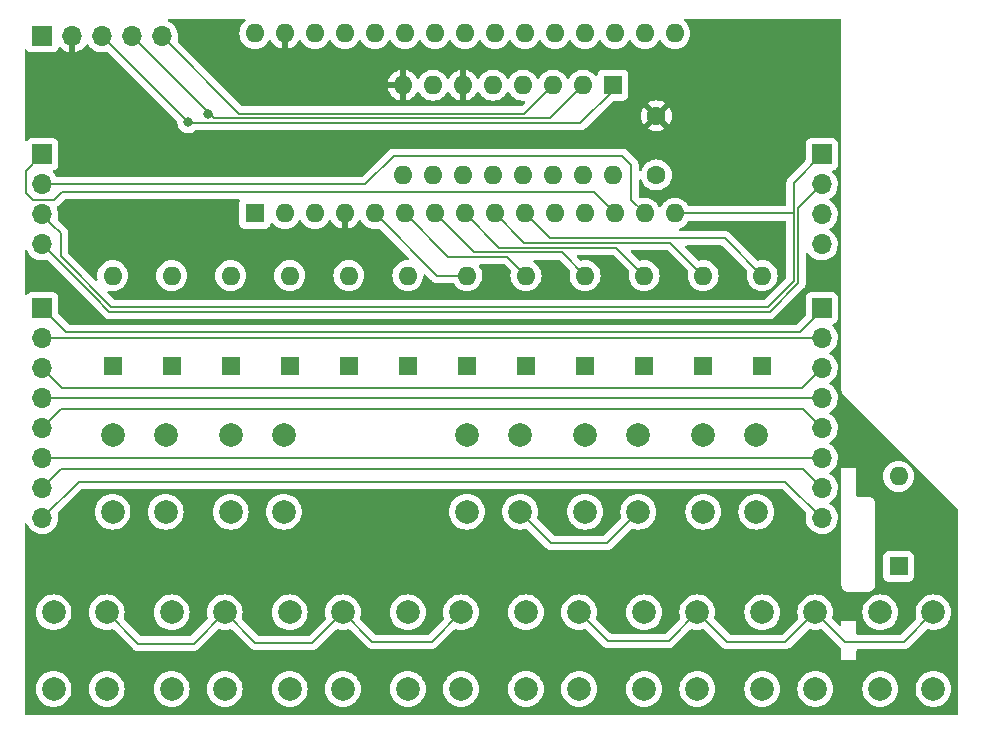
<source format=gbr>
%TF.GenerationSoftware,KiCad,Pcbnew,(6.0.5)*%
%TF.CreationDate,2023-01-23T15:27:26+00:00*%
%TF.ProjectId,ButtonKeyboard,42757474-6f6e-44b6-9579-626f6172642e,rev?*%
%TF.SameCoordinates,Original*%
%TF.FileFunction,Copper,L2,Bot*%
%TF.FilePolarity,Positive*%
%FSLAX46Y46*%
G04 Gerber Fmt 4.6, Leading zero omitted, Abs format (unit mm)*
G04 Created by KiCad (PCBNEW (6.0.5)) date 2023-01-23 15:27:26*
%MOMM*%
%LPD*%
G01*
G04 APERTURE LIST*
%TA.AperFunction,ComponentPad*%
%ADD10C,1.600000*%
%TD*%
%TA.AperFunction,ComponentPad*%
%ADD11C,2.000000*%
%TD*%
%TA.AperFunction,ComponentPad*%
%ADD12R,1.600000X1.600000*%
%TD*%
%TA.AperFunction,ComponentPad*%
%ADD13O,1.600000X1.600000*%
%TD*%
%TA.AperFunction,ComponentPad*%
%ADD14R,1.700000X1.700000*%
%TD*%
%TA.AperFunction,ComponentPad*%
%ADD15O,1.700000X1.700000*%
%TD*%
%TA.AperFunction,ViaPad*%
%ADD16C,0.800000*%
%TD*%
%TA.AperFunction,Conductor*%
%ADD17C,0.200000*%
%TD*%
G04 APERTURE END LIST*
D10*
%TO.P,C1,1*%
%TO.N,+5V*%
X153990000Y-73740000D03*
%TO.P,C1,2*%
%TO.N,GND*%
X153990000Y-68740000D03*
%TD*%
D11*
%TO.P,SW7,1,A*%
%TO.N,Net-(SW7-Pad1)*%
X137960000Y-102260000D03*
X137960000Y-95760000D03*
%TO.P,SW7,2,B*%
%TO.N,Net-(A1-Pad14)*%
X142460000Y-102260000D03*
X142460000Y-95760000D03*
%TD*%
D12*
%TO.P,D11,1,K*%
%TO.N,Net-(SW11-Pad1)*%
X157960000Y-89880000D03*
D13*
%TO.P,D11,2,A*%
%TO.N,Net-(D11-Pad2)*%
X157960000Y-82260000D03*
%TD*%
D12*
%TO.P,D10,1,K*%
%TO.N,Net-(SW10-Pad1)*%
X152960000Y-89880000D03*
D13*
%TO.P,D10,2,A*%
%TO.N,Net-(D10-Pad2)*%
X152960000Y-82260000D03*
%TD*%
D12*
%TO.P,U1,1,A0*%
%TO.N,/TX*%
X150325000Y-66130000D03*
D13*
%TO.P,U1,2,A1*%
%TO.N,/RX*%
X147785000Y-66130000D03*
%TO.P,U1,3,A2*%
%TO.N,Net-(J1-Pad5)*%
X145245000Y-66130000D03*
%TO.P,U1,4,E1*%
%TO.N,+5V*%
X142705000Y-66130000D03*
%TO.P,U1,5,E2*%
X140165000Y-66130000D03*
%TO.P,U1,6,E3*%
%TO.N,GND*%
X137625000Y-66130000D03*
%TO.P,U1,7,O7*%
%TO.N,Net-(A1-Pad5)*%
X135085000Y-66130000D03*
%TO.P,U1,8,GND*%
%TO.N,GND*%
X132545000Y-66130000D03*
%TO.P,U1,9,O6*%
%TO.N,Net-(A1-Pad6)*%
X132545000Y-73750000D03*
%TO.P,U1,10,O5*%
%TO.N,Net-(D9-Pad2)*%
X135085000Y-73750000D03*
%TO.P,U1,11,O4*%
%TO.N,Net-(D10-Pad2)*%
X137625000Y-73750000D03*
%TO.P,U1,12,O3*%
%TO.N,Net-(D11-Pad2)*%
X140165000Y-73750000D03*
%TO.P,U1,13,O2*%
%TO.N,Net-(D12-Pad2)*%
X142705000Y-73750000D03*
%TO.P,U1,14,O1*%
%TO.N,Net-(D13-Pad2)*%
X145245000Y-73750000D03*
%TO.P,U1,15,O0*%
%TO.N,Net-(A1-Pad12)*%
X147785000Y-73750000D03*
%TO.P,U1,16,VCC*%
%TO.N,+5V*%
X150325000Y-73750000D03*
%TD*%
D11*
%TO.P,SW13,1,A*%
%TO.N,Net-(SW13-Pad1)*%
X172960000Y-117260000D03*
X172960000Y-110760000D03*
%TO.P,SW13,2,B*%
%TO.N,Net-(A1-Pad14)*%
X177460000Y-110760000D03*
X177460000Y-117260000D03*
%TD*%
%TO.P,SW1,1,A*%
%TO.N,Net-(D1-Pad1)*%
X102960000Y-117260000D03*
X102960000Y-110760000D03*
%TO.P,SW1,2,B*%
%TO.N,Net-(A1-Pad13)*%
X107460000Y-117260000D03*
X107460000Y-110760000D03*
%TD*%
D14*
%TO.P,J5,1,Pin_1*%
%TO.N,Net-(A1-Pad5)*%
X168000000Y-85000000D03*
D15*
%TO.P,J5,2,Pin_2*%
%TO.N,Net-(A1-Pad6)*%
X168000000Y-87540000D03*
%TO.P,J5,3,Pin_3*%
%TO.N,Net-(D9-Pad2)*%
X168000000Y-90080000D03*
%TO.P,J5,4,Pin_4*%
%TO.N,Net-(D10-Pad2)*%
X168000000Y-92620000D03*
%TO.P,J5,5,Pin_5*%
%TO.N,Net-(D11-Pad2)*%
X168000000Y-95160000D03*
%TO.P,J5,6,Pin_6*%
%TO.N,Net-(D12-Pad2)*%
X168000000Y-97700000D03*
%TO.P,J5,7,Pin_7*%
%TO.N,Net-(D13-Pad2)*%
X168000000Y-100240000D03*
%TO.P,J5,8,Pin_8*%
%TO.N,Net-(A1-Pad12)*%
X168000000Y-102780000D03*
%TD*%
D11*
%TO.P,SW3,1,A*%
%TO.N,Net-(D3-Pad1)*%
X112960000Y-110760000D03*
X112960000Y-117260000D03*
%TO.P,SW3,2,B*%
%TO.N,Net-(A1-Pad13)*%
X117460000Y-110760000D03*
X117460000Y-117260000D03*
%TD*%
D12*
%TO.P,D5,1,K*%
%TO.N,Net-(D5-Pad1)*%
X127960000Y-89880000D03*
D13*
%TO.P,D5,2,A*%
%TO.N,Net-(D11-Pad2)*%
X127960000Y-82260000D03*
%TD*%
D12*
%TO.P,D12,1,K*%
%TO.N,Net-(SW12-Pad1)*%
X162960000Y-89880000D03*
D13*
%TO.P,D12,2,A*%
%TO.N,Net-(D12-Pad2)*%
X162960000Y-82260000D03*
%TD*%
D12*
%TO.P,D2,1,K*%
%TO.N,Net-(D2-Pad1)*%
X112960000Y-89880000D03*
D13*
%TO.P,D2,2,A*%
%TO.N,Net-(A1-Pad6)*%
X112960000Y-82260000D03*
%TD*%
D11*
%TO.P,SW9,1,A*%
%TO.N,Net-(SW9-Pad1)*%
X147960000Y-95760000D03*
X147960000Y-102260000D03*
%TO.P,SW9,2,B*%
%TO.N,Net-(A1-Pad14)*%
X152460000Y-95760000D03*
X152460000Y-102260000D03*
%TD*%
D13*
%TO.P,A1,30,VIN*%
%TO.N,unconnected-(A1-Pad30)*%
X120000000Y-61760000D03*
%TO.P,A1,29,GND*%
%TO.N,GND*%
X122540000Y-61760000D03*
%TO.P,A1,28,~{RESET}*%
%TO.N,unconnected-(A1-Pad28)*%
X125080000Y-61760000D03*
%TO.P,A1,27,+5V*%
%TO.N,+5V*%
X127620000Y-61760000D03*
%TO.P,A1,26,A7*%
%TO.N,unconnected-(A1-Pad26)*%
X130160000Y-61760000D03*
%TO.P,A1,25,A6*%
%TO.N,unconnected-(A1-Pad25)*%
X132700000Y-61760000D03*
%TO.P,A1,24,A5*%
%TO.N,unconnected-(A1-Pad24)*%
X135240000Y-61760000D03*
%TO.P,A1,23,A4*%
%TO.N,unconnected-(A1-Pad23)*%
X137780000Y-61760000D03*
%TO.P,A1,22,A3*%
%TO.N,unconnected-(A1-Pad22)*%
X140320000Y-61760000D03*
%TO.P,A1,21,A2*%
%TO.N,unconnected-(A1-Pad21)*%
X142860000Y-61760000D03*
%TO.P,A1,20,A1*%
%TO.N,unconnected-(A1-Pad20)*%
X145400000Y-61760000D03*
%TO.P,A1,19,A0*%
%TO.N,unconnected-(A1-Pad19)*%
X147940000Y-61760000D03*
%TO.P,A1,18,AREF*%
%TO.N,unconnected-(A1-Pad18)*%
X150480000Y-61760000D03*
%TO.P,A1,17,3V3*%
%TO.N,unconnected-(A1-Pad17)*%
X153020000Y-61760000D03*
%TO.P,A1,16,D13*%
%TO.N,Net-(A1-Pad16)*%
X155560000Y-61760000D03*
%TO.P,A1,15,D12*%
%TO.N,Net-(A1-Pad15)*%
X155560000Y-77000000D03*
%TO.P,A1,14,D11*%
%TO.N,Net-(A1-Pad14)*%
X153020000Y-77000000D03*
%TO.P,A1,13,D10*%
%TO.N,Net-(A1-Pad13)*%
X150480000Y-77000000D03*
%TO.P,A1,12,D9*%
%TO.N,Net-(A1-Pad12)*%
X147940000Y-77000000D03*
%TO.P,A1,11,D8*%
%TO.N,Net-(D13-Pad2)*%
X145400000Y-77000000D03*
%TO.P,A1,10,D7*%
%TO.N,Net-(D12-Pad2)*%
X142860000Y-77000000D03*
%TO.P,A1,9,D6*%
%TO.N,Net-(D11-Pad2)*%
X140320000Y-77000000D03*
%TO.P,A1,8,D5*%
%TO.N,Net-(D10-Pad2)*%
X137780000Y-77000000D03*
%TO.P,A1,7,D4*%
%TO.N,Net-(D9-Pad2)*%
X135240000Y-77000000D03*
%TO.P,A1,6,D3*%
%TO.N,Net-(A1-Pad6)*%
X132700000Y-77000000D03*
%TO.P,A1,5,D2*%
%TO.N,Net-(A1-Pad5)*%
X130160000Y-77000000D03*
%TO.P,A1,4,GND*%
%TO.N,GND*%
X127620000Y-77000000D03*
%TO.P,A1,3,~{RESET}*%
%TO.N,unconnected-(A1-Pad3)*%
X125080000Y-77000000D03*
%TO.P,A1,2,D0/RX*%
%TO.N,/RX*%
X122540000Y-77000000D03*
D12*
%TO.P,A1,1,D1/TX*%
%TO.N,/TX*%
X120000000Y-77000000D03*
%TD*%
D11*
%TO.P,SW6,1,A*%
%TO.N,Net-(D6-Pad1)*%
X132960000Y-110760000D03*
X132960000Y-117260000D03*
%TO.P,SW6,2,B*%
%TO.N,Net-(A1-Pad13)*%
X137460000Y-110760000D03*
X137460000Y-117260000D03*
%TD*%
%TO.P,SW10,1,A*%
%TO.N,Net-(SW10-Pad1)*%
X152960000Y-110760000D03*
X152960000Y-117260000D03*
%TO.P,SW10,2,B*%
%TO.N,Net-(A1-Pad14)*%
X157460000Y-117260000D03*
X157460000Y-110760000D03*
%TD*%
D14*
%TO.P,J1,1,Pin_1*%
%TO.N,+5V*%
X102000000Y-62000000D03*
D15*
%TO.P,J1,2,Pin_2*%
%TO.N,GND*%
X104540000Y-62000000D03*
%TO.P,J1,3,Pin_3*%
%TO.N,/TX*%
X107080000Y-62000000D03*
%TO.P,J1,4,Pin_4*%
%TO.N,/RX*%
X109620000Y-62000000D03*
%TO.P,J1,5,Pin_5*%
%TO.N,Net-(J1-Pad5)*%
X112160000Y-62000000D03*
%TD*%
D11*
%TO.P,SW8,1,A*%
%TO.N,Net-(SW8-Pad1)*%
X142960000Y-110760000D03*
X142960000Y-117260000D03*
%TO.P,SW8,2,B*%
%TO.N,Net-(A1-Pad14)*%
X147460000Y-117260000D03*
X147460000Y-110760000D03*
%TD*%
D12*
%TO.P,D9,1,K*%
%TO.N,Net-(SW9-Pad1)*%
X147960000Y-89880000D03*
D13*
%TO.P,D9,2,A*%
%TO.N,Net-(D9-Pad2)*%
X147960000Y-82260000D03*
%TD*%
D12*
%TO.P,D8,1,K*%
%TO.N,Net-(SW8-Pad1)*%
X142960000Y-89880000D03*
D13*
%TO.P,D8,2,A*%
%TO.N,Net-(A1-Pad6)*%
X142960000Y-82260000D03*
%TD*%
D12*
%TO.P,D3,1,K*%
%TO.N,Net-(D3-Pad1)*%
X117960000Y-89880000D03*
D13*
%TO.P,D3,2,A*%
%TO.N,Net-(D9-Pad2)*%
X117960000Y-82260000D03*
%TD*%
D11*
%TO.P,SW12,1,A*%
%TO.N,Net-(SW12-Pad1)*%
X162960000Y-110760000D03*
X162960000Y-117260000D03*
%TO.P,SW12,2,B*%
%TO.N,Net-(A1-Pad14)*%
X167460000Y-117260000D03*
X167460000Y-110760000D03*
%TD*%
D13*
%TO.P,D1,2,A*%
%TO.N,Net-(A1-Pad5)*%
X107960000Y-82260000D03*
D12*
%TO.P,D1,1,K*%
%TO.N,Net-(D1-Pad1)*%
X107960000Y-89880000D03*
%TD*%
%TO.P,D6,1,K*%
%TO.N,Net-(D6-Pad1)*%
X132960000Y-89880000D03*
D13*
%TO.P,D6,2,A*%
%TO.N,Net-(D12-Pad2)*%
X132960000Y-82260000D03*
%TD*%
D14*
%TO.P,J4,1,Pin_1*%
%TO.N,Net-(A1-Pad15)*%
X168000000Y-72000000D03*
D15*
%TO.P,J4,2,Pin_2*%
%TO.N,Net-(A1-Pad16)*%
X168000000Y-74540000D03*
%TO.P,J4,3,Pin_3*%
%TO.N,unconnected-(J4-Pad3)*%
X168000000Y-77080000D03*
%TO.P,J4,4,Pin_4*%
%TO.N,unconnected-(J4-Pad4)*%
X168000000Y-79620000D03*
%TD*%
D14*
%TO.P,J3,1,Pin_1*%
%TO.N,Net-(A1-Pad13)*%
X102000000Y-72000000D03*
D15*
%TO.P,J3,2,Pin_2*%
%TO.N,Net-(A1-Pad14)*%
X102000000Y-74540000D03*
%TO.P,J3,3,Pin_3*%
%TO.N,Net-(A1-Pad15)*%
X102000000Y-77080000D03*
%TO.P,J3,4,Pin_4*%
%TO.N,Net-(A1-Pad16)*%
X102000000Y-79620000D03*
%TD*%
D11*
%TO.P,SW5,1,A*%
%TO.N,Net-(D5-Pad1)*%
X122960000Y-110760000D03*
X122960000Y-117260000D03*
%TO.P,SW5,2,B*%
%TO.N,Net-(A1-Pad13)*%
X127460000Y-117260000D03*
X127460000Y-110760000D03*
%TD*%
%TO.P,SW4,1,A*%
%TO.N,Net-(D4-Pad1)*%
X117960000Y-95760000D03*
X117960000Y-102260000D03*
%TO.P,SW4,2,B*%
%TO.N,Net-(A1-Pad13)*%
X122460000Y-102260000D03*
X122460000Y-95760000D03*
%TD*%
D12*
%TO.P,D13,1,K*%
%TO.N,Net-(SW13-Pad1)*%
X174500000Y-106880000D03*
D13*
%TO.P,D13,2,A*%
%TO.N,Net-(D13-Pad2)*%
X174500000Y-99260000D03*
%TD*%
D12*
%TO.P,D7,1,K*%
%TO.N,Net-(SW7-Pad1)*%
X137960000Y-89880000D03*
D13*
%TO.P,D7,2,A*%
%TO.N,Net-(A1-Pad5)*%
X137960000Y-82260000D03*
%TD*%
D11*
%TO.P,SW11,1,A*%
%TO.N,Net-(SW11-Pad1)*%
X157960000Y-102260000D03*
X157960000Y-95760000D03*
%TO.P,SW11,2,B*%
%TO.N,Net-(A1-Pad14)*%
X162460000Y-102260000D03*
X162460000Y-95760000D03*
%TD*%
D12*
%TO.P,D4,1,K*%
%TO.N,Net-(D4-Pad1)*%
X122960000Y-89880000D03*
D13*
%TO.P,D4,2,A*%
%TO.N,Net-(D10-Pad2)*%
X122960000Y-82260000D03*
%TD*%
D14*
%TO.P,J2,1,Pin_1*%
%TO.N,Net-(A1-Pad5)*%
X102000000Y-85000000D03*
D15*
%TO.P,J2,2,Pin_2*%
%TO.N,Net-(A1-Pad6)*%
X102000000Y-87540000D03*
%TO.P,J2,3,Pin_3*%
%TO.N,Net-(D9-Pad2)*%
X102000000Y-90080000D03*
%TO.P,J2,4,Pin_4*%
%TO.N,Net-(D10-Pad2)*%
X102000000Y-92620000D03*
%TO.P,J2,5,Pin_5*%
%TO.N,Net-(D11-Pad2)*%
X102000000Y-95160000D03*
%TO.P,J2,6,Pin_6*%
%TO.N,Net-(D12-Pad2)*%
X102000000Y-97700000D03*
%TO.P,J2,7,Pin_7*%
%TO.N,Net-(D13-Pad2)*%
X102000000Y-100240000D03*
%TO.P,J2,8,Pin_8*%
%TO.N,Net-(A1-Pad12)*%
X102000000Y-102780000D03*
%TD*%
D11*
%TO.P,SW2,1,A*%
%TO.N,Net-(D2-Pad1)*%
X107960000Y-95760000D03*
X107960000Y-102260000D03*
%TO.P,SW2,2,B*%
%TO.N,Net-(A1-Pad13)*%
X112460000Y-95760000D03*
X112460000Y-102260000D03*
%TD*%
D16*
%TO.N,/RX*%
X116078000Y-68580000D03*
%TO.N,/TX*%
X114361000Y-69281000D03*
%TD*%
D17*
%TO.N,/RX*%
X115377000Y-67757000D02*
X116562480Y-68942480D01*
%TO.N,/TX*%
X114361000Y-69281000D02*
X114422000Y-69342000D01*
%TO.N,Net-(A1-Pad5)*%
X130160000Y-77000000D02*
X135420000Y-82260000D01*
X168000000Y-85170000D02*
X168000000Y-85000000D01*
X166120000Y-87050000D02*
X168000000Y-85170000D01*
X135420000Y-82260000D02*
X137960000Y-82260000D01*
X102000000Y-85000000D02*
X104050000Y-87050000D01*
X104050000Y-87050000D02*
X166120000Y-87050000D01*
%TO.N,Net-(A1-Pad6)*%
X132700000Y-77000000D02*
X136390000Y-80690000D01*
X141390000Y-80690000D02*
X142960000Y-82260000D01*
X102000000Y-87540000D02*
X168000000Y-87540000D01*
X136390000Y-80690000D02*
X141390000Y-80690000D01*
%TO.N,Net-(D9-Pad2)*%
X102000000Y-90080000D02*
X103710000Y-91790000D01*
X138530480Y-80290480D02*
X145990480Y-80290480D01*
X103710000Y-91790000D02*
X166290000Y-91790000D01*
X145990480Y-80290480D02*
X147960000Y-82260000D01*
X166290000Y-91790000D02*
X168000000Y-90080000D01*
X135240000Y-77000000D02*
X138530480Y-80290480D01*
%TO.N,Net-(D10-Pad2)*%
X102000000Y-92620000D02*
X168000000Y-92620000D01*
X137780000Y-77000000D02*
X140670960Y-79890960D01*
X140670960Y-79890960D02*
X150590960Y-79890960D01*
X150590960Y-79890960D02*
X152960000Y-82260000D01*
%TO.N,Net-(D11-Pad2)*%
X155191440Y-79491440D02*
X157960000Y-82260000D01*
X103620000Y-93540000D02*
X166380000Y-93540000D01*
X142811440Y-79491440D02*
X155191440Y-79491440D01*
X102000000Y-95160000D02*
X103620000Y-93540000D01*
X166380000Y-93540000D02*
X168000000Y-95160000D01*
X140320000Y-77000000D02*
X142811440Y-79491440D01*
%TO.N,Net-(D12-Pad2)*%
X144951920Y-79091920D02*
X159791920Y-79091920D01*
X102000000Y-97700000D02*
X168000000Y-97700000D01*
X159791920Y-79091920D02*
X162960000Y-82260000D01*
X142860000Y-77000000D02*
X144951920Y-79091920D01*
%TO.N,Net-(A1-Pad12)*%
X102000000Y-102780000D02*
X105080000Y-99700000D01*
X105080000Y-99700000D02*
X164920000Y-99700000D01*
X164920000Y-99700000D02*
X168000000Y-102780000D01*
%TO.N,Net-(A1-Pad13)*%
X103644000Y-75196000D02*
X148676000Y-75196000D01*
X103000000Y-75840000D02*
X103644000Y-75196000D01*
X134960000Y-113260000D02*
X137460000Y-110760000D01*
X114810000Y-113410000D02*
X117460000Y-110760000D01*
X100590000Y-73410000D02*
X100590000Y-75230000D01*
X127460000Y-110760000D02*
X129960000Y-113260000D01*
X107460000Y-110760000D02*
X110110000Y-113410000D01*
X117460000Y-110760000D02*
X120050000Y-113350000D01*
X100590000Y-75230000D02*
X101200000Y-75840000D01*
X102000000Y-72000000D02*
X100590000Y-73410000D01*
X129960000Y-113260000D02*
X134960000Y-113260000D01*
X148676000Y-75196000D02*
X150480000Y-77000000D01*
X101200000Y-75840000D02*
X103000000Y-75840000D01*
X120050000Y-113350000D02*
X124870000Y-113350000D01*
X124870000Y-113350000D02*
X127460000Y-110760000D01*
X110110000Y-113410000D02*
X114810000Y-113410000D01*
%TO.N,Net-(A1-Pad14)*%
X131770000Y-72110000D02*
X151104000Y-72110000D01*
X151104000Y-72110000D02*
X151892000Y-72898000D01*
X145102000Y-104902000D02*
X149818000Y-104902000D01*
X159990000Y-113290000D02*
X157460000Y-110760000D01*
X149818000Y-104902000D02*
X152460000Y-102260000D01*
X177460000Y-110760000D02*
X174950000Y-113270000D01*
X164930000Y-113290000D02*
X159990000Y-113290000D01*
X155040000Y-113180000D02*
X157460000Y-110760000D01*
X151892000Y-75872000D02*
X153020000Y-77000000D01*
X147460000Y-110760000D02*
X149880000Y-113180000D01*
X151892000Y-72898000D02*
X151892000Y-75872000D01*
X174950000Y-113270000D02*
X169970000Y-113270000D01*
X169970000Y-113270000D02*
X167460000Y-110760000D01*
X149880000Y-113180000D02*
X155040000Y-113180000D01*
X102000000Y-74540000D02*
X129340000Y-74540000D01*
X167460000Y-110760000D02*
X164930000Y-113290000D01*
X129340000Y-74540000D02*
X131770000Y-72110000D01*
X142460000Y-102260000D02*
X145102000Y-104902000D01*
%TO.N,Net-(A1-Pad15)*%
X107855486Y-84910480D02*
X163434514Y-84910480D01*
X165620480Y-74379520D02*
X168000000Y-72000000D01*
X165600000Y-77000000D02*
X165620480Y-76979520D01*
X165620480Y-82724514D02*
X165620480Y-76979520D01*
X163434514Y-84910480D02*
X165620480Y-82724514D01*
X103550000Y-78630000D02*
X103550000Y-80604994D01*
X102000000Y-77080000D02*
X102855000Y-77935000D01*
X102855000Y-77935000D02*
X103550000Y-78630000D01*
X103550000Y-80604994D02*
X107855486Y-84910480D01*
X165620480Y-76979520D02*
X165620480Y-74379520D01*
X155560000Y-77000000D02*
X165600000Y-77000000D01*
%TO.N,Net-(A1-Pad16)*%
X166020000Y-82890000D02*
X166020000Y-76520000D01*
X163600000Y-85310000D02*
X166020000Y-82890000D01*
X166020000Y-76520000D02*
X168000000Y-74540000D01*
X102000000Y-79620000D02*
X106395000Y-84015000D01*
X106395000Y-84015000D02*
X107690000Y-85310000D01*
X107690000Y-85310000D02*
X163600000Y-85310000D01*
%TO.N,Net-(D13-Pad2)*%
X102000000Y-100240000D02*
X103580000Y-98660000D01*
X166420000Y-98660000D02*
X168000000Y-100240000D01*
X103580000Y-98660000D02*
X166420000Y-98660000D01*
%TO.N,/TX*%
X147574000Y-69342000D02*
X150325000Y-66591000D01*
X150325000Y-66591000D02*
X150325000Y-66130000D01*
X107080000Y-62000000D02*
X114361000Y-69281000D01*
X114422000Y-69342000D02*
X147574000Y-69342000D01*
%TO.N,/RX*%
X116562480Y-68942480D02*
X144972520Y-68942480D01*
X109620000Y-62000000D02*
X115377000Y-67757000D01*
X144972520Y-68942480D02*
X147785000Y-66130000D01*
%TO.N,Net-(J1-Pad5)*%
X118702960Y-68542960D02*
X142832040Y-68542960D01*
X142832040Y-68542960D02*
X145245000Y-66130000D01*
X112160000Y-62000000D02*
X118702960Y-68542960D01*
%TD*%
%TA.AperFunction,Conductor*%
%TO.N,GND*%
G36*
X119174527Y-60528502D02*
G01*
X119221020Y-60582158D01*
X119231124Y-60652432D01*
X119201630Y-60717012D01*
X119178678Y-60737712D01*
X119160214Y-60750641D01*
X119155700Y-60753802D01*
X118993802Y-60915700D01*
X118990645Y-60920208D01*
X118990643Y-60920211D01*
X118945454Y-60984748D01*
X118862477Y-61103251D01*
X118860154Y-61108233D01*
X118860151Y-61108238D01*
X118844195Y-61142457D01*
X118765716Y-61310757D01*
X118764294Y-61316065D01*
X118764293Y-61316067D01*
X118708041Y-61526002D01*
X118706457Y-61531913D01*
X118686502Y-61760000D01*
X118706457Y-61988087D01*
X118765716Y-62209243D01*
X118768039Y-62214224D01*
X118768039Y-62214225D01*
X118860151Y-62411762D01*
X118860154Y-62411767D01*
X118862477Y-62416749D01*
X118993802Y-62604300D01*
X119155700Y-62766198D01*
X119160208Y-62769355D01*
X119160211Y-62769357D01*
X119216813Y-62808990D01*
X119343251Y-62897523D01*
X119348233Y-62899846D01*
X119348238Y-62899849D01*
X119517654Y-62978848D01*
X119550757Y-62994284D01*
X119556065Y-62995706D01*
X119556067Y-62995707D01*
X119766598Y-63052119D01*
X119766600Y-63052119D01*
X119771913Y-63053543D01*
X120000000Y-63073498D01*
X120228087Y-63053543D01*
X120233400Y-63052119D01*
X120233402Y-63052119D01*
X120443933Y-62995707D01*
X120443935Y-62995706D01*
X120449243Y-62994284D01*
X120482346Y-62978848D01*
X120651762Y-62899849D01*
X120651767Y-62899846D01*
X120656749Y-62897523D01*
X120783187Y-62808990D01*
X120839789Y-62769357D01*
X120839792Y-62769355D01*
X120844300Y-62766198D01*
X121006198Y-62604300D01*
X121137523Y-62416749D01*
X121139846Y-62411767D01*
X121139849Y-62411762D01*
X121156081Y-62376951D01*
X121202998Y-62323666D01*
X121271275Y-62304205D01*
X121339235Y-62324747D01*
X121384471Y-62376951D01*
X121400586Y-62411511D01*
X121406069Y-62421007D01*
X121531028Y-62599467D01*
X121538084Y-62607875D01*
X121692125Y-62761916D01*
X121700533Y-62768972D01*
X121878993Y-62893931D01*
X121888489Y-62899414D01*
X122085947Y-62991490D01*
X122096239Y-62995236D01*
X122268503Y-63041394D01*
X122282599Y-63041058D01*
X122286000Y-63033116D01*
X122286000Y-61632000D01*
X122306002Y-61563879D01*
X122359658Y-61517386D01*
X122412000Y-61506000D01*
X122668000Y-61506000D01*
X122736121Y-61526002D01*
X122782614Y-61579658D01*
X122794000Y-61632000D01*
X122794000Y-63027967D01*
X122797973Y-63041498D01*
X122806522Y-63042727D01*
X122983761Y-62995236D01*
X122994053Y-62991490D01*
X123191511Y-62899414D01*
X123201007Y-62893931D01*
X123379467Y-62768972D01*
X123387875Y-62761916D01*
X123541916Y-62607875D01*
X123548972Y-62599467D01*
X123673931Y-62421007D01*
X123679414Y-62411511D01*
X123695529Y-62376951D01*
X123742446Y-62323666D01*
X123810723Y-62304205D01*
X123878683Y-62324747D01*
X123923919Y-62376951D01*
X123940151Y-62411762D01*
X123940154Y-62411767D01*
X123942477Y-62416749D01*
X124073802Y-62604300D01*
X124235700Y-62766198D01*
X124240208Y-62769355D01*
X124240211Y-62769357D01*
X124296813Y-62808990D01*
X124423251Y-62897523D01*
X124428233Y-62899846D01*
X124428238Y-62899849D01*
X124597654Y-62978848D01*
X124630757Y-62994284D01*
X124636065Y-62995706D01*
X124636067Y-62995707D01*
X124846598Y-63052119D01*
X124846600Y-63052119D01*
X124851913Y-63053543D01*
X125080000Y-63073498D01*
X125308087Y-63053543D01*
X125313400Y-63052119D01*
X125313402Y-63052119D01*
X125523933Y-62995707D01*
X125523935Y-62995706D01*
X125529243Y-62994284D01*
X125562346Y-62978848D01*
X125731762Y-62899849D01*
X125731767Y-62899846D01*
X125736749Y-62897523D01*
X125863187Y-62808990D01*
X125919789Y-62769357D01*
X125919792Y-62769355D01*
X125924300Y-62766198D01*
X126086198Y-62604300D01*
X126217523Y-62416749D01*
X126219846Y-62411767D01*
X126219849Y-62411762D01*
X126235805Y-62377543D01*
X126282722Y-62324258D01*
X126350999Y-62304797D01*
X126418959Y-62325339D01*
X126464195Y-62377543D01*
X126480151Y-62411762D01*
X126480154Y-62411767D01*
X126482477Y-62416749D01*
X126613802Y-62604300D01*
X126775700Y-62766198D01*
X126780208Y-62769355D01*
X126780211Y-62769357D01*
X126836813Y-62808990D01*
X126963251Y-62897523D01*
X126968233Y-62899846D01*
X126968238Y-62899849D01*
X127137654Y-62978848D01*
X127170757Y-62994284D01*
X127176065Y-62995706D01*
X127176067Y-62995707D01*
X127386598Y-63052119D01*
X127386600Y-63052119D01*
X127391913Y-63053543D01*
X127620000Y-63073498D01*
X127848087Y-63053543D01*
X127853400Y-63052119D01*
X127853402Y-63052119D01*
X128063933Y-62995707D01*
X128063935Y-62995706D01*
X128069243Y-62994284D01*
X128102346Y-62978848D01*
X128271762Y-62899849D01*
X128271767Y-62899846D01*
X128276749Y-62897523D01*
X128403187Y-62808990D01*
X128459789Y-62769357D01*
X128459792Y-62769355D01*
X128464300Y-62766198D01*
X128626198Y-62604300D01*
X128757523Y-62416749D01*
X128759846Y-62411767D01*
X128759849Y-62411762D01*
X128775805Y-62377543D01*
X128822722Y-62324258D01*
X128890999Y-62304797D01*
X128958959Y-62325339D01*
X129004195Y-62377543D01*
X129020151Y-62411762D01*
X129020154Y-62411767D01*
X129022477Y-62416749D01*
X129153802Y-62604300D01*
X129315700Y-62766198D01*
X129320208Y-62769355D01*
X129320211Y-62769357D01*
X129376813Y-62808990D01*
X129503251Y-62897523D01*
X129508233Y-62899846D01*
X129508238Y-62899849D01*
X129677654Y-62978848D01*
X129710757Y-62994284D01*
X129716065Y-62995706D01*
X129716067Y-62995707D01*
X129926598Y-63052119D01*
X129926600Y-63052119D01*
X129931913Y-63053543D01*
X130160000Y-63073498D01*
X130388087Y-63053543D01*
X130393400Y-63052119D01*
X130393402Y-63052119D01*
X130603933Y-62995707D01*
X130603935Y-62995706D01*
X130609243Y-62994284D01*
X130642346Y-62978848D01*
X130811762Y-62899849D01*
X130811767Y-62899846D01*
X130816749Y-62897523D01*
X130943187Y-62808990D01*
X130999789Y-62769357D01*
X130999792Y-62769355D01*
X131004300Y-62766198D01*
X131166198Y-62604300D01*
X131297523Y-62416749D01*
X131299846Y-62411767D01*
X131299849Y-62411762D01*
X131315805Y-62377543D01*
X131362722Y-62324258D01*
X131430999Y-62304797D01*
X131498959Y-62325339D01*
X131544195Y-62377543D01*
X131560151Y-62411762D01*
X131560154Y-62411767D01*
X131562477Y-62416749D01*
X131693802Y-62604300D01*
X131855700Y-62766198D01*
X131860208Y-62769355D01*
X131860211Y-62769357D01*
X131916813Y-62808990D01*
X132043251Y-62897523D01*
X132048233Y-62899846D01*
X132048238Y-62899849D01*
X132217654Y-62978848D01*
X132250757Y-62994284D01*
X132256065Y-62995706D01*
X132256067Y-62995707D01*
X132466598Y-63052119D01*
X132466600Y-63052119D01*
X132471913Y-63053543D01*
X132700000Y-63073498D01*
X132928087Y-63053543D01*
X132933400Y-63052119D01*
X132933402Y-63052119D01*
X133143933Y-62995707D01*
X133143935Y-62995706D01*
X133149243Y-62994284D01*
X133182346Y-62978848D01*
X133351762Y-62899849D01*
X133351767Y-62899846D01*
X133356749Y-62897523D01*
X133483187Y-62808990D01*
X133539789Y-62769357D01*
X133539792Y-62769355D01*
X133544300Y-62766198D01*
X133706198Y-62604300D01*
X133837523Y-62416749D01*
X133839846Y-62411767D01*
X133839849Y-62411762D01*
X133855805Y-62377543D01*
X133902722Y-62324258D01*
X133970999Y-62304797D01*
X134038959Y-62325339D01*
X134084195Y-62377543D01*
X134100151Y-62411762D01*
X134100154Y-62411767D01*
X134102477Y-62416749D01*
X134233802Y-62604300D01*
X134395700Y-62766198D01*
X134400208Y-62769355D01*
X134400211Y-62769357D01*
X134456813Y-62808990D01*
X134583251Y-62897523D01*
X134588233Y-62899846D01*
X134588238Y-62899849D01*
X134757654Y-62978848D01*
X134790757Y-62994284D01*
X134796065Y-62995706D01*
X134796067Y-62995707D01*
X135006598Y-63052119D01*
X135006600Y-63052119D01*
X135011913Y-63053543D01*
X135240000Y-63073498D01*
X135468087Y-63053543D01*
X135473400Y-63052119D01*
X135473402Y-63052119D01*
X135683933Y-62995707D01*
X135683935Y-62995706D01*
X135689243Y-62994284D01*
X135722346Y-62978848D01*
X135891762Y-62899849D01*
X135891767Y-62899846D01*
X135896749Y-62897523D01*
X136023187Y-62808990D01*
X136079789Y-62769357D01*
X136079792Y-62769355D01*
X136084300Y-62766198D01*
X136246198Y-62604300D01*
X136377523Y-62416749D01*
X136379846Y-62411767D01*
X136379849Y-62411762D01*
X136395805Y-62377543D01*
X136442722Y-62324258D01*
X136510999Y-62304797D01*
X136578959Y-62325339D01*
X136624195Y-62377543D01*
X136640151Y-62411762D01*
X136640154Y-62411767D01*
X136642477Y-62416749D01*
X136773802Y-62604300D01*
X136935700Y-62766198D01*
X136940208Y-62769355D01*
X136940211Y-62769357D01*
X136996813Y-62808990D01*
X137123251Y-62897523D01*
X137128233Y-62899846D01*
X137128238Y-62899849D01*
X137297654Y-62978848D01*
X137330757Y-62994284D01*
X137336065Y-62995706D01*
X137336067Y-62995707D01*
X137546598Y-63052119D01*
X137546600Y-63052119D01*
X137551913Y-63053543D01*
X137780000Y-63073498D01*
X138008087Y-63053543D01*
X138013400Y-63052119D01*
X138013402Y-63052119D01*
X138223933Y-62995707D01*
X138223935Y-62995706D01*
X138229243Y-62994284D01*
X138262346Y-62978848D01*
X138431762Y-62899849D01*
X138431767Y-62899846D01*
X138436749Y-62897523D01*
X138563187Y-62808990D01*
X138619789Y-62769357D01*
X138619792Y-62769355D01*
X138624300Y-62766198D01*
X138786198Y-62604300D01*
X138917523Y-62416749D01*
X138919846Y-62411767D01*
X138919849Y-62411762D01*
X138935805Y-62377543D01*
X138982722Y-62324258D01*
X139050999Y-62304797D01*
X139118959Y-62325339D01*
X139164195Y-62377543D01*
X139180151Y-62411762D01*
X139180154Y-62411767D01*
X139182477Y-62416749D01*
X139313802Y-62604300D01*
X139475700Y-62766198D01*
X139480208Y-62769355D01*
X139480211Y-62769357D01*
X139536813Y-62808990D01*
X139663251Y-62897523D01*
X139668233Y-62899846D01*
X139668238Y-62899849D01*
X139837654Y-62978848D01*
X139870757Y-62994284D01*
X139876065Y-62995706D01*
X139876067Y-62995707D01*
X140086598Y-63052119D01*
X140086600Y-63052119D01*
X140091913Y-63053543D01*
X140320000Y-63073498D01*
X140548087Y-63053543D01*
X140553400Y-63052119D01*
X140553402Y-63052119D01*
X140763933Y-62995707D01*
X140763935Y-62995706D01*
X140769243Y-62994284D01*
X140802346Y-62978848D01*
X140971762Y-62899849D01*
X140971767Y-62899846D01*
X140976749Y-62897523D01*
X141103187Y-62808990D01*
X141159789Y-62769357D01*
X141159792Y-62769355D01*
X141164300Y-62766198D01*
X141326198Y-62604300D01*
X141457523Y-62416749D01*
X141459846Y-62411767D01*
X141459849Y-62411762D01*
X141475805Y-62377543D01*
X141522722Y-62324258D01*
X141590999Y-62304797D01*
X141658959Y-62325339D01*
X141704195Y-62377543D01*
X141720151Y-62411762D01*
X141720154Y-62411767D01*
X141722477Y-62416749D01*
X141853802Y-62604300D01*
X142015700Y-62766198D01*
X142020208Y-62769355D01*
X142020211Y-62769357D01*
X142076813Y-62808990D01*
X142203251Y-62897523D01*
X142208233Y-62899846D01*
X142208238Y-62899849D01*
X142377654Y-62978848D01*
X142410757Y-62994284D01*
X142416065Y-62995706D01*
X142416067Y-62995707D01*
X142626598Y-63052119D01*
X142626600Y-63052119D01*
X142631913Y-63053543D01*
X142860000Y-63073498D01*
X143088087Y-63053543D01*
X143093400Y-63052119D01*
X143093402Y-63052119D01*
X143303933Y-62995707D01*
X143303935Y-62995706D01*
X143309243Y-62994284D01*
X143342346Y-62978848D01*
X143511762Y-62899849D01*
X143511767Y-62899846D01*
X143516749Y-62897523D01*
X143643187Y-62808990D01*
X143699789Y-62769357D01*
X143699792Y-62769355D01*
X143704300Y-62766198D01*
X143866198Y-62604300D01*
X143997523Y-62416749D01*
X143999846Y-62411767D01*
X143999849Y-62411762D01*
X144015805Y-62377543D01*
X144062722Y-62324258D01*
X144130999Y-62304797D01*
X144198959Y-62325339D01*
X144244195Y-62377543D01*
X144260151Y-62411762D01*
X144260154Y-62411767D01*
X144262477Y-62416749D01*
X144393802Y-62604300D01*
X144555700Y-62766198D01*
X144560208Y-62769355D01*
X144560211Y-62769357D01*
X144616813Y-62808990D01*
X144743251Y-62897523D01*
X144748233Y-62899846D01*
X144748238Y-62899849D01*
X144917654Y-62978848D01*
X144950757Y-62994284D01*
X144956065Y-62995706D01*
X144956067Y-62995707D01*
X145166598Y-63052119D01*
X145166600Y-63052119D01*
X145171913Y-63053543D01*
X145400000Y-63073498D01*
X145628087Y-63053543D01*
X145633400Y-63052119D01*
X145633402Y-63052119D01*
X145843933Y-62995707D01*
X145843935Y-62995706D01*
X145849243Y-62994284D01*
X145882346Y-62978848D01*
X146051762Y-62899849D01*
X146051767Y-62899846D01*
X146056749Y-62897523D01*
X146183187Y-62808990D01*
X146239789Y-62769357D01*
X146239792Y-62769355D01*
X146244300Y-62766198D01*
X146406198Y-62604300D01*
X146537523Y-62416749D01*
X146539846Y-62411767D01*
X146539849Y-62411762D01*
X146555805Y-62377543D01*
X146602722Y-62324258D01*
X146670999Y-62304797D01*
X146738959Y-62325339D01*
X146784195Y-62377543D01*
X146800151Y-62411762D01*
X146800154Y-62411767D01*
X146802477Y-62416749D01*
X146933802Y-62604300D01*
X147095700Y-62766198D01*
X147100208Y-62769355D01*
X147100211Y-62769357D01*
X147156813Y-62808990D01*
X147283251Y-62897523D01*
X147288233Y-62899846D01*
X147288238Y-62899849D01*
X147457654Y-62978848D01*
X147490757Y-62994284D01*
X147496065Y-62995706D01*
X147496067Y-62995707D01*
X147706598Y-63052119D01*
X147706600Y-63052119D01*
X147711913Y-63053543D01*
X147940000Y-63073498D01*
X148168087Y-63053543D01*
X148173400Y-63052119D01*
X148173402Y-63052119D01*
X148383933Y-62995707D01*
X148383935Y-62995706D01*
X148389243Y-62994284D01*
X148422346Y-62978848D01*
X148591762Y-62899849D01*
X148591767Y-62899846D01*
X148596749Y-62897523D01*
X148723187Y-62808990D01*
X148779789Y-62769357D01*
X148779792Y-62769355D01*
X148784300Y-62766198D01*
X148946198Y-62604300D01*
X149077523Y-62416749D01*
X149079846Y-62411767D01*
X149079849Y-62411762D01*
X149095805Y-62377543D01*
X149142722Y-62324258D01*
X149210999Y-62304797D01*
X149278959Y-62325339D01*
X149324195Y-62377543D01*
X149340151Y-62411762D01*
X149340154Y-62411767D01*
X149342477Y-62416749D01*
X149473802Y-62604300D01*
X149635700Y-62766198D01*
X149640208Y-62769355D01*
X149640211Y-62769357D01*
X149696813Y-62808990D01*
X149823251Y-62897523D01*
X149828233Y-62899846D01*
X149828238Y-62899849D01*
X149997654Y-62978848D01*
X150030757Y-62994284D01*
X150036065Y-62995706D01*
X150036067Y-62995707D01*
X150246598Y-63052119D01*
X150246600Y-63052119D01*
X150251913Y-63053543D01*
X150480000Y-63073498D01*
X150708087Y-63053543D01*
X150713400Y-63052119D01*
X150713402Y-63052119D01*
X150923933Y-62995707D01*
X150923935Y-62995706D01*
X150929243Y-62994284D01*
X150962346Y-62978848D01*
X151131762Y-62899849D01*
X151131767Y-62899846D01*
X151136749Y-62897523D01*
X151263187Y-62808990D01*
X151319789Y-62769357D01*
X151319792Y-62769355D01*
X151324300Y-62766198D01*
X151486198Y-62604300D01*
X151617523Y-62416749D01*
X151619846Y-62411767D01*
X151619849Y-62411762D01*
X151635805Y-62377543D01*
X151682722Y-62324258D01*
X151750999Y-62304797D01*
X151818959Y-62325339D01*
X151864195Y-62377543D01*
X151880151Y-62411762D01*
X151880154Y-62411767D01*
X151882477Y-62416749D01*
X152013802Y-62604300D01*
X152175700Y-62766198D01*
X152180208Y-62769355D01*
X152180211Y-62769357D01*
X152236813Y-62808990D01*
X152363251Y-62897523D01*
X152368233Y-62899846D01*
X152368238Y-62899849D01*
X152537654Y-62978848D01*
X152570757Y-62994284D01*
X152576065Y-62995706D01*
X152576067Y-62995707D01*
X152786598Y-63052119D01*
X152786600Y-63052119D01*
X152791913Y-63053543D01*
X153020000Y-63073498D01*
X153248087Y-63053543D01*
X153253400Y-63052119D01*
X153253402Y-63052119D01*
X153463933Y-62995707D01*
X153463935Y-62995706D01*
X153469243Y-62994284D01*
X153502346Y-62978848D01*
X153671762Y-62899849D01*
X153671767Y-62899846D01*
X153676749Y-62897523D01*
X153803187Y-62808990D01*
X153859789Y-62769357D01*
X153859792Y-62769355D01*
X153864300Y-62766198D01*
X154026198Y-62604300D01*
X154157523Y-62416749D01*
X154159846Y-62411767D01*
X154159849Y-62411762D01*
X154175805Y-62377543D01*
X154222722Y-62324258D01*
X154290999Y-62304797D01*
X154358959Y-62325339D01*
X154404195Y-62377543D01*
X154420151Y-62411762D01*
X154420154Y-62411767D01*
X154422477Y-62416749D01*
X154553802Y-62604300D01*
X154715700Y-62766198D01*
X154720208Y-62769355D01*
X154720211Y-62769357D01*
X154776813Y-62808990D01*
X154903251Y-62897523D01*
X154908233Y-62899846D01*
X154908238Y-62899849D01*
X155077654Y-62978848D01*
X155110757Y-62994284D01*
X155116065Y-62995706D01*
X155116067Y-62995707D01*
X155326598Y-63052119D01*
X155326600Y-63052119D01*
X155331913Y-63053543D01*
X155560000Y-63073498D01*
X155788087Y-63053543D01*
X155793400Y-63052119D01*
X155793402Y-63052119D01*
X156003933Y-62995707D01*
X156003935Y-62995706D01*
X156009243Y-62994284D01*
X156042346Y-62978848D01*
X156211762Y-62899849D01*
X156211767Y-62899846D01*
X156216749Y-62897523D01*
X156343187Y-62808990D01*
X156399789Y-62769357D01*
X156399792Y-62769355D01*
X156404300Y-62766198D01*
X156566198Y-62604300D01*
X156697523Y-62416749D01*
X156699846Y-62411767D01*
X156699849Y-62411762D01*
X156791961Y-62214225D01*
X156791961Y-62214224D01*
X156794284Y-62209243D01*
X156853543Y-61988087D01*
X156873498Y-61760000D01*
X156853543Y-61531913D01*
X156851959Y-61526002D01*
X156795707Y-61316067D01*
X156795706Y-61316065D01*
X156794284Y-61310757D01*
X156715805Y-61142457D01*
X156699849Y-61108238D01*
X156699846Y-61108233D01*
X156697523Y-61103251D01*
X156614546Y-60984748D01*
X156569357Y-60920211D01*
X156569355Y-60920208D01*
X156566198Y-60915700D01*
X156404300Y-60753802D01*
X156399786Y-60750641D01*
X156381322Y-60737712D01*
X156336994Y-60682255D01*
X156329686Y-60611635D01*
X156361717Y-60548275D01*
X156422919Y-60512291D01*
X156453594Y-60508500D01*
X169545500Y-60508500D01*
X169613621Y-60528502D01*
X169660114Y-60582158D01*
X169671500Y-60634500D01*
X169671500Y-91876928D01*
X169670145Y-91889058D01*
X169670627Y-91889097D01*
X169669907Y-91898044D01*
X169667926Y-91906800D01*
X169668482Y-91915760D01*
X169671258Y-91960508D01*
X169671500Y-91968310D01*
X169671500Y-91984513D01*
X169672136Y-91988953D01*
X169672984Y-91994878D01*
X169674013Y-92004928D01*
X169676945Y-92052177D01*
X169679994Y-92060623D01*
X169680593Y-92063514D01*
X169684822Y-92080480D01*
X169685648Y-92083305D01*
X169686920Y-92092187D01*
X169706522Y-92135298D01*
X169710327Y-92144647D01*
X169726404Y-92189181D01*
X169731699Y-92196429D01*
X169733080Y-92199027D01*
X169741915Y-92214145D01*
X169743494Y-92216614D01*
X169747208Y-92224782D01*
X169753064Y-92231578D01*
X169778115Y-92260652D01*
X169784401Y-92268569D01*
X169789548Y-92275615D01*
X169789553Y-92275620D01*
X169792425Y-92279552D01*
X169803400Y-92290527D01*
X169809758Y-92297374D01*
X169842287Y-92335127D01*
X169849822Y-92340011D01*
X169856066Y-92345458D01*
X169867931Y-92355058D01*
X179540595Y-102027723D01*
X179574621Y-102090035D01*
X179577500Y-102116818D01*
X179577500Y-119365500D01*
X179557498Y-119433621D01*
X179503842Y-119480114D01*
X179451500Y-119491500D01*
X100634500Y-119491500D01*
X100566379Y-119471498D01*
X100519886Y-119417842D01*
X100508500Y-119365500D01*
X100508500Y-117260000D01*
X101446835Y-117260000D01*
X101465465Y-117496711D01*
X101520895Y-117727594D01*
X101611760Y-117946963D01*
X101614346Y-117951183D01*
X101733241Y-118145202D01*
X101733245Y-118145208D01*
X101735824Y-118149416D01*
X101890031Y-118329969D01*
X102070584Y-118484176D01*
X102074792Y-118486755D01*
X102074798Y-118486759D01*
X102268817Y-118605654D01*
X102273037Y-118608240D01*
X102277607Y-118610133D01*
X102277611Y-118610135D01*
X102487833Y-118697211D01*
X102492406Y-118699105D01*
X102572609Y-118718360D01*
X102718476Y-118753380D01*
X102718482Y-118753381D01*
X102723289Y-118754535D01*
X102960000Y-118773165D01*
X103196711Y-118754535D01*
X103201518Y-118753381D01*
X103201524Y-118753380D01*
X103347391Y-118718360D01*
X103427594Y-118699105D01*
X103432167Y-118697211D01*
X103642389Y-118610135D01*
X103642393Y-118610133D01*
X103646963Y-118608240D01*
X103651183Y-118605654D01*
X103845202Y-118486759D01*
X103845208Y-118486755D01*
X103849416Y-118484176D01*
X104029969Y-118329969D01*
X104184176Y-118149416D01*
X104186755Y-118145208D01*
X104186759Y-118145202D01*
X104305654Y-117951183D01*
X104308240Y-117946963D01*
X104399105Y-117727594D01*
X104454535Y-117496711D01*
X104473165Y-117260000D01*
X105946835Y-117260000D01*
X105965465Y-117496711D01*
X106020895Y-117727594D01*
X106111760Y-117946963D01*
X106114346Y-117951183D01*
X106233241Y-118145202D01*
X106233245Y-118145208D01*
X106235824Y-118149416D01*
X106390031Y-118329969D01*
X106570584Y-118484176D01*
X106574792Y-118486755D01*
X106574798Y-118486759D01*
X106768817Y-118605654D01*
X106773037Y-118608240D01*
X106777607Y-118610133D01*
X106777611Y-118610135D01*
X106987833Y-118697211D01*
X106992406Y-118699105D01*
X107072609Y-118718360D01*
X107218476Y-118753380D01*
X107218482Y-118753381D01*
X107223289Y-118754535D01*
X107460000Y-118773165D01*
X107696711Y-118754535D01*
X107701518Y-118753381D01*
X107701524Y-118753380D01*
X107847391Y-118718360D01*
X107927594Y-118699105D01*
X107932167Y-118697211D01*
X108142389Y-118610135D01*
X108142393Y-118610133D01*
X108146963Y-118608240D01*
X108151183Y-118605654D01*
X108345202Y-118486759D01*
X108345208Y-118486755D01*
X108349416Y-118484176D01*
X108529969Y-118329969D01*
X108684176Y-118149416D01*
X108686755Y-118145208D01*
X108686759Y-118145202D01*
X108805654Y-117951183D01*
X108808240Y-117946963D01*
X108899105Y-117727594D01*
X108954535Y-117496711D01*
X108973165Y-117260000D01*
X111446835Y-117260000D01*
X111465465Y-117496711D01*
X111520895Y-117727594D01*
X111611760Y-117946963D01*
X111614346Y-117951183D01*
X111733241Y-118145202D01*
X111733245Y-118145208D01*
X111735824Y-118149416D01*
X111890031Y-118329969D01*
X112070584Y-118484176D01*
X112074792Y-118486755D01*
X112074798Y-118486759D01*
X112268817Y-118605654D01*
X112273037Y-118608240D01*
X112277607Y-118610133D01*
X112277611Y-118610135D01*
X112487833Y-118697211D01*
X112492406Y-118699105D01*
X112572609Y-118718360D01*
X112718476Y-118753380D01*
X112718482Y-118753381D01*
X112723289Y-118754535D01*
X112960000Y-118773165D01*
X113196711Y-118754535D01*
X113201518Y-118753381D01*
X113201524Y-118753380D01*
X113347391Y-118718360D01*
X113427594Y-118699105D01*
X113432167Y-118697211D01*
X113642389Y-118610135D01*
X113642393Y-118610133D01*
X113646963Y-118608240D01*
X113651183Y-118605654D01*
X113845202Y-118486759D01*
X113845208Y-118486755D01*
X113849416Y-118484176D01*
X114029969Y-118329969D01*
X114184176Y-118149416D01*
X114186755Y-118145208D01*
X114186759Y-118145202D01*
X114305654Y-117951183D01*
X114308240Y-117946963D01*
X114399105Y-117727594D01*
X114454535Y-117496711D01*
X114473165Y-117260000D01*
X115946835Y-117260000D01*
X115965465Y-117496711D01*
X116020895Y-117727594D01*
X116111760Y-117946963D01*
X116114346Y-117951183D01*
X116233241Y-118145202D01*
X116233245Y-118145208D01*
X116235824Y-118149416D01*
X116390031Y-118329969D01*
X116570584Y-118484176D01*
X116574792Y-118486755D01*
X116574798Y-118486759D01*
X116768817Y-118605654D01*
X116773037Y-118608240D01*
X116777607Y-118610133D01*
X116777611Y-118610135D01*
X116987833Y-118697211D01*
X116992406Y-118699105D01*
X117072609Y-118718360D01*
X117218476Y-118753380D01*
X117218482Y-118753381D01*
X117223289Y-118754535D01*
X117460000Y-118773165D01*
X117696711Y-118754535D01*
X117701518Y-118753381D01*
X117701524Y-118753380D01*
X117847391Y-118718360D01*
X117927594Y-118699105D01*
X117932167Y-118697211D01*
X118142389Y-118610135D01*
X118142393Y-118610133D01*
X118146963Y-118608240D01*
X118151183Y-118605654D01*
X118345202Y-118486759D01*
X118345208Y-118486755D01*
X118349416Y-118484176D01*
X118529969Y-118329969D01*
X118684176Y-118149416D01*
X118686755Y-118145208D01*
X118686759Y-118145202D01*
X118805654Y-117951183D01*
X118808240Y-117946963D01*
X118899105Y-117727594D01*
X118954535Y-117496711D01*
X118973165Y-117260000D01*
X121446835Y-117260000D01*
X121465465Y-117496711D01*
X121520895Y-117727594D01*
X121611760Y-117946963D01*
X121614346Y-117951183D01*
X121733241Y-118145202D01*
X121733245Y-118145208D01*
X121735824Y-118149416D01*
X121890031Y-118329969D01*
X122070584Y-118484176D01*
X122074792Y-118486755D01*
X122074798Y-118486759D01*
X122268817Y-118605654D01*
X122273037Y-118608240D01*
X122277607Y-118610133D01*
X122277611Y-118610135D01*
X122487833Y-118697211D01*
X122492406Y-118699105D01*
X122572609Y-118718360D01*
X122718476Y-118753380D01*
X122718482Y-118753381D01*
X122723289Y-118754535D01*
X122960000Y-118773165D01*
X123196711Y-118754535D01*
X123201518Y-118753381D01*
X123201524Y-118753380D01*
X123347391Y-118718360D01*
X123427594Y-118699105D01*
X123432167Y-118697211D01*
X123642389Y-118610135D01*
X123642393Y-118610133D01*
X123646963Y-118608240D01*
X123651183Y-118605654D01*
X123845202Y-118486759D01*
X123845208Y-118486755D01*
X123849416Y-118484176D01*
X124029969Y-118329969D01*
X124184176Y-118149416D01*
X124186755Y-118145208D01*
X124186759Y-118145202D01*
X124305654Y-117951183D01*
X124308240Y-117946963D01*
X124399105Y-117727594D01*
X124454535Y-117496711D01*
X124473165Y-117260000D01*
X125946835Y-117260000D01*
X125965465Y-117496711D01*
X126020895Y-117727594D01*
X126111760Y-117946963D01*
X126114346Y-117951183D01*
X126233241Y-118145202D01*
X126233245Y-118145208D01*
X126235824Y-118149416D01*
X126390031Y-118329969D01*
X126570584Y-118484176D01*
X126574792Y-118486755D01*
X126574798Y-118486759D01*
X126768817Y-118605654D01*
X126773037Y-118608240D01*
X126777607Y-118610133D01*
X126777611Y-118610135D01*
X126987833Y-118697211D01*
X126992406Y-118699105D01*
X127072609Y-118718360D01*
X127218476Y-118753380D01*
X127218482Y-118753381D01*
X127223289Y-118754535D01*
X127460000Y-118773165D01*
X127696711Y-118754535D01*
X127701518Y-118753381D01*
X127701524Y-118753380D01*
X127847391Y-118718360D01*
X127927594Y-118699105D01*
X127932167Y-118697211D01*
X128142389Y-118610135D01*
X128142393Y-118610133D01*
X128146963Y-118608240D01*
X128151183Y-118605654D01*
X128345202Y-118486759D01*
X128345208Y-118486755D01*
X128349416Y-118484176D01*
X128529969Y-118329969D01*
X128684176Y-118149416D01*
X128686755Y-118145208D01*
X128686759Y-118145202D01*
X128805654Y-117951183D01*
X128808240Y-117946963D01*
X128899105Y-117727594D01*
X128954535Y-117496711D01*
X128973165Y-117260000D01*
X131446835Y-117260000D01*
X131465465Y-117496711D01*
X131520895Y-117727594D01*
X131611760Y-117946963D01*
X131614346Y-117951183D01*
X131733241Y-118145202D01*
X131733245Y-118145208D01*
X131735824Y-118149416D01*
X131890031Y-118329969D01*
X132070584Y-118484176D01*
X132074792Y-118486755D01*
X132074798Y-118486759D01*
X132268817Y-118605654D01*
X132273037Y-118608240D01*
X132277607Y-118610133D01*
X132277611Y-118610135D01*
X132487833Y-118697211D01*
X132492406Y-118699105D01*
X132572609Y-118718360D01*
X132718476Y-118753380D01*
X132718482Y-118753381D01*
X132723289Y-118754535D01*
X132960000Y-118773165D01*
X133196711Y-118754535D01*
X133201518Y-118753381D01*
X133201524Y-118753380D01*
X133347391Y-118718360D01*
X133427594Y-118699105D01*
X133432167Y-118697211D01*
X133642389Y-118610135D01*
X133642393Y-118610133D01*
X133646963Y-118608240D01*
X133651183Y-118605654D01*
X133845202Y-118486759D01*
X133845208Y-118486755D01*
X133849416Y-118484176D01*
X134029969Y-118329969D01*
X134184176Y-118149416D01*
X134186755Y-118145208D01*
X134186759Y-118145202D01*
X134305654Y-117951183D01*
X134308240Y-117946963D01*
X134399105Y-117727594D01*
X134454535Y-117496711D01*
X134473165Y-117260000D01*
X135946835Y-117260000D01*
X135965465Y-117496711D01*
X136020895Y-117727594D01*
X136111760Y-117946963D01*
X136114346Y-117951183D01*
X136233241Y-118145202D01*
X136233245Y-118145208D01*
X136235824Y-118149416D01*
X136390031Y-118329969D01*
X136570584Y-118484176D01*
X136574792Y-118486755D01*
X136574798Y-118486759D01*
X136768817Y-118605654D01*
X136773037Y-118608240D01*
X136777607Y-118610133D01*
X136777611Y-118610135D01*
X136987833Y-118697211D01*
X136992406Y-118699105D01*
X137072609Y-118718360D01*
X137218476Y-118753380D01*
X137218482Y-118753381D01*
X137223289Y-118754535D01*
X137460000Y-118773165D01*
X137696711Y-118754535D01*
X137701518Y-118753381D01*
X137701524Y-118753380D01*
X137847391Y-118718360D01*
X137927594Y-118699105D01*
X137932167Y-118697211D01*
X138142389Y-118610135D01*
X138142393Y-118610133D01*
X138146963Y-118608240D01*
X138151183Y-118605654D01*
X138345202Y-118486759D01*
X138345208Y-118486755D01*
X138349416Y-118484176D01*
X138529969Y-118329969D01*
X138684176Y-118149416D01*
X138686755Y-118145208D01*
X138686759Y-118145202D01*
X138805654Y-117951183D01*
X138808240Y-117946963D01*
X138899105Y-117727594D01*
X138954535Y-117496711D01*
X138973165Y-117260000D01*
X141446835Y-117260000D01*
X141465465Y-117496711D01*
X141520895Y-117727594D01*
X141611760Y-117946963D01*
X141614346Y-117951183D01*
X141733241Y-118145202D01*
X141733245Y-118145208D01*
X141735824Y-118149416D01*
X141890031Y-118329969D01*
X142070584Y-118484176D01*
X142074792Y-118486755D01*
X142074798Y-118486759D01*
X142268817Y-118605654D01*
X142273037Y-118608240D01*
X142277607Y-118610133D01*
X142277611Y-118610135D01*
X142487833Y-118697211D01*
X142492406Y-118699105D01*
X142572609Y-118718360D01*
X142718476Y-118753380D01*
X142718482Y-118753381D01*
X142723289Y-118754535D01*
X142960000Y-118773165D01*
X143196711Y-118754535D01*
X143201518Y-118753381D01*
X143201524Y-118753380D01*
X143347391Y-118718360D01*
X143427594Y-118699105D01*
X143432167Y-118697211D01*
X143642389Y-118610135D01*
X143642393Y-118610133D01*
X143646963Y-118608240D01*
X143651183Y-118605654D01*
X143845202Y-118486759D01*
X143845208Y-118486755D01*
X143849416Y-118484176D01*
X144029969Y-118329969D01*
X144184176Y-118149416D01*
X144186755Y-118145208D01*
X144186759Y-118145202D01*
X144305654Y-117951183D01*
X144308240Y-117946963D01*
X144399105Y-117727594D01*
X144454535Y-117496711D01*
X144473165Y-117260000D01*
X145946835Y-117260000D01*
X145965465Y-117496711D01*
X146020895Y-117727594D01*
X146111760Y-117946963D01*
X146114346Y-117951183D01*
X146233241Y-118145202D01*
X146233245Y-118145208D01*
X146235824Y-118149416D01*
X146390031Y-118329969D01*
X146570584Y-118484176D01*
X146574792Y-118486755D01*
X146574798Y-118486759D01*
X146768817Y-118605654D01*
X146773037Y-118608240D01*
X146777607Y-118610133D01*
X146777611Y-118610135D01*
X146987833Y-118697211D01*
X146992406Y-118699105D01*
X147072609Y-118718360D01*
X147218476Y-118753380D01*
X147218482Y-118753381D01*
X147223289Y-118754535D01*
X147460000Y-118773165D01*
X147696711Y-118754535D01*
X147701518Y-118753381D01*
X147701524Y-118753380D01*
X147847391Y-118718360D01*
X147927594Y-118699105D01*
X147932167Y-118697211D01*
X148142389Y-118610135D01*
X148142393Y-118610133D01*
X148146963Y-118608240D01*
X148151183Y-118605654D01*
X148345202Y-118486759D01*
X148345208Y-118486755D01*
X148349416Y-118484176D01*
X148529969Y-118329969D01*
X148684176Y-118149416D01*
X148686755Y-118145208D01*
X148686759Y-118145202D01*
X148805654Y-117951183D01*
X148808240Y-117946963D01*
X148899105Y-117727594D01*
X148954535Y-117496711D01*
X148973165Y-117260000D01*
X151446835Y-117260000D01*
X151465465Y-117496711D01*
X151520895Y-117727594D01*
X151611760Y-117946963D01*
X151614346Y-117951183D01*
X151733241Y-118145202D01*
X151733245Y-118145208D01*
X151735824Y-118149416D01*
X151890031Y-118329969D01*
X152070584Y-118484176D01*
X152074792Y-118486755D01*
X152074798Y-118486759D01*
X152268817Y-118605654D01*
X152273037Y-118608240D01*
X152277607Y-118610133D01*
X152277611Y-118610135D01*
X152487833Y-118697211D01*
X152492406Y-118699105D01*
X152572609Y-118718360D01*
X152718476Y-118753380D01*
X152718482Y-118753381D01*
X152723289Y-118754535D01*
X152960000Y-118773165D01*
X153196711Y-118754535D01*
X153201518Y-118753381D01*
X153201524Y-118753380D01*
X153347391Y-118718360D01*
X153427594Y-118699105D01*
X153432167Y-118697211D01*
X153642389Y-118610135D01*
X153642393Y-118610133D01*
X153646963Y-118608240D01*
X153651183Y-118605654D01*
X153845202Y-118486759D01*
X153845208Y-118486755D01*
X153849416Y-118484176D01*
X154029969Y-118329969D01*
X154184176Y-118149416D01*
X154186755Y-118145208D01*
X154186759Y-118145202D01*
X154305654Y-117951183D01*
X154308240Y-117946963D01*
X154399105Y-117727594D01*
X154454535Y-117496711D01*
X154473165Y-117260000D01*
X155946835Y-117260000D01*
X155965465Y-117496711D01*
X156020895Y-117727594D01*
X156111760Y-117946963D01*
X156114346Y-117951183D01*
X156233241Y-118145202D01*
X156233245Y-118145208D01*
X156235824Y-118149416D01*
X156390031Y-118329969D01*
X156570584Y-118484176D01*
X156574792Y-118486755D01*
X156574798Y-118486759D01*
X156768817Y-118605654D01*
X156773037Y-118608240D01*
X156777607Y-118610133D01*
X156777611Y-118610135D01*
X156987833Y-118697211D01*
X156992406Y-118699105D01*
X157072609Y-118718360D01*
X157218476Y-118753380D01*
X157218482Y-118753381D01*
X157223289Y-118754535D01*
X157460000Y-118773165D01*
X157696711Y-118754535D01*
X157701518Y-118753381D01*
X157701524Y-118753380D01*
X157847391Y-118718360D01*
X157927594Y-118699105D01*
X157932167Y-118697211D01*
X158142389Y-118610135D01*
X158142393Y-118610133D01*
X158146963Y-118608240D01*
X158151183Y-118605654D01*
X158345202Y-118486759D01*
X158345208Y-118486755D01*
X158349416Y-118484176D01*
X158529969Y-118329969D01*
X158684176Y-118149416D01*
X158686755Y-118145208D01*
X158686759Y-118145202D01*
X158805654Y-117951183D01*
X158808240Y-117946963D01*
X158899105Y-117727594D01*
X158954535Y-117496711D01*
X158973165Y-117260000D01*
X161446835Y-117260000D01*
X161465465Y-117496711D01*
X161520895Y-117727594D01*
X161611760Y-117946963D01*
X161614346Y-117951183D01*
X161733241Y-118145202D01*
X161733245Y-118145208D01*
X161735824Y-118149416D01*
X161890031Y-118329969D01*
X162070584Y-118484176D01*
X162074792Y-118486755D01*
X162074798Y-118486759D01*
X162268817Y-118605654D01*
X162273037Y-118608240D01*
X162277607Y-118610133D01*
X162277611Y-118610135D01*
X162487833Y-118697211D01*
X162492406Y-118699105D01*
X162572609Y-118718360D01*
X162718476Y-118753380D01*
X162718482Y-118753381D01*
X162723289Y-118754535D01*
X162960000Y-118773165D01*
X163196711Y-118754535D01*
X163201518Y-118753381D01*
X163201524Y-118753380D01*
X163347391Y-118718360D01*
X163427594Y-118699105D01*
X163432167Y-118697211D01*
X163642389Y-118610135D01*
X163642393Y-118610133D01*
X163646963Y-118608240D01*
X163651183Y-118605654D01*
X163845202Y-118486759D01*
X163845208Y-118486755D01*
X163849416Y-118484176D01*
X164029969Y-118329969D01*
X164184176Y-118149416D01*
X164186755Y-118145208D01*
X164186759Y-118145202D01*
X164305654Y-117951183D01*
X164308240Y-117946963D01*
X164399105Y-117727594D01*
X164454535Y-117496711D01*
X164473165Y-117260000D01*
X165946835Y-117260000D01*
X165965465Y-117496711D01*
X166020895Y-117727594D01*
X166111760Y-117946963D01*
X166114346Y-117951183D01*
X166233241Y-118145202D01*
X166233245Y-118145208D01*
X166235824Y-118149416D01*
X166390031Y-118329969D01*
X166570584Y-118484176D01*
X166574792Y-118486755D01*
X166574798Y-118486759D01*
X166768817Y-118605654D01*
X166773037Y-118608240D01*
X166777607Y-118610133D01*
X166777611Y-118610135D01*
X166987833Y-118697211D01*
X166992406Y-118699105D01*
X167072609Y-118718360D01*
X167218476Y-118753380D01*
X167218482Y-118753381D01*
X167223289Y-118754535D01*
X167460000Y-118773165D01*
X167696711Y-118754535D01*
X167701518Y-118753381D01*
X167701524Y-118753380D01*
X167847391Y-118718360D01*
X167927594Y-118699105D01*
X167932167Y-118697211D01*
X168142389Y-118610135D01*
X168142393Y-118610133D01*
X168146963Y-118608240D01*
X168151183Y-118605654D01*
X168345202Y-118486759D01*
X168345208Y-118486755D01*
X168349416Y-118484176D01*
X168529969Y-118329969D01*
X168684176Y-118149416D01*
X168686755Y-118145208D01*
X168686759Y-118145202D01*
X168805654Y-117951183D01*
X168808240Y-117946963D01*
X168899105Y-117727594D01*
X168954535Y-117496711D01*
X168973165Y-117260000D01*
X171446835Y-117260000D01*
X171465465Y-117496711D01*
X171520895Y-117727594D01*
X171611760Y-117946963D01*
X171614346Y-117951183D01*
X171733241Y-118145202D01*
X171733245Y-118145208D01*
X171735824Y-118149416D01*
X171890031Y-118329969D01*
X172070584Y-118484176D01*
X172074792Y-118486755D01*
X172074798Y-118486759D01*
X172268817Y-118605654D01*
X172273037Y-118608240D01*
X172277607Y-118610133D01*
X172277611Y-118610135D01*
X172487833Y-118697211D01*
X172492406Y-118699105D01*
X172572609Y-118718360D01*
X172718476Y-118753380D01*
X172718482Y-118753381D01*
X172723289Y-118754535D01*
X172960000Y-118773165D01*
X173196711Y-118754535D01*
X173201518Y-118753381D01*
X173201524Y-118753380D01*
X173347391Y-118718360D01*
X173427594Y-118699105D01*
X173432167Y-118697211D01*
X173642389Y-118610135D01*
X173642393Y-118610133D01*
X173646963Y-118608240D01*
X173651183Y-118605654D01*
X173845202Y-118486759D01*
X173845208Y-118486755D01*
X173849416Y-118484176D01*
X174029969Y-118329969D01*
X174184176Y-118149416D01*
X174186755Y-118145208D01*
X174186759Y-118145202D01*
X174305654Y-117951183D01*
X174308240Y-117946963D01*
X174399105Y-117727594D01*
X174454535Y-117496711D01*
X174473165Y-117260000D01*
X175946835Y-117260000D01*
X175965465Y-117496711D01*
X176020895Y-117727594D01*
X176111760Y-117946963D01*
X176114346Y-117951183D01*
X176233241Y-118145202D01*
X176233245Y-118145208D01*
X176235824Y-118149416D01*
X176390031Y-118329969D01*
X176570584Y-118484176D01*
X176574792Y-118486755D01*
X176574798Y-118486759D01*
X176768817Y-118605654D01*
X176773037Y-118608240D01*
X176777607Y-118610133D01*
X176777611Y-118610135D01*
X176987833Y-118697211D01*
X176992406Y-118699105D01*
X177072609Y-118718360D01*
X177218476Y-118753380D01*
X177218482Y-118753381D01*
X177223289Y-118754535D01*
X177460000Y-118773165D01*
X177696711Y-118754535D01*
X177701518Y-118753381D01*
X177701524Y-118753380D01*
X177847391Y-118718360D01*
X177927594Y-118699105D01*
X177932167Y-118697211D01*
X178142389Y-118610135D01*
X178142393Y-118610133D01*
X178146963Y-118608240D01*
X178151183Y-118605654D01*
X178345202Y-118486759D01*
X178345208Y-118486755D01*
X178349416Y-118484176D01*
X178529969Y-118329969D01*
X178684176Y-118149416D01*
X178686755Y-118145208D01*
X178686759Y-118145202D01*
X178805654Y-117951183D01*
X178808240Y-117946963D01*
X178899105Y-117727594D01*
X178954535Y-117496711D01*
X178973165Y-117260000D01*
X178954535Y-117023289D01*
X178899105Y-116792406D01*
X178808240Y-116573037D01*
X178805654Y-116568817D01*
X178686759Y-116374798D01*
X178686755Y-116374792D01*
X178684176Y-116370584D01*
X178529969Y-116190031D01*
X178349416Y-116035824D01*
X178345208Y-116033245D01*
X178345202Y-116033241D01*
X178151183Y-115914346D01*
X178146963Y-115911760D01*
X178142393Y-115909867D01*
X178142389Y-115909865D01*
X177932167Y-115822789D01*
X177932165Y-115822788D01*
X177927594Y-115820895D01*
X177847391Y-115801640D01*
X177701524Y-115766620D01*
X177701518Y-115766619D01*
X177696711Y-115765465D01*
X177460000Y-115746835D01*
X177223289Y-115765465D01*
X177218482Y-115766619D01*
X177218476Y-115766620D01*
X177072609Y-115801640D01*
X176992406Y-115820895D01*
X176987835Y-115822788D01*
X176987833Y-115822789D01*
X176777611Y-115909865D01*
X176777607Y-115909867D01*
X176773037Y-115911760D01*
X176768817Y-115914346D01*
X176574798Y-116033241D01*
X176574792Y-116033245D01*
X176570584Y-116035824D01*
X176390031Y-116190031D01*
X176235824Y-116370584D01*
X176233245Y-116374792D01*
X176233241Y-116374798D01*
X176114346Y-116568817D01*
X176111760Y-116573037D01*
X176020895Y-116792406D01*
X175965465Y-117023289D01*
X175946835Y-117260000D01*
X174473165Y-117260000D01*
X174454535Y-117023289D01*
X174399105Y-116792406D01*
X174308240Y-116573037D01*
X174305654Y-116568817D01*
X174186759Y-116374798D01*
X174186755Y-116374792D01*
X174184176Y-116370584D01*
X174029969Y-116190031D01*
X173849416Y-116035824D01*
X173845208Y-116033245D01*
X173845202Y-116033241D01*
X173651183Y-115914346D01*
X173646963Y-115911760D01*
X173642393Y-115909867D01*
X173642389Y-115909865D01*
X173432167Y-115822789D01*
X173432165Y-115822788D01*
X173427594Y-115820895D01*
X173347391Y-115801640D01*
X173201524Y-115766620D01*
X173201518Y-115766619D01*
X173196711Y-115765465D01*
X172960000Y-115746835D01*
X172723289Y-115765465D01*
X172718482Y-115766619D01*
X172718476Y-115766620D01*
X172572609Y-115801640D01*
X172492406Y-115820895D01*
X172487835Y-115822788D01*
X172487833Y-115822789D01*
X172277611Y-115909865D01*
X172277607Y-115909867D01*
X172273037Y-115911760D01*
X172268817Y-115914346D01*
X172074798Y-116033241D01*
X172074792Y-116033245D01*
X172070584Y-116035824D01*
X171890031Y-116190031D01*
X171735824Y-116370584D01*
X171733245Y-116374792D01*
X171733241Y-116374798D01*
X171614346Y-116568817D01*
X171611760Y-116573037D01*
X171520895Y-116792406D01*
X171465465Y-117023289D01*
X171446835Y-117260000D01*
X168973165Y-117260000D01*
X168954535Y-117023289D01*
X168899105Y-116792406D01*
X168808240Y-116573037D01*
X168805654Y-116568817D01*
X168686759Y-116374798D01*
X168686755Y-116374792D01*
X168684176Y-116370584D01*
X168529969Y-116190031D01*
X168349416Y-116035824D01*
X168345208Y-116033245D01*
X168345202Y-116033241D01*
X168151183Y-115914346D01*
X168146963Y-115911760D01*
X168142393Y-115909867D01*
X168142389Y-115909865D01*
X167932167Y-115822789D01*
X167932165Y-115822788D01*
X167927594Y-115820895D01*
X167847391Y-115801640D01*
X167701524Y-115766620D01*
X167701518Y-115766619D01*
X167696711Y-115765465D01*
X167460000Y-115746835D01*
X167223289Y-115765465D01*
X167218482Y-115766619D01*
X167218476Y-115766620D01*
X167072609Y-115801640D01*
X166992406Y-115820895D01*
X166987835Y-115822788D01*
X166987833Y-115822789D01*
X166777611Y-115909865D01*
X166777607Y-115909867D01*
X166773037Y-115911760D01*
X166768817Y-115914346D01*
X166574798Y-116033241D01*
X166574792Y-116033245D01*
X166570584Y-116035824D01*
X166390031Y-116190031D01*
X166235824Y-116370584D01*
X166233245Y-116374792D01*
X166233241Y-116374798D01*
X166114346Y-116568817D01*
X166111760Y-116573037D01*
X166020895Y-116792406D01*
X165965465Y-117023289D01*
X165946835Y-117260000D01*
X164473165Y-117260000D01*
X164454535Y-117023289D01*
X164399105Y-116792406D01*
X164308240Y-116573037D01*
X164305654Y-116568817D01*
X164186759Y-116374798D01*
X164186755Y-116374792D01*
X164184176Y-116370584D01*
X164029969Y-116190031D01*
X163849416Y-116035824D01*
X163845208Y-116033245D01*
X163845202Y-116033241D01*
X163651183Y-115914346D01*
X163646963Y-115911760D01*
X163642393Y-115909867D01*
X163642389Y-115909865D01*
X163432167Y-115822789D01*
X163432165Y-115822788D01*
X163427594Y-115820895D01*
X163347391Y-115801640D01*
X163201524Y-115766620D01*
X163201518Y-115766619D01*
X163196711Y-115765465D01*
X162960000Y-115746835D01*
X162723289Y-115765465D01*
X162718482Y-115766619D01*
X162718476Y-115766620D01*
X162572609Y-115801640D01*
X162492406Y-115820895D01*
X162487835Y-115822788D01*
X162487833Y-115822789D01*
X162277611Y-115909865D01*
X162277607Y-115909867D01*
X162273037Y-115911760D01*
X162268817Y-115914346D01*
X162074798Y-116033241D01*
X162074792Y-116033245D01*
X162070584Y-116035824D01*
X161890031Y-116190031D01*
X161735824Y-116370584D01*
X161733245Y-116374792D01*
X161733241Y-116374798D01*
X161614346Y-116568817D01*
X161611760Y-116573037D01*
X161520895Y-116792406D01*
X161465465Y-117023289D01*
X161446835Y-117260000D01*
X158973165Y-117260000D01*
X158954535Y-117023289D01*
X158899105Y-116792406D01*
X158808240Y-116573037D01*
X158805654Y-116568817D01*
X158686759Y-116374798D01*
X158686755Y-116374792D01*
X158684176Y-116370584D01*
X158529969Y-116190031D01*
X158349416Y-116035824D01*
X158345208Y-116033245D01*
X158345202Y-116033241D01*
X158151183Y-115914346D01*
X158146963Y-115911760D01*
X158142393Y-115909867D01*
X158142389Y-115909865D01*
X157932167Y-115822789D01*
X157932165Y-115822788D01*
X157927594Y-115820895D01*
X157847391Y-115801640D01*
X157701524Y-115766620D01*
X157701518Y-115766619D01*
X157696711Y-115765465D01*
X157460000Y-115746835D01*
X157223289Y-115765465D01*
X157218482Y-115766619D01*
X157218476Y-115766620D01*
X157072609Y-115801640D01*
X156992406Y-115820895D01*
X156987835Y-115822788D01*
X156987833Y-115822789D01*
X156777611Y-115909865D01*
X156777607Y-115909867D01*
X156773037Y-115911760D01*
X156768817Y-115914346D01*
X156574798Y-116033241D01*
X156574792Y-116033245D01*
X156570584Y-116035824D01*
X156390031Y-116190031D01*
X156235824Y-116370584D01*
X156233245Y-116374792D01*
X156233241Y-116374798D01*
X156114346Y-116568817D01*
X156111760Y-116573037D01*
X156020895Y-116792406D01*
X155965465Y-117023289D01*
X155946835Y-117260000D01*
X154473165Y-117260000D01*
X154454535Y-117023289D01*
X154399105Y-116792406D01*
X154308240Y-116573037D01*
X154305654Y-116568817D01*
X154186759Y-116374798D01*
X154186755Y-116374792D01*
X154184176Y-116370584D01*
X154029969Y-116190031D01*
X153849416Y-116035824D01*
X153845208Y-116033245D01*
X153845202Y-116033241D01*
X153651183Y-115914346D01*
X153646963Y-115911760D01*
X153642393Y-115909867D01*
X153642389Y-115909865D01*
X153432167Y-115822789D01*
X153432165Y-115822788D01*
X153427594Y-115820895D01*
X153347391Y-115801640D01*
X153201524Y-115766620D01*
X153201518Y-115766619D01*
X153196711Y-115765465D01*
X152960000Y-115746835D01*
X152723289Y-115765465D01*
X152718482Y-115766619D01*
X152718476Y-115766620D01*
X152572609Y-115801640D01*
X152492406Y-115820895D01*
X152487835Y-115822788D01*
X152487833Y-115822789D01*
X152277611Y-115909865D01*
X152277607Y-115909867D01*
X152273037Y-115911760D01*
X152268817Y-115914346D01*
X152074798Y-116033241D01*
X152074792Y-116033245D01*
X152070584Y-116035824D01*
X151890031Y-116190031D01*
X151735824Y-116370584D01*
X151733245Y-116374792D01*
X151733241Y-116374798D01*
X151614346Y-116568817D01*
X151611760Y-116573037D01*
X151520895Y-116792406D01*
X151465465Y-117023289D01*
X151446835Y-117260000D01*
X148973165Y-117260000D01*
X148954535Y-117023289D01*
X148899105Y-116792406D01*
X148808240Y-116573037D01*
X148805654Y-116568817D01*
X148686759Y-116374798D01*
X148686755Y-116374792D01*
X148684176Y-116370584D01*
X148529969Y-116190031D01*
X148349416Y-116035824D01*
X148345208Y-116033245D01*
X148345202Y-116033241D01*
X148151183Y-115914346D01*
X148146963Y-115911760D01*
X148142393Y-115909867D01*
X148142389Y-115909865D01*
X147932167Y-115822789D01*
X147932165Y-115822788D01*
X147927594Y-115820895D01*
X147847391Y-115801640D01*
X147701524Y-115766620D01*
X147701518Y-115766619D01*
X147696711Y-115765465D01*
X147460000Y-115746835D01*
X147223289Y-115765465D01*
X147218482Y-115766619D01*
X147218476Y-115766620D01*
X147072609Y-115801640D01*
X146992406Y-115820895D01*
X146987835Y-115822788D01*
X146987833Y-115822789D01*
X146777611Y-115909865D01*
X146777607Y-115909867D01*
X146773037Y-115911760D01*
X146768817Y-115914346D01*
X146574798Y-116033241D01*
X146574792Y-116033245D01*
X146570584Y-116035824D01*
X146390031Y-116190031D01*
X146235824Y-116370584D01*
X146233245Y-116374792D01*
X146233241Y-116374798D01*
X146114346Y-116568817D01*
X146111760Y-116573037D01*
X146020895Y-116792406D01*
X145965465Y-117023289D01*
X145946835Y-117260000D01*
X144473165Y-117260000D01*
X144454535Y-117023289D01*
X144399105Y-116792406D01*
X144308240Y-116573037D01*
X144305654Y-116568817D01*
X144186759Y-116374798D01*
X144186755Y-116374792D01*
X144184176Y-116370584D01*
X144029969Y-116190031D01*
X143849416Y-116035824D01*
X143845208Y-116033245D01*
X143845202Y-116033241D01*
X143651183Y-115914346D01*
X143646963Y-115911760D01*
X143642393Y-115909867D01*
X143642389Y-115909865D01*
X143432167Y-115822789D01*
X143432165Y-115822788D01*
X143427594Y-115820895D01*
X143347391Y-115801640D01*
X143201524Y-115766620D01*
X143201518Y-115766619D01*
X143196711Y-115765465D01*
X142960000Y-115746835D01*
X142723289Y-115765465D01*
X142718482Y-115766619D01*
X142718476Y-115766620D01*
X142572609Y-115801640D01*
X142492406Y-115820895D01*
X142487835Y-115822788D01*
X142487833Y-115822789D01*
X142277611Y-115909865D01*
X142277607Y-115909867D01*
X142273037Y-115911760D01*
X142268817Y-115914346D01*
X142074798Y-116033241D01*
X142074792Y-116033245D01*
X142070584Y-116035824D01*
X141890031Y-116190031D01*
X141735824Y-116370584D01*
X141733245Y-116374792D01*
X141733241Y-116374798D01*
X141614346Y-116568817D01*
X141611760Y-116573037D01*
X141520895Y-116792406D01*
X141465465Y-117023289D01*
X141446835Y-117260000D01*
X138973165Y-117260000D01*
X138954535Y-117023289D01*
X138899105Y-116792406D01*
X138808240Y-116573037D01*
X138805654Y-116568817D01*
X138686759Y-116374798D01*
X138686755Y-116374792D01*
X138684176Y-116370584D01*
X138529969Y-116190031D01*
X138349416Y-116035824D01*
X138345208Y-116033245D01*
X138345202Y-116033241D01*
X138151183Y-115914346D01*
X138146963Y-115911760D01*
X138142393Y-115909867D01*
X138142389Y-115909865D01*
X137932167Y-115822789D01*
X137932165Y-115822788D01*
X137927594Y-115820895D01*
X137847391Y-115801640D01*
X137701524Y-115766620D01*
X137701518Y-115766619D01*
X137696711Y-115765465D01*
X137460000Y-115746835D01*
X137223289Y-115765465D01*
X137218482Y-115766619D01*
X137218476Y-115766620D01*
X137072609Y-115801640D01*
X136992406Y-115820895D01*
X136987835Y-115822788D01*
X136987833Y-115822789D01*
X136777611Y-115909865D01*
X136777607Y-115909867D01*
X136773037Y-115911760D01*
X136768817Y-115914346D01*
X136574798Y-116033241D01*
X136574792Y-116033245D01*
X136570584Y-116035824D01*
X136390031Y-116190031D01*
X136235824Y-116370584D01*
X136233245Y-116374792D01*
X136233241Y-116374798D01*
X136114346Y-116568817D01*
X136111760Y-116573037D01*
X136020895Y-116792406D01*
X135965465Y-117023289D01*
X135946835Y-117260000D01*
X134473165Y-117260000D01*
X134454535Y-117023289D01*
X134399105Y-116792406D01*
X134308240Y-116573037D01*
X134305654Y-116568817D01*
X134186759Y-116374798D01*
X134186755Y-116374792D01*
X134184176Y-116370584D01*
X134029969Y-116190031D01*
X133849416Y-116035824D01*
X133845208Y-116033245D01*
X133845202Y-116033241D01*
X133651183Y-115914346D01*
X133646963Y-115911760D01*
X133642393Y-115909867D01*
X133642389Y-115909865D01*
X133432167Y-115822789D01*
X133432165Y-115822788D01*
X133427594Y-115820895D01*
X133347391Y-115801640D01*
X133201524Y-115766620D01*
X133201518Y-115766619D01*
X133196711Y-115765465D01*
X132960000Y-115746835D01*
X132723289Y-115765465D01*
X132718482Y-115766619D01*
X132718476Y-115766620D01*
X132572609Y-115801640D01*
X132492406Y-115820895D01*
X132487835Y-115822788D01*
X132487833Y-115822789D01*
X132277611Y-115909865D01*
X132277607Y-115909867D01*
X132273037Y-115911760D01*
X132268817Y-115914346D01*
X132074798Y-116033241D01*
X132074792Y-116033245D01*
X132070584Y-116035824D01*
X131890031Y-116190031D01*
X131735824Y-116370584D01*
X131733245Y-116374792D01*
X131733241Y-116374798D01*
X131614346Y-116568817D01*
X131611760Y-116573037D01*
X131520895Y-116792406D01*
X131465465Y-117023289D01*
X131446835Y-117260000D01*
X128973165Y-117260000D01*
X128954535Y-117023289D01*
X128899105Y-116792406D01*
X128808240Y-116573037D01*
X128805654Y-116568817D01*
X128686759Y-116374798D01*
X128686755Y-116374792D01*
X128684176Y-116370584D01*
X128529969Y-116190031D01*
X128349416Y-116035824D01*
X128345208Y-116033245D01*
X128345202Y-116033241D01*
X128151183Y-115914346D01*
X128146963Y-115911760D01*
X128142393Y-115909867D01*
X128142389Y-115909865D01*
X127932167Y-115822789D01*
X127932165Y-115822788D01*
X127927594Y-115820895D01*
X127847391Y-115801640D01*
X127701524Y-115766620D01*
X127701518Y-115766619D01*
X127696711Y-115765465D01*
X127460000Y-115746835D01*
X127223289Y-115765465D01*
X127218482Y-115766619D01*
X127218476Y-115766620D01*
X127072609Y-115801640D01*
X126992406Y-115820895D01*
X126987835Y-115822788D01*
X126987833Y-115822789D01*
X126777611Y-115909865D01*
X126777607Y-115909867D01*
X126773037Y-115911760D01*
X126768817Y-115914346D01*
X126574798Y-116033241D01*
X126574792Y-116033245D01*
X126570584Y-116035824D01*
X126390031Y-116190031D01*
X126235824Y-116370584D01*
X126233245Y-116374792D01*
X126233241Y-116374798D01*
X126114346Y-116568817D01*
X126111760Y-116573037D01*
X126020895Y-116792406D01*
X125965465Y-117023289D01*
X125946835Y-117260000D01*
X124473165Y-117260000D01*
X124454535Y-117023289D01*
X124399105Y-116792406D01*
X124308240Y-116573037D01*
X124305654Y-116568817D01*
X124186759Y-116374798D01*
X124186755Y-116374792D01*
X124184176Y-116370584D01*
X124029969Y-116190031D01*
X123849416Y-116035824D01*
X123845208Y-116033245D01*
X123845202Y-116033241D01*
X123651183Y-115914346D01*
X123646963Y-115911760D01*
X123642393Y-115909867D01*
X123642389Y-115909865D01*
X123432167Y-115822789D01*
X123432165Y-115822788D01*
X123427594Y-115820895D01*
X123347391Y-115801640D01*
X123201524Y-115766620D01*
X123201518Y-115766619D01*
X123196711Y-115765465D01*
X122960000Y-115746835D01*
X122723289Y-115765465D01*
X122718482Y-115766619D01*
X122718476Y-115766620D01*
X122572609Y-115801640D01*
X122492406Y-115820895D01*
X122487835Y-115822788D01*
X122487833Y-115822789D01*
X122277611Y-115909865D01*
X122277607Y-115909867D01*
X122273037Y-115911760D01*
X122268817Y-115914346D01*
X122074798Y-116033241D01*
X122074792Y-116033245D01*
X122070584Y-116035824D01*
X121890031Y-116190031D01*
X121735824Y-116370584D01*
X121733245Y-116374792D01*
X121733241Y-116374798D01*
X121614346Y-116568817D01*
X121611760Y-116573037D01*
X121520895Y-116792406D01*
X121465465Y-117023289D01*
X121446835Y-117260000D01*
X118973165Y-117260000D01*
X118954535Y-117023289D01*
X118899105Y-116792406D01*
X118808240Y-116573037D01*
X118805654Y-116568817D01*
X118686759Y-116374798D01*
X118686755Y-116374792D01*
X118684176Y-116370584D01*
X118529969Y-116190031D01*
X118349416Y-116035824D01*
X118345208Y-116033245D01*
X118345202Y-116033241D01*
X118151183Y-115914346D01*
X118146963Y-115911760D01*
X118142393Y-115909867D01*
X118142389Y-115909865D01*
X117932167Y-115822789D01*
X117932165Y-115822788D01*
X117927594Y-115820895D01*
X117847391Y-115801640D01*
X117701524Y-115766620D01*
X117701518Y-115766619D01*
X117696711Y-115765465D01*
X117460000Y-115746835D01*
X117223289Y-115765465D01*
X117218482Y-115766619D01*
X117218476Y-115766620D01*
X117072609Y-115801640D01*
X116992406Y-115820895D01*
X116987835Y-115822788D01*
X116987833Y-115822789D01*
X116777611Y-115909865D01*
X116777607Y-115909867D01*
X116773037Y-115911760D01*
X116768817Y-115914346D01*
X116574798Y-116033241D01*
X116574792Y-116033245D01*
X116570584Y-116035824D01*
X116390031Y-116190031D01*
X116235824Y-116370584D01*
X116233245Y-116374792D01*
X116233241Y-116374798D01*
X116114346Y-116568817D01*
X116111760Y-116573037D01*
X116020895Y-116792406D01*
X115965465Y-117023289D01*
X115946835Y-117260000D01*
X114473165Y-117260000D01*
X114454535Y-117023289D01*
X114399105Y-116792406D01*
X114308240Y-116573037D01*
X114305654Y-116568817D01*
X114186759Y-116374798D01*
X114186755Y-116374792D01*
X114184176Y-116370584D01*
X114029969Y-116190031D01*
X113849416Y-116035824D01*
X113845208Y-116033245D01*
X113845202Y-116033241D01*
X113651183Y-115914346D01*
X113646963Y-115911760D01*
X113642393Y-115909867D01*
X113642389Y-115909865D01*
X113432167Y-115822789D01*
X113432165Y-115822788D01*
X113427594Y-115820895D01*
X113347391Y-115801640D01*
X113201524Y-115766620D01*
X113201518Y-115766619D01*
X113196711Y-115765465D01*
X112960000Y-115746835D01*
X112723289Y-115765465D01*
X112718482Y-115766619D01*
X112718476Y-115766620D01*
X112572609Y-115801640D01*
X112492406Y-115820895D01*
X112487835Y-115822788D01*
X112487833Y-115822789D01*
X112277611Y-115909865D01*
X112277607Y-115909867D01*
X112273037Y-115911760D01*
X112268817Y-115914346D01*
X112074798Y-116033241D01*
X112074792Y-116033245D01*
X112070584Y-116035824D01*
X111890031Y-116190031D01*
X111735824Y-116370584D01*
X111733245Y-116374792D01*
X111733241Y-116374798D01*
X111614346Y-116568817D01*
X111611760Y-116573037D01*
X111520895Y-116792406D01*
X111465465Y-117023289D01*
X111446835Y-117260000D01*
X108973165Y-117260000D01*
X108954535Y-117023289D01*
X108899105Y-116792406D01*
X108808240Y-116573037D01*
X108805654Y-116568817D01*
X108686759Y-116374798D01*
X108686755Y-116374792D01*
X108684176Y-116370584D01*
X108529969Y-116190031D01*
X108349416Y-116035824D01*
X108345208Y-116033245D01*
X108345202Y-116033241D01*
X108151183Y-115914346D01*
X108146963Y-115911760D01*
X108142393Y-115909867D01*
X108142389Y-115909865D01*
X107932167Y-115822789D01*
X107932165Y-115822788D01*
X107927594Y-115820895D01*
X107847391Y-115801640D01*
X107701524Y-115766620D01*
X107701518Y-115766619D01*
X107696711Y-115765465D01*
X107460000Y-115746835D01*
X107223289Y-115765465D01*
X107218482Y-115766619D01*
X107218476Y-115766620D01*
X107072609Y-115801640D01*
X106992406Y-115820895D01*
X106987835Y-115822788D01*
X106987833Y-115822789D01*
X106777611Y-115909865D01*
X106777607Y-115909867D01*
X106773037Y-115911760D01*
X106768817Y-115914346D01*
X106574798Y-116033241D01*
X106574792Y-116033245D01*
X106570584Y-116035824D01*
X106390031Y-116190031D01*
X106235824Y-116370584D01*
X106233245Y-116374792D01*
X106233241Y-116374798D01*
X106114346Y-116568817D01*
X106111760Y-116573037D01*
X106020895Y-116792406D01*
X105965465Y-117023289D01*
X105946835Y-117260000D01*
X104473165Y-117260000D01*
X104454535Y-117023289D01*
X104399105Y-116792406D01*
X104308240Y-116573037D01*
X104305654Y-116568817D01*
X104186759Y-116374798D01*
X104186755Y-116374792D01*
X104184176Y-116370584D01*
X104029969Y-116190031D01*
X103849416Y-116035824D01*
X103845208Y-116033245D01*
X103845202Y-116033241D01*
X103651183Y-115914346D01*
X103646963Y-115911760D01*
X103642393Y-115909867D01*
X103642389Y-115909865D01*
X103432167Y-115822789D01*
X103432165Y-115822788D01*
X103427594Y-115820895D01*
X103347391Y-115801640D01*
X103201524Y-115766620D01*
X103201518Y-115766619D01*
X103196711Y-115765465D01*
X102960000Y-115746835D01*
X102723289Y-115765465D01*
X102718482Y-115766619D01*
X102718476Y-115766620D01*
X102572609Y-115801640D01*
X102492406Y-115820895D01*
X102487835Y-115822788D01*
X102487833Y-115822789D01*
X102277611Y-115909865D01*
X102277607Y-115909867D01*
X102273037Y-115911760D01*
X102268817Y-115914346D01*
X102074798Y-116033241D01*
X102074792Y-116033245D01*
X102070584Y-116035824D01*
X101890031Y-116190031D01*
X101735824Y-116370584D01*
X101733245Y-116374792D01*
X101733241Y-116374798D01*
X101614346Y-116568817D01*
X101611760Y-116573037D01*
X101520895Y-116792406D01*
X101465465Y-117023289D01*
X101446835Y-117260000D01*
X100508500Y-117260000D01*
X100508500Y-110760000D01*
X101446835Y-110760000D01*
X101465465Y-110996711D01*
X101520895Y-111227594D01*
X101522788Y-111232165D01*
X101522789Y-111232167D01*
X101578054Y-111365588D01*
X101611760Y-111446963D01*
X101614346Y-111451183D01*
X101733241Y-111645202D01*
X101733245Y-111645208D01*
X101735824Y-111649416D01*
X101890031Y-111829969D01*
X102070584Y-111984176D01*
X102074792Y-111986755D01*
X102074798Y-111986759D01*
X102268817Y-112105654D01*
X102273037Y-112108240D01*
X102277607Y-112110133D01*
X102277611Y-112110135D01*
X102487833Y-112197211D01*
X102492406Y-112199105D01*
X102572609Y-112218360D01*
X102718476Y-112253380D01*
X102718482Y-112253381D01*
X102723289Y-112254535D01*
X102960000Y-112273165D01*
X103196711Y-112254535D01*
X103201518Y-112253381D01*
X103201524Y-112253380D01*
X103347391Y-112218360D01*
X103427594Y-112199105D01*
X103432167Y-112197211D01*
X103642389Y-112110135D01*
X103642393Y-112110133D01*
X103646963Y-112108240D01*
X103651183Y-112105654D01*
X103845202Y-111986759D01*
X103845208Y-111986755D01*
X103849416Y-111984176D01*
X104029969Y-111829969D01*
X104184176Y-111649416D01*
X104186755Y-111645208D01*
X104186759Y-111645202D01*
X104305654Y-111451183D01*
X104308240Y-111446963D01*
X104341947Y-111365588D01*
X104397211Y-111232167D01*
X104397212Y-111232165D01*
X104399105Y-111227594D01*
X104454535Y-110996711D01*
X104473165Y-110760000D01*
X105946835Y-110760000D01*
X105965465Y-110996711D01*
X106020895Y-111227594D01*
X106022788Y-111232165D01*
X106022789Y-111232167D01*
X106078054Y-111365588D01*
X106111760Y-111446963D01*
X106114346Y-111451183D01*
X106233241Y-111645202D01*
X106233245Y-111645208D01*
X106235824Y-111649416D01*
X106390031Y-111829969D01*
X106570584Y-111984176D01*
X106574792Y-111986755D01*
X106574798Y-111986759D01*
X106768817Y-112105654D01*
X106773037Y-112108240D01*
X106777607Y-112110133D01*
X106777611Y-112110135D01*
X106987833Y-112197211D01*
X106992406Y-112199105D01*
X107072609Y-112218360D01*
X107218476Y-112253380D01*
X107218482Y-112253381D01*
X107223289Y-112254535D01*
X107460000Y-112273165D01*
X107696711Y-112254535D01*
X107701518Y-112253381D01*
X107701524Y-112253380D01*
X107847391Y-112218360D01*
X107927594Y-112199105D01*
X107932168Y-112197210D01*
X107936875Y-112195681D01*
X107937570Y-112197821D01*
X107998877Y-112191236D01*
X108065588Y-112226137D01*
X109645681Y-113806229D01*
X109656548Y-113818620D01*
X109670984Y-113837434D01*
X109670987Y-113837437D01*
X109676013Y-113843987D01*
X109682563Y-113849013D01*
X109682567Y-113849017D01*
X109707927Y-113868476D01*
X109707929Y-113868477D01*
X109796572Y-113936496D01*
X109803124Y-113941524D01*
X109810750Y-113944683D01*
X109810752Y-113944684D01*
X109856782Y-113963750D01*
X109951149Y-114002838D01*
X109959336Y-114003916D01*
X109959337Y-114003916D01*
X109970542Y-114005391D01*
X110001738Y-114009498D01*
X110070115Y-114018500D01*
X110070118Y-114018500D01*
X110070126Y-114018501D01*
X110101811Y-114022672D01*
X110110000Y-114023750D01*
X110141693Y-114019578D01*
X110158136Y-114018500D01*
X114761864Y-114018500D01*
X114778307Y-114019578D01*
X114810000Y-114023750D01*
X114818189Y-114022672D01*
X114849874Y-114018501D01*
X114849884Y-114018500D01*
X114849885Y-114018500D01*
X114849901Y-114018498D01*
X114949457Y-114005391D01*
X114960664Y-114003916D01*
X114960666Y-114003915D01*
X114968851Y-114002838D01*
X115116876Y-113941524D01*
X115184172Y-113889886D01*
X115212072Y-113868477D01*
X115212075Y-113868474D01*
X115236570Y-113849678D01*
X115243987Y-113843987D01*
X115249017Y-113837432D01*
X115263452Y-113818621D01*
X115274319Y-113806230D01*
X116854411Y-112226137D01*
X116916723Y-112192112D01*
X116982382Y-112197966D01*
X116983125Y-112195681D01*
X116987831Y-112197210D01*
X116992406Y-112199105D01*
X117072609Y-112218360D01*
X117218476Y-112253380D01*
X117218482Y-112253381D01*
X117223289Y-112254535D01*
X117460000Y-112273165D01*
X117696711Y-112254535D01*
X117701518Y-112253381D01*
X117701524Y-112253380D01*
X117847391Y-112218360D01*
X117927594Y-112199105D01*
X117932168Y-112197210D01*
X117936875Y-112195681D01*
X117937570Y-112197821D01*
X117998877Y-112191236D01*
X118065588Y-112226137D01*
X119585685Y-113746234D01*
X119596552Y-113758625D01*
X119616013Y-113783987D01*
X119622563Y-113789013D01*
X119647925Y-113808474D01*
X119647928Y-113808477D01*
X119732993Y-113873750D01*
X119743124Y-113881524D01*
X119891149Y-113942838D01*
X119899336Y-113943916D01*
X119899337Y-113943916D01*
X119910542Y-113945391D01*
X119941738Y-113949498D01*
X120010115Y-113958500D01*
X120010118Y-113958500D01*
X120010126Y-113958501D01*
X120041811Y-113962672D01*
X120050000Y-113963750D01*
X120081693Y-113959578D01*
X120098136Y-113958500D01*
X124821864Y-113958500D01*
X124838307Y-113959578D01*
X124870000Y-113963750D01*
X124878189Y-113962672D01*
X124909874Y-113958501D01*
X124909884Y-113958500D01*
X124909885Y-113958500D01*
X124909901Y-113958498D01*
X125009457Y-113945391D01*
X125020664Y-113943916D01*
X125020666Y-113943915D01*
X125028851Y-113942838D01*
X125176876Y-113881524D01*
X125187008Y-113873750D01*
X125272072Y-113808477D01*
X125272075Y-113808474D01*
X125290046Y-113794684D01*
X125303987Y-113783987D01*
X125314967Y-113769678D01*
X125323452Y-113758621D01*
X125334319Y-113746230D01*
X126854412Y-112226137D01*
X126916724Y-112192111D01*
X126982377Y-112197983D01*
X126983125Y-112195681D01*
X126987832Y-112197210D01*
X126992406Y-112199105D01*
X127072609Y-112218360D01*
X127218476Y-112253380D01*
X127218482Y-112253381D01*
X127223289Y-112254535D01*
X127460000Y-112273165D01*
X127696711Y-112254535D01*
X127701518Y-112253381D01*
X127701524Y-112253380D01*
X127847391Y-112218360D01*
X127927594Y-112199105D01*
X127932168Y-112197210D01*
X127936875Y-112195681D01*
X127937570Y-112197821D01*
X127998877Y-112191236D01*
X128065588Y-112226137D01*
X129495681Y-113656229D01*
X129506548Y-113668620D01*
X129520984Y-113687434D01*
X129520987Y-113687437D01*
X129526013Y-113693987D01*
X129532563Y-113699013D01*
X129532567Y-113699017D01*
X129557927Y-113718476D01*
X129557929Y-113718477D01*
X129646572Y-113786496D01*
X129653124Y-113791524D01*
X129660750Y-113794683D01*
X129660752Y-113794684D01*
X129694052Y-113808477D01*
X129801149Y-113852838D01*
X129809336Y-113853916D01*
X129809337Y-113853916D01*
X129820542Y-113855391D01*
X129851738Y-113859498D01*
X129920115Y-113868500D01*
X129920118Y-113868500D01*
X129920126Y-113868501D01*
X129951811Y-113872672D01*
X129960000Y-113873750D01*
X129991693Y-113869578D01*
X130008136Y-113868500D01*
X134911864Y-113868500D01*
X134928307Y-113869578D01*
X134960000Y-113873750D01*
X134968189Y-113872672D01*
X134999874Y-113868501D01*
X134999884Y-113868500D01*
X134999885Y-113868500D01*
X134999901Y-113868498D01*
X135099457Y-113855391D01*
X135110664Y-113853916D01*
X135110666Y-113853915D01*
X135118851Y-113852838D01*
X135266876Y-113791524D01*
X135276699Y-113783987D01*
X135362072Y-113718477D01*
X135362075Y-113718474D01*
X135377686Y-113706495D01*
X135393987Y-113693987D01*
X135405778Y-113678621D01*
X135413452Y-113668621D01*
X135424319Y-113656230D01*
X136854411Y-112226137D01*
X136916723Y-112192112D01*
X136982382Y-112197966D01*
X136983125Y-112195681D01*
X136987831Y-112197210D01*
X136992406Y-112199105D01*
X137072609Y-112218360D01*
X137218476Y-112253380D01*
X137218482Y-112253381D01*
X137223289Y-112254535D01*
X137460000Y-112273165D01*
X137696711Y-112254535D01*
X137701518Y-112253381D01*
X137701524Y-112253380D01*
X137847391Y-112218360D01*
X137927594Y-112199105D01*
X137932167Y-112197211D01*
X138142389Y-112110135D01*
X138142393Y-112110133D01*
X138146963Y-112108240D01*
X138151183Y-112105654D01*
X138345202Y-111986759D01*
X138345208Y-111986755D01*
X138349416Y-111984176D01*
X138529969Y-111829969D01*
X138684176Y-111649416D01*
X138686755Y-111645208D01*
X138686759Y-111645202D01*
X138805654Y-111451183D01*
X138808240Y-111446963D01*
X138841947Y-111365588D01*
X138897211Y-111232167D01*
X138897212Y-111232165D01*
X138899105Y-111227594D01*
X138954535Y-110996711D01*
X138973165Y-110760000D01*
X141446835Y-110760000D01*
X141465465Y-110996711D01*
X141520895Y-111227594D01*
X141522788Y-111232165D01*
X141522789Y-111232167D01*
X141578054Y-111365588D01*
X141611760Y-111446963D01*
X141614346Y-111451183D01*
X141733241Y-111645202D01*
X141733245Y-111645208D01*
X141735824Y-111649416D01*
X141890031Y-111829969D01*
X142070584Y-111984176D01*
X142074792Y-111986755D01*
X142074798Y-111986759D01*
X142268817Y-112105654D01*
X142273037Y-112108240D01*
X142277607Y-112110133D01*
X142277611Y-112110135D01*
X142487833Y-112197211D01*
X142492406Y-112199105D01*
X142572609Y-112218360D01*
X142718476Y-112253380D01*
X142718482Y-112253381D01*
X142723289Y-112254535D01*
X142960000Y-112273165D01*
X143196711Y-112254535D01*
X143201518Y-112253381D01*
X143201524Y-112253380D01*
X143347391Y-112218360D01*
X143427594Y-112199105D01*
X143432167Y-112197211D01*
X143642389Y-112110135D01*
X143642393Y-112110133D01*
X143646963Y-112108240D01*
X143651183Y-112105654D01*
X143845202Y-111986759D01*
X143845208Y-111986755D01*
X143849416Y-111984176D01*
X144029969Y-111829969D01*
X144184176Y-111649416D01*
X144186755Y-111645208D01*
X144186759Y-111645202D01*
X144305654Y-111451183D01*
X144308240Y-111446963D01*
X144341947Y-111365588D01*
X144397211Y-111232167D01*
X144397212Y-111232165D01*
X144399105Y-111227594D01*
X144454535Y-110996711D01*
X144473165Y-110760000D01*
X145946835Y-110760000D01*
X145965465Y-110996711D01*
X146020895Y-111227594D01*
X146022788Y-111232165D01*
X146022789Y-111232167D01*
X146078054Y-111365588D01*
X146111760Y-111446963D01*
X146114346Y-111451183D01*
X146233241Y-111645202D01*
X146233245Y-111645208D01*
X146235824Y-111649416D01*
X146390031Y-111829969D01*
X146570584Y-111984176D01*
X146574792Y-111986755D01*
X146574798Y-111986759D01*
X146768817Y-112105654D01*
X146773037Y-112108240D01*
X146777607Y-112110133D01*
X146777611Y-112110135D01*
X146987833Y-112197211D01*
X146992406Y-112199105D01*
X147072609Y-112218360D01*
X147218476Y-112253380D01*
X147218482Y-112253381D01*
X147223289Y-112254535D01*
X147460000Y-112273165D01*
X147696711Y-112254535D01*
X147701518Y-112253381D01*
X147701524Y-112253380D01*
X147847391Y-112218360D01*
X147927594Y-112199105D01*
X147932168Y-112197210D01*
X147936875Y-112195681D01*
X147937570Y-112197821D01*
X147998877Y-112191236D01*
X148065588Y-112226137D01*
X149415685Y-113576234D01*
X149426552Y-113588625D01*
X149446013Y-113613987D01*
X149452563Y-113619013D01*
X149477921Y-113638471D01*
X149477937Y-113638485D01*
X149517212Y-113668621D01*
X149573124Y-113711524D01*
X149721149Y-113772838D01*
X149729336Y-113773916D01*
X149729337Y-113773916D01*
X149740542Y-113775391D01*
X149771738Y-113779498D01*
X149840115Y-113788500D01*
X149840118Y-113788500D01*
X149840126Y-113788501D01*
X149871811Y-113792672D01*
X149880000Y-113793750D01*
X149911693Y-113789578D01*
X149928136Y-113788500D01*
X154991864Y-113788500D01*
X155008307Y-113789578D01*
X155040000Y-113793750D01*
X155048189Y-113792672D01*
X155079874Y-113788501D01*
X155079884Y-113788500D01*
X155079885Y-113788500D01*
X155079901Y-113788498D01*
X155179457Y-113775391D01*
X155190664Y-113773916D01*
X155190666Y-113773915D01*
X155198851Y-113772838D01*
X155346876Y-113711524D01*
X155353430Y-113706495D01*
X155442069Y-113638480D01*
X155442075Y-113638474D01*
X155467434Y-113619015D01*
X155473987Y-113613987D01*
X155479017Y-113607432D01*
X155493452Y-113588621D01*
X155504319Y-113576230D01*
X156854412Y-112226137D01*
X156916724Y-112192111D01*
X156982377Y-112197983D01*
X156983125Y-112195681D01*
X156987832Y-112197210D01*
X156992406Y-112199105D01*
X157072609Y-112218360D01*
X157218476Y-112253380D01*
X157218482Y-112253381D01*
X157223289Y-112254535D01*
X157460000Y-112273165D01*
X157696711Y-112254535D01*
X157701518Y-112253381D01*
X157701524Y-112253380D01*
X157847391Y-112218360D01*
X157927594Y-112199105D01*
X157932168Y-112197210D01*
X157936875Y-112195681D01*
X157937570Y-112197821D01*
X157998877Y-112191236D01*
X158065588Y-112226137D01*
X159525685Y-113686234D01*
X159536552Y-113698625D01*
X159556013Y-113723987D01*
X159587925Y-113748474D01*
X159587928Y-113748477D01*
X159644028Y-113791524D01*
X159683125Y-113821524D01*
X159799138Y-113869578D01*
X159820680Y-113878501D01*
X159831150Y-113882838D01*
X159950115Y-113898500D01*
X159950120Y-113898500D01*
X159950129Y-113898501D01*
X159981812Y-113902672D01*
X159990000Y-113903750D01*
X160021693Y-113899578D01*
X160038136Y-113898500D01*
X164881864Y-113898500D01*
X164898307Y-113899578D01*
X164930000Y-113903750D01*
X164938189Y-113902672D01*
X164969874Y-113898501D01*
X164969884Y-113898500D01*
X164969885Y-113898500D01*
X164969893Y-113898499D01*
X165080664Y-113883916D01*
X165080666Y-113883916D01*
X165081923Y-113883750D01*
X165088851Y-113882838D01*
X165236876Y-113821524D01*
X165249192Y-113812074D01*
X165332072Y-113748477D01*
X165332075Y-113748474D01*
X165357434Y-113729015D01*
X165363987Y-113723987D01*
X165371126Y-113714684D01*
X165383452Y-113698621D01*
X165394319Y-113686230D01*
X166854412Y-112226137D01*
X166916724Y-112192111D01*
X166982377Y-112197983D01*
X166983125Y-112195681D01*
X166987832Y-112197210D01*
X166992406Y-112199105D01*
X167072609Y-112218360D01*
X167218476Y-112253380D01*
X167218482Y-112253381D01*
X167223289Y-112254535D01*
X167460000Y-112273165D01*
X167696711Y-112254535D01*
X167701518Y-112253381D01*
X167701524Y-112253380D01*
X167847391Y-112218360D01*
X167927594Y-112199105D01*
X167932168Y-112197210D01*
X167936875Y-112195681D01*
X167937570Y-112197821D01*
X167998877Y-112191236D01*
X168065588Y-112226137D01*
X169505685Y-113666234D01*
X169516552Y-113678625D01*
X169536013Y-113703987D01*
X169567925Y-113728474D01*
X169567928Y-113728477D01*
X169622706Y-113770510D01*
X169664571Y-113827845D01*
X169672000Y-113870470D01*
X169672000Y-114808000D01*
X170942000Y-114808000D01*
X170942000Y-114004500D01*
X170962002Y-113936379D01*
X171015658Y-113889886D01*
X171068000Y-113878500D01*
X174901864Y-113878500D01*
X174918307Y-113879578D01*
X174950000Y-113883750D01*
X174958189Y-113882672D01*
X174989874Y-113878501D01*
X174989884Y-113878500D01*
X174989885Y-113878500D01*
X175050879Y-113870470D01*
X175089457Y-113865391D01*
X175100664Y-113863916D01*
X175100666Y-113863915D01*
X175108851Y-113862838D01*
X175256876Y-113801524D01*
X175267008Y-113793750D01*
X175352072Y-113728477D01*
X175352075Y-113728474D01*
X175383987Y-113703987D01*
X175389017Y-113697432D01*
X175403452Y-113678621D01*
X175414319Y-113666230D01*
X176854412Y-112226137D01*
X176916724Y-112192111D01*
X176982377Y-112197983D01*
X176983125Y-112195681D01*
X176987832Y-112197210D01*
X176992406Y-112199105D01*
X177072609Y-112218360D01*
X177218476Y-112253380D01*
X177218482Y-112253381D01*
X177223289Y-112254535D01*
X177460000Y-112273165D01*
X177696711Y-112254535D01*
X177701518Y-112253381D01*
X177701524Y-112253380D01*
X177847391Y-112218360D01*
X177927594Y-112199105D01*
X177932167Y-112197211D01*
X178142389Y-112110135D01*
X178142393Y-112110133D01*
X178146963Y-112108240D01*
X178151183Y-112105654D01*
X178345202Y-111986759D01*
X178345208Y-111986755D01*
X178349416Y-111984176D01*
X178529969Y-111829969D01*
X178684176Y-111649416D01*
X178686755Y-111645208D01*
X178686759Y-111645202D01*
X178805654Y-111451183D01*
X178808240Y-111446963D01*
X178841947Y-111365588D01*
X178897211Y-111232167D01*
X178897212Y-111232165D01*
X178899105Y-111227594D01*
X178954535Y-110996711D01*
X178973165Y-110760000D01*
X178954535Y-110523289D01*
X178899105Y-110292406D01*
X178808240Y-110073037D01*
X178805654Y-110068817D01*
X178686759Y-109874798D01*
X178686755Y-109874792D01*
X178684176Y-109870584D01*
X178529969Y-109690031D01*
X178349416Y-109535824D01*
X178345208Y-109533245D01*
X178345202Y-109533241D01*
X178151183Y-109414346D01*
X178146963Y-109411760D01*
X178142393Y-109409867D01*
X178142389Y-109409865D01*
X177932167Y-109322789D01*
X177932165Y-109322788D01*
X177927594Y-109320895D01*
X177847391Y-109301640D01*
X177701524Y-109266620D01*
X177701518Y-109266619D01*
X177696711Y-109265465D01*
X177460000Y-109246835D01*
X177223289Y-109265465D01*
X177218482Y-109266619D01*
X177218476Y-109266620D01*
X177072609Y-109301640D01*
X176992406Y-109320895D01*
X176987835Y-109322788D01*
X176987833Y-109322789D01*
X176777611Y-109409865D01*
X176777607Y-109409867D01*
X176773037Y-109411760D01*
X176768817Y-109414346D01*
X176574798Y-109533241D01*
X176574792Y-109533245D01*
X176570584Y-109535824D01*
X176390031Y-109690031D01*
X176235824Y-109870584D01*
X176233245Y-109874792D01*
X176233241Y-109874798D01*
X176114346Y-110068817D01*
X176111760Y-110073037D01*
X176020895Y-110292406D01*
X175965465Y-110523289D01*
X175946835Y-110760000D01*
X175965465Y-110996711D01*
X176020895Y-111227594D01*
X176022789Y-111232167D01*
X176024319Y-111236875D01*
X176022179Y-111237570D01*
X176028764Y-111298877D01*
X175993863Y-111365588D01*
X174734856Y-112624595D01*
X174672544Y-112658621D01*
X174645761Y-112661500D01*
X171068000Y-112661500D01*
X170999879Y-112641498D01*
X170953386Y-112587842D01*
X170942000Y-112535500D01*
X170942000Y-111506000D01*
X169672000Y-111506000D01*
X169672000Y-111807261D01*
X169651998Y-111875382D01*
X169598342Y-111921875D01*
X169528068Y-111931979D01*
X169463488Y-111902485D01*
X169456905Y-111896356D01*
X168926137Y-111365588D01*
X168892111Y-111303276D01*
X168897983Y-111237623D01*
X168895681Y-111236875D01*
X168897211Y-111232167D01*
X168899105Y-111227594D01*
X168954535Y-110996711D01*
X168973165Y-110760000D01*
X171446835Y-110760000D01*
X171465465Y-110996711D01*
X171520895Y-111227594D01*
X171522788Y-111232165D01*
X171522789Y-111232167D01*
X171578054Y-111365588D01*
X171611760Y-111446963D01*
X171614346Y-111451183D01*
X171733241Y-111645202D01*
X171733245Y-111645208D01*
X171735824Y-111649416D01*
X171890031Y-111829969D01*
X172070584Y-111984176D01*
X172074792Y-111986755D01*
X172074798Y-111986759D01*
X172268817Y-112105654D01*
X172273037Y-112108240D01*
X172277607Y-112110133D01*
X172277611Y-112110135D01*
X172487833Y-112197211D01*
X172492406Y-112199105D01*
X172572609Y-112218360D01*
X172718476Y-112253380D01*
X172718482Y-112253381D01*
X172723289Y-112254535D01*
X172960000Y-112273165D01*
X173196711Y-112254535D01*
X173201518Y-112253381D01*
X173201524Y-112253380D01*
X173347391Y-112218360D01*
X173427594Y-112199105D01*
X173432167Y-112197211D01*
X173642389Y-112110135D01*
X173642393Y-112110133D01*
X173646963Y-112108240D01*
X173651183Y-112105654D01*
X173845202Y-111986759D01*
X173845208Y-111986755D01*
X173849416Y-111984176D01*
X174029969Y-111829969D01*
X174184176Y-111649416D01*
X174186755Y-111645208D01*
X174186759Y-111645202D01*
X174305654Y-111451183D01*
X174308240Y-111446963D01*
X174341947Y-111365588D01*
X174397211Y-111232167D01*
X174397212Y-111232165D01*
X174399105Y-111227594D01*
X174454535Y-110996711D01*
X174473165Y-110760000D01*
X174454535Y-110523289D01*
X174399105Y-110292406D01*
X174308240Y-110073037D01*
X174305654Y-110068817D01*
X174186759Y-109874798D01*
X174186755Y-109874792D01*
X174184176Y-109870584D01*
X174029969Y-109690031D01*
X173849416Y-109535824D01*
X173845208Y-109533245D01*
X173845202Y-109533241D01*
X173651183Y-109414346D01*
X173646963Y-109411760D01*
X173642393Y-109409867D01*
X173642389Y-109409865D01*
X173432167Y-109322789D01*
X173432165Y-109322788D01*
X173427594Y-109320895D01*
X173347391Y-109301640D01*
X173201524Y-109266620D01*
X173201518Y-109266619D01*
X173196711Y-109265465D01*
X172960000Y-109246835D01*
X172723289Y-109265465D01*
X172718482Y-109266619D01*
X172718476Y-109266620D01*
X172572609Y-109301640D01*
X172492406Y-109320895D01*
X172487835Y-109322788D01*
X172487833Y-109322789D01*
X172277611Y-109409865D01*
X172277607Y-109409867D01*
X172273037Y-109411760D01*
X172268817Y-109414346D01*
X172074798Y-109533241D01*
X172074792Y-109533245D01*
X172070584Y-109535824D01*
X171890031Y-109690031D01*
X171735824Y-109870584D01*
X171733245Y-109874792D01*
X171733241Y-109874798D01*
X171614346Y-110068817D01*
X171611760Y-110073037D01*
X171520895Y-110292406D01*
X171465465Y-110523289D01*
X171446835Y-110760000D01*
X168973165Y-110760000D01*
X168954535Y-110523289D01*
X168899105Y-110292406D01*
X168808240Y-110073037D01*
X168805654Y-110068817D01*
X168686759Y-109874798D01*
X168686755Y-109874792D01*
X168684176Y-109870584D01*
X168529969Y-109690031D01*
X168349416Y-109535824D01*
X168345208Y-109533245D01*
X168345202Y-109533241D01*
X168151183Y-109414346D01*
X168146963Y-109411760D01*
X168142393Y-109409867D01*
X168142389Y-109409865D01*
X167932167Y-109322789D01*
X167932165Y-109322788D01*
X167927594Y-109320895D01*
X167847391Y-109301640D01*
X167701524Y-109266620D01*
X167701518Y-109266619D01*
X167696711Y-109265465D01*
X167460000Y-109246835D01*
X167223289Y-109265465D01*
X167218482Y-109266619D01*
X167218476Y-109266620D01*
X167072609Y-109301640D01*
X166992406Y-109320895D01*
X166987835Y-109322788D01*
X166987833Y-109322789D01*
X166777611Y-109409865D01*
X166777607Y-109409867D01*
X166773037Y-109411760D01*
X166768817Y-109414346D01*
X166574798Y-109533241D01*
X166574792Y-109533245D01*
X166570584Y-109535824D01*
X166390031Y-109690031D01*
X166235824Y-109870584D01*
X166233245Y-109874792D01*
X166233241Y-109874798D01*
X166114346Y-110068817D01*
X166111760Y-110073037D01*
X166020895Y-110292406D01*
X165965465Y-110523289D01*
X165946835Y-110760000D01*
X165965465Y-110996711D01*
X166020895Y-111227594D01*
X166022789Y-111232167D01*
X166024319Y-111236875D01*
X166022179Y-111237570D01*
X166028764Y-111298877D01*
X165993863Y-111365588D01*
X164714856Y-112644595D01*
X164652544Y-112678621D01*
X164625761Y-112681500D01*
X160294239Y-112681500D01*
X160226118Y-112661498D01*
X160205144Y-112644595D01*
X158926137Y-111365588D01*
X158892111Y-111303276D01*
X158897983Y-111237623D01*
X158895681Y-111236875D01*
X158897211Y-111232167D01*
X158899105Y-111227594D01*
X158954535Y-110996711D01*
X158973165Y-110760000D01*
X161446835Y-110760000D01*
X161465465Y-110996711D01*
X161520895Y-111227594D01*
X161522788Y-111232165D01*
X161522789Y-111232167D01*
X161578054Y-111365588D01*
X161611760Y-111446963D01*
X161614346Y-111451183D01*
X161733241Y-111645202D01*
X161733245Y-111645208D01*
X161735824Y-111649416D01*
X161890031Y-111829969D01*
X162070584Y-111984176D01*
X162074792Y-111986755D01*
X162074798Y-111986759D01*
X162268817Y-112105654D01*
X162273037Y-112108240D01*
X162277607Y-112110133D01*
X162277611Y-112110135D01*
X162487833Y-112197211D01*
X162492406Y-112199105D01*
X162572609Y-112218360D01*
X162718476Y-112253380D01*
X162718482Y-112253381D01*
X162723289Y-112254535D01*
X162960000Y-112273165D01*
X163196711Y-112254535D01*
X163201518Y-112253381D01*
X163201524Y-112253380D01*
X163347391Y-112218360D01*
X163427594Y-112199105D01*
X163432167Y-112197211D01*
X163642389Y-112110135D01*
X163642393Y-112110133D01*
X163646963Y-112108240D01*
X163651183Y-112105654D01*
X163845202Y-111986759D01*
X163845208Y-111986755D01*
X163849416Y-111984176D01*
X164029969Y-111829969D01*
X164184176Y-111649416D01*
X164186755Y-111645208D01*
X164186759Y-111645202D01*
X164305654Y-111451183D01*
X164308240Y-111446963D01*
X164341947Y-111365588D01*
X164397211Y-111232167D01*
X164397212Y-111232165D01*
X164399105Y-111227594D01*
X164454535Y-110996711D01*
X164473165Y-110760000D01*
X164454535Y-110523289D01*
X164399105Y-110292406D01*
X164308240Y-110073037D01*
X164305654Y-110068817D01*
X164186759Y-109874798D01*
X164186755Y-109874792D01*
X164184176Y-109870584D01*
X164029969Y-109690031D01*
X163849416Y-109535824D01*
X163845208Y-109533245D01*
X163845202Y-109533241D01*
X163651183Y-109414346D01*
X163646963Y-109411760D01*
X163642393Y-109409867D01*
X163642389Y-109409865D01*
X163432167Y-109322789D01*
X163432165Y-109322788D01*
X163427594Y-109320895D01*
X163347391Y-109301640D01*
X163201524Y-109266620D01*
X163201518Y-109266619D01*
X163196711Y-109265465D01*
X162960000Y-109246835D01*
X162723289Y-109265465D01*
X162718482Y-109266619D01*
X162718476Y-109266620D01*
X162572609Y-109301640D01*
X162492406Y-109320895D01*
X162487835Y-109322788D01*
X162487833Y-109322789D01*
X162277611Y-109409865D01*
X162277607Y-109409867D01*
X162273037Y-109411760D01*
X162268817Y-109414346D01*
X162074798Y-109533241D01*
X162074792Y-109533245D01*
X162070584Y-109535824D01*
X161890031Y-109690031D01*
X161735824Y-109870584D01*
X161733245Y-109874792D01*
X161733241Y-109874798D01*
X161614346Y-110068817D01*
X161611760Y-110073037D01*
X161520895Y-110292406D01*
X161465465Y-110523289D01*
X161446835Y-110760000D01*
X158973165Y-110760000D01*
X158954535Y-110523289D01*
X158899105Y-110292406D01*
X158808240Y-110073037D01*
X158805654Y-110068817D01*
X158686759Y-109874798D01*
X158686755Y-109874792D01*
X158684176Y-109870584D01*
X158529969Y-109690031D01*
X158349416Y-109535824D01*
X158345208Y-109533245D01*
X158345202Y-109533241D01*
X158151183Y-109414346D01*
X158146963Y-109411760D01*
X158142393Y-109409867D01*
X158142389Y-109409865D01*
X157932167Y-109322789D01*
X157932165Y-109322788D01*
X157927594Y-109320895D01*
X157847391Y-109301640D01*
X157701524Y-109266620D01*
X157701518Y-109266619D01*
X157696711Y-109265465D01*
X157460000Y-109246835D01*
X157223289Y-109265465D01*
X157218482Y-109266619D01*
X157218476Y-109266620D01*
X157072609Y-109301640D01*
X156992406Y-109320895D01*
X156987835Y-109322788D01*
X156987833Y-109322789D01*
X156777611Y-109409865D01*
X156777607Y-109409867D01*
X156773037Y-109411760D01*
X156768817Y-109414346D01*
X156574798Y-109533241D01*
X156574792Y-109533245D01*
X156570584Y-109535824D01*
X156390031Y-109690031D01*
X156235824Y-109870584D01*
X156233245Y-109874792D01*
X156233241Y-109874798D01*
X156114346Y-110068817D01*
X156111760Y-110073037D01*
X156020895Y-110292406D01*
X155965465Y-110523289D01*
X155946835Y-110760000D01*
X155965465Y-110996711D01*
X156020895Y-111227594D01*
X156022789Y-111232167D01*
X156024319Y-111236875D01*
X156022179Y-111237570D01*
X156028764Y-111298877D01*
X155993863Y-111365588D01*
X154824856Y-112534595D01*
X154762544Y-112568621D01*
X154735761Y-112571500D01*
X150184239Y-112571500D01*
X150116118Y-112551498D01*
X150095144Y-112534595D01*
X148926137Y-111365588D01*
X148892111Y-111303276D01*
X148897983Y-111237623D01*
X148895681Y-111236875D01*
X148897211Y-111232167D01*
X148899105Y-111227594D01*
X148954535Y-110996711D01*
X148973165Y-110760000D01*
X151446835Y-110760000D01*
X151465465Y-110996711D01*
X151520895Y-111227594D01*
X151522788Y-111232165D01*
X151522789Y-111232167D01*
X151578054Y-111365588D01*
X151611760Y-111446963D01*
X151614346Y-111451183D01*
X151733241Y-111645202D01*
X151733245Y-111645208D01*
X151735824Y-111649416D01*
X151890031Y-111829969D01*
X152070584Y-111984176D01*
X152074792Y-111986755D01*
X152074798Y-111986759D01*
X152268817Y-112105654D01*
X152273037Y-112108240D01*
X152277607Y-112110133D01*
X152277611Y-112110135D01*
X152487833Y-112197211D01*
X152492406Y-112199105D01*
X152572609Y-112218360D01*
X152718476Y-112253380D01*
X152718482Y-112253381D01*
X152723289Y-112254535D01*
X152960000Y-112273165D01*
X153196711Y-112254535D01*
X153201518Y-112253381D01*
X153201524Y-112253380D01*
X153347391Y-112218360D01*
X153427594Y-112199105D01*
X153432167Y-112197211D01*
X153642389Y-112110135D01*
X153642393Y-112110133D01*
X153646963Y-112108240D01*
X153651183Y-112105654D01*
X153845202Y-111986759D01*
X153845208Y-111986755D01*
X153849416Y-111984176D01*
X154029969Y-111829969D01*
X154184176Y-111649416D01*
X154186755Y-111645208D01*
X154186759Y-111645202D01*
X154305654Y-111451183D01*
X154308240Y-111446963D01*
X154341947Y-111365588D01*
X154397211Y-111232167D01*
X154397212Y-111232165D01*
X154399105Y-111227594D01*
X154454535Y-110996711D01*
X154473165Y-110760000D01*
X154454535Y-110523289D01*
X154399105Y-110292406D01*
X154308240Y-110073037D01*
X154305654Y-110068817D01*
X154186759Y-109874798D01*
X154186755Y-109874792D01*
X154184176Y-109870584D01*
X154029969Y-109690031D01*
X153849416Y-109535824D01*
X153845208Y-109533245D01*
X153845202Y-109533241D01*
X153651183Y-109414346D01*
X153646963Y-109411760D01*
X153642393Y-109409867D01*
X153642389Y-109409865D01*
X153432167Y-109322789D01*
X153432165Y-109322788D01*
X153427594Y-109320895D01*
X153347391Y-109301640D01*
X153201524Y-109266620D01*
X153201518Y-109266619D01*
X153196711Y-109265465D01*
X152960000Y-109246835D01*
X152723289Y-109265465D01*
X152718482Y-109266619D01*
X152718476Y-109266620D01*
X152572609Y-109301640D01*
X152492406Y-109320895D01*
X152487835Y-109322788D01*
X152487833Y-109322789D01*
X152277611Y-109409865D01*
X152277607Y-109409867D01*
X152273037Y-109411760D01*
X152268817Y-109414346D01*
X152074798Y-109533241D01*
X152074792Y-109533245D01*
X152070584Y-109535824D01*
X151890031Y-109690031D01*
X151735824Y-109870584D01*
X151733245Y-109874792D01*
X151733241Y-109874798D01*
X151614346Y-110068817D01*
X151611760Y-110073037D01*
X151520895Y-110292406D01*
X151465465Y-110523289D01*
X151446835Y-110760000D01*
X148973165Y-110760000D01*
X148954535Y-110523289D01*
X148899105Y-110292406D01*
X148808240Y-110073037D01*
X148805654Y-110068817D01*
X148686759Y-109874798D01*
X148686755Y-109874792D01*
X148684176Y-109870584D01*
X148529969Y-109690031D01*
X148349416Y-109535824D01*
X148345208Y-109533245D01*
X148345202Y-109533241D01*
X148151183Y-109414346D01*
X148146963Y-109411760D01*
X148142393Y-109409867D01*
X148142389Y-109409865D01*
X147932167Y-109322789D01*
X147932165Y-109322788D01*
X147927594Y-109320895D01*
X147847391Y-109301640D01*
X147701524Y-109266620D01*
X147701518Y-109266619D01*
X147696711Y-109265465D01*
X147460000Y-109246835D01*
X147223289Y-109265465D01*
X147218482Y-109266619D01*
X147218476Y-109266620D01*
X147072609Y-109301640D01*
X146992406Y-109320895D01*
X146987835Y-109322788D01*
X146987833Y-109322789D01*
X146777611Y-109409865D01*
X146777607Y-109409867D01*
X146773037Y-109411760D01*
X146768817Y-109414346D01*
X146574798Y-109533241D01*
X146574792Y-109533245D01*
X146570584Y-109535824D01*
X146390031Y-109690031D01*
X146235824Y-109870584D01*
X146233245Y-109874792D01*
X146233241Y-109874798D01*
X146114346Y-110068817D01*
X146111760Y-110073037D01*
X146020895Y-110292406D01*
X145965465Y-110523289D01*
X145946835Y-110760000D01*
X144473165Y-110760000D01*
X144454535Y-110523289D01*
X144399105Y-110292406D01*
X144308240Y-110073037D01*
X144305654Y-110068817D01*
X144186759Y-109874798D01*
X144186755Y-109874792D01*
X144184176Y-109870584D01*
X144029969Y-109690031D01*
X143849416Y-109535824D01*
X143845208Y-109533245D01*
X143845202Y-109533241D01*
X143651183Y-109414346D01*
X143646963Y-109411760D01*
X143642393Y-109409867D01*
X143642389Y-109409865D01*
X143432167Y-109322789D01*
X143432165Y-109322788D01*
X143427594Y-109320895D01*
X143347391Y-109301640D01*
X143201524Y-109266620D01*
X143201518Y-109266619D01*
X143196711Y-109265465D01*
X142960000Y-109246835D01*
X142723289Y-109265465D01*
X142718482Y-109266619D01*
X142718476Y-109266620D01*
X142572609Y-109301640D01*
X142492406Y-109320895D01*
X142487835Y-109322788D01*
X142487833Y-109322789D01*
X142277611Y-109409865D01*
X142277607Y-109409867D01*
X142273037Y-109411760D01*
X142268817Y-109414346D01*
X142074798Y-109533241D01*
X142074792Y-109533245D01*
X142070584Y-109535824D01*
X141890031Y-109690031D01*
X141735824Y-109870584D01*
X141733245Y-109874792D01*
X141733241Y-109874798D01*
X141614346Y-110068817D01*
X141611760Y-110073037D01*
X141520895Y-110292406D01*
X141465465Y-110523289D01*
X141446835Y-110760000D01*
X138973165Y-110760000D01*
X138954535Y-110523289D01*
X138899105Y-110292406D01*
X138808240Y-110073037D01*
X138805654Y-110068817D01*
X138686759Y-109874798D01*
X138686755Y-109874792D01*
X138684176Y-109870584D01*
X138529969Y-109690031D01*
X138349416Y-109535824D01*
X138345208Y-109533245D01*
X138345202Y-109533241D01*
X138151183Y-109414346D01*
X138146963Y-109411760D01*
X138142393Y-109409867D01*
X138142389Y-109409865D01*
X137932167Y-109322789D01*
X137932165Y-109322788D01*
X137927594Y-109320895D01*
X137847391Y-109301640D01*
X137701524Y-109266620D01*
X137701518Y-109266619D01*
X137696711Y-109265465D01*
X137460000Y-109246835D01*
X137223289Y-109265465D01*
X137218482Y-109266619D01*
X137218476Y-109266620D01*
X137072609Y-109301640D01*
X136992406Y-109320895D01*
X136987835Y-109322788D01*
X136987833Y-109322789D01*
X136777611Y-109409865D01*
X136777607Y-109409867D01*
X136773037Y-109411760D01*
X136768817Y-109414346D01*
X136574798Y-109533241D01*
X136574792Y-109533245D01*
X136570584Y-109535824D01*
X136390031Y-109690031D01*
X136235824Y-109870584D01*
X136233245Y-109874792D01*
X136233241Y-109874798D01*
X136114346Y-110068817D01*
X136111760Y-110073037D01*
X136020895Y-110292406D01*
X135965465Y-110523289D01*
X135946835Y-110760000D01*
X135965465Y-110996711D01*
X136020895Y-111227594D01*
X136022789Y-111232167D01*
X136024319Y-111236875D01*
X136022192Y-111237566D01*
X136028752Y-111298942D01*
X135993864Y-111365588D01*
X135253797Y-112105654D01*
X134744856Y-112614595D01*
X134682544Y-112648621D01*
X134655761Y-112651500D01*
X130264238Y-112651500D01*
X130196117Y-112631498D01*
X130175143Y-112614595D01*
X128926137Y-111365588D01*
X128892111Y-111303276D01*
X128897983Y-111237623D01*
X128895681Y-111236875D01*
X128897211Y-111232167D01*
X128899105Y-111227594D01*
X128954535Y-110996711D01*
X128973165Y-110760000D01*
X131446835Y-110760000D01*
X131465465Y-110996711D01*
X131520895Y-111227594D01*
X131522788Y-111232165D01*
X131522789Y-111232167D01*
X131578054Y-111365588D01*
X131611760Y-111446963D01*
X131614346Y-111451183D01*
X131733241Y-111645202D01*
X131733245Y-111645208D01*
X131735824Y-111649416D01*
X131890031Y-111829969D01*
X132070584Y-111984176D01*
X132074792Y-111986755D01*
X132074798Y-111986759D01*
X132268817Y-112105654D01*
X132273037Y-112108240D01*
X132277607Y-112110133D01*
X132277611Y-112110135D01*
X132487833Y-112197211D01*
X132492406Y-112199105D01*
X132572609Y-112218360D01*
X132718476Y-112253380D01*
X132718482Y-112253381D01*
X132723289Y-112254535D01*
X132960000Y-112273165D01*
X133196711Y-112254535D01*
X133201518Y-112253381D01*
X133201524Y-112253380D01*
X133347391Y-112218360D01*
X133427594Y-112199105D01*
X133432167Y-112197211D01*
X133642389Y-112110135D01*
X133642393Y-112110133D01*
X133646963Y-112108240D01*
X133651183Y-112105654D01*
X133845202Y-111986759D01*
X133845208Y-111986755D01*
X133849416Y-111984176D01*
X134029969Y-111829969D01*
X134184176Y-111649416D01*
X134186755Y-111645208D01*
X134186759Y-111645202D01*
X134305654Y-111451183D01*
X134308240Y-111446963D01*
X134341947Y-111365588D01*
X134397211Y-111232167D01*
X134397212Y-111232165D01*
X134399105Y-111227594D01*
X134454535Y-110996711D01*
X134473165Y-110760000D01*
X134454535Y-110523289D01*
X134399105Y-110292406D01*
X134308240Y-110073037D01*
X134305654Y-110068817D01*
X134186759Y-109874798D01*
X134186755Y-109874792D01*
X134184176Y-109870584D01*
X134029969Y-109690031D01*
X133849416Y-109535824D01*
X133845208Y-109533245D01*
X133845202Y-109533241D01*
X133651183Y-109414346D01*
X133646963Y-109411760D01*
X133642393Y-109409867D01*
X133642389Y-109409865D01*
X133432167Y-109322789D01*
X133432165Y-109322788D01*
X133427594Y-109320895D01*
X133347391Y-109301640D01*
X133201524Y-109266620D01*
X133201518Y-109266619D01*
X133196711Y-109265465D01*
X132960000Y-109246835D01*
X132723289Y-109265465D01*
X132718482Y-109266619D01*
X132718476Y-109266620D01*
X132572609Y-109301640D01*
X132492406Y-109320895D01*
X132487835Y-109322788D01*
X132487833Y-109322789D01*
X132277611Y-109409865D01*
X132277607Y-109409867D01*
X132273037Y-109411760D01*
X132268817Y-109414346D01*
X132074798Y-109533241D01*
X132074792Y-109533245D01*
X132070584Y-109535824D01*
X131890031Y-109690031D01*
X131735824Y-109870584D01*
X131733245Y-109874792D01*
X131733241Y-109874798D01*
X131614346Y-110068817D01*
X131611760Y-110073037D01*
X131520895Y-110292406D01*
X131465465Y-110523289D01*
X131446835Y-110760000D01*
X128973165Y-110760000D01*
X128954535Y-110523289D01*
X128899105Y-110292406D01*
X128808240Y-110073037D01*
X128805654Y-110068817D01*
X128686759Y-109874798D01*
X128686755Y-109874792D01*
X128684176Y-109870584D01*
X128529969Y-109690031D01*
X128349416Y-109535824D01*
X128345208Y-109533245D01*
X128345202Y-109533241D01*
X128151183Y-109414346D01*
X128146963Y-109411760D01*
X128142393Y-109409867D01*
X128142389Y-109409865D01*
X127932167Y-109322789D01*
X127932165Y-109322788D01*
X127927594Y-109320895D01*
X127847391Y-109301640D01*
X127701524Y-109266620D01*
X127701518Y-109266619D01*
X127696711Y-109265465D01*
X127460000Y-109246835D01*
X127223289Y-109265465D01*
X127218482Y-109266619D01*
X127218476Y-109266620D01*
X127072609Y-109301640D01*
X126992406Y-109320895D01*
X126987835Y-109322788D01*
X126987833Y-109322789D01*
X126777611Y-109409865D01*
X126777607Y-109409867D01*
X126773037Y-109411760D01*
X126768817Y-109414346D01*
X126574798Y-109533241D01*
X126574792Y-109533245D01*
X126570584Y-109535824D01*
X126390031Y-109690031D01*
X126235824Y-109870584D01*
X126233245Y-109874792D01*
X126233241Y-109874798D01*
X126114346Y-110068817D01*
X126111760Y-110073037D01*
X126020895Y-110292406D01*
X125965465Y-110523289D01*
X125946835Y-110760000D01*
X125965465Y-110996711D01*
X126020895Y-111227594D01*
X126022789Y-111232167D01*
X126024319Y-111236875D01*
X126022179Y-111237570D01*
X126028764Y-111298877D01*
X125993863Y-111365588D01*
X124654856Y-112704595D01*
X124592544Y-112738621D01*
X124565761Y-112741500D01*
X120354239Y-112741500D01*
X120286118Y-112721498D01*
X120265144Y-112704595D01*
X118926137Y-111365588D01*
X118892111Y-111303276D01*
X118897983Y-111237623D01*
X118895681Y-111236875D01*
X118897211Y-111232167D01*
X118899105Y-111227594D01*
X118954535Y-110996711D01*
X118973165Y-110760000D01*
X121446835Y-110760000D01*
X121465465Y-110996711D01*
X121520895Y-111227594D01*
X121522788Y-111232165D01*
X121522789Y-111232167D01*
X121578054Y-111365588D01*
X121611760Y-111446963D01*
X121614346Y-111451183D01*
X121733241Y-111645202D01*
X121733245Y-111645208D01*
X121735824Y-111649416D01*
X121890031Y-111829969D01*
X122070584Y-111984176D01*
X122074792Y-111986755D01*
X122074798Y-111986759D01*
X122268817Y-112105654D01*
X122273037Y-112108240D01*
X122277607Y-112110133D01*
X122277611Y-112110135D01*
X122487833Y-112197211D01*
X122492406Y-112199105D01*
X122572609Y-112218360D01*
X122718476Y-112253380D01*
X122718482Y-112253381D01*
X122723289Y-112254535D01*
X122960000Y-112273165D01*
X123196711Y-112254535D01*
X123201518Y-112253381D01*
X123201524Y-112253380D01*
X123347391Y-112218360D01*
X123427594Y-112199105D01*
X123432167Y-112197211D01*
X123642389Y-112110135D01*
X123642393Y-112110133D01*
X123646963Y-112108240D01*
X123651183Y-112105654D01*
X123845202Y-111986759D01*
X123845208Y-111986755D01*
X123849416Y-111984176D01*
X124029969Y-111829969D01*
X124184176Y-111649416D01*
X124186755Y-111645208D01*
X124186759Y-111645202D01*
X124305654Y-111451183D01*
X124308240Y-111446963D01*
X124341947Y-111365588D01*
X124397211Y-111232167D01*
X124397212Y-111232165D01*
X124399105Y-111227594D01*
X124454535Y-110996711D01*
X124473165Y-110760000D01*
X124454535Y-110523289D01*
X124399105Y-110292406D01*
X124308240Y-110073037D01*
X124305654Y-110068817D01*
X124186759Y-109874798D01*
X124186755Y-109874792D01*
X124184176Y-109870584D01*
X124029969Y-109690031D01*
X123849416Y-109535824D01*
X123845208Y-109533245D01*
X123845202Y-109533241D01*
X123651183Y-109414346D01*
X123646963Y-109411760D01*
X123642393Y-109409867D01*
X123642389Y-109409865D01*
X123432167Y-109322789D01*
X123432165Y-109322788D01*
X123427594Y-109320895D01*
X123347391Y-109301640D01*
X123201524Y-109266620D01*
X123201518Y-109266619D01*
X123196711Y-109265465D01*
X122960000Y-109246835D01*
X122723289Y-109265465D01*
X122718482Y-109266619D01*
X122718476Y-109266620D01*
X122572609Y-109301640D01*
X122492406Y-109320895D01*
X122487835Y-109322788D01*
X122487833Y-109322789D01*
X122277611Y-109409865D01*
X122277607Y-109409867D01*
X122273037Y-109411760D01*
X122268817Y-109414346D01*
X122074798Y-109533241D01*
X122074792Y-109533245D01*
X122070584Y-109535824D01*
X121890031Y-109690031D01*
X121735824Y-109870584D01*
X121733245Y-109874792D01*
X121733241Y-109874798D01*
X121614346Y-110068817D01*
X121611760Y-110073037D01*
X121520895Y-110292406D01*
X121465465Y-110523289D01*
X121446835Y-110760000D01*
X118973165Y-110760000D01*
X118954535Y-110523289D01*
X118899105Y-110292406D01*
X118808240Y-110073037D01*
X118805654Y-110068817D01*
X118686759Y-109874798D01*
X118686755Y-109874792D01*
X118684176Y-109870584D01*
X118529969Y-109690031D01*
X118349416Y-109535824D01*
X118345208Y-109533245D01*
X118345202Y-109533241D01*
X118151183Y-109414346D01*
X118146963Y-109411760D01*
X118142393Y-109409867D01*
X118142389Y-109409865D01*
X117932167Y-109322789D01*
X117932165Y-109322788D01*
X117927594Y-109320895D01*
X117847391Y-109301640D01*
X117701524Y-109266620D01*
X117701518Y-109266619D01*
X117696711Y-109265465D01*
X117460000Y-109246835D01*
X117223289Y-109265465D01*
X117218482Y-109266619D01*
X117218476Y-109266620D01*
X117072609Y-109301640D01*
X116992406Y-109320895D01*
X116987835Y-109322788D01*
X116987833Y-109322789D01*
X116777611Y-109409865D01*
X116777607Y-109409867D01*
X116773037Y-109411760D01*
X116768817Y-109414346D01*
X116574798Y-109533241D01*
X116574792Y-109533245D01*
X116570584Y-109535824D01*
X116390031Y-109690031D01*
X116235824Y-109870584D01*
X116233245Y-109874792D01*
X116233241Y-109874798D01*
X116114346Y-110068817D01*
X116111760Y-110073037D01*
X116020895Y-110292406D01*
X115965465Y-110523289D01*
X115946835Y-110760000D01*
X115965465Y-110996711D01*
X116020895Y-111227594D01*
X116022789Y-111232167D01*
X116024319Y-111236875D01*
X116022192Y-111237566D01*
X116028752Y-111298942D01*
X115993863Y-111365589D01*
X114594856Y-112764595D01*
X114532544Y-112798621D01*
X114505761Y-112801500D01*
X110414238Y-112801500D01*
X110346117Y-112781498D01*
X110325143Y-112764595D01*
X108926137Y-111365588D01*
X108892111Y-111303276D01*
X108897983Y-111237623D01*
X108895681Y-111236875D01*
X108897211Y-111232167D01*
X108899105Y-111227594D01*
X108954535Y-110996711D01*
X108973165Y-110760000D01*
X111446835Y-110760000D01*
X111465465Y-110996711D01*
X111520895Y-111227594D01*
X111522788Y-111232165D01*
X111522789Y-111232167D01*
X111578054Y-111365588D01*
X111611760Y-111446963D01*
X111614346Y-111451183D01*
X111733241Y-111645202D01*
X111733245Y-111645208D01*
X111735824Y-111649416D01*
X111890031Y-111829969D01*
X112070584Y-111984176D01*
X112074792Y-111986755D01*
X112074798Y-111986759D01*
X112268817Y-112105654D01*
X112273037Y-112108240D01*
X112277607Y-112110133D01*
X112277611Y-112110135D01*
X112487833Y-112197211D01*
X112492406Y-112199105D01*
X112572609Y-112218360D01*
X112718476Y-112253380D01*
X112718482Y-112253381D01*
X112723289Y-112254535D01*
X112960000Y-112273165D01*
X113196711Y-112254535D01*
X113201518Y-112253381D01*
X113201524Y-112253380D01*
X113347391Y-112218360D01*
X113427594Y-112199105D01*
X113432167Y-112197211D01*
X113642389Y-112110135D01*
X113642393Y-112110133D01*
X113646963Y-112108240D01*
X113651183Y-112105654D01*
X113845202Y-111986759D01*
X113845208Y-111986755D01*
X113849416Y-111984176D01*
X114029969Y-111829969D01*
X114184176Y-111649416D01*
X114186755Y-111645208D01*
X114186759Y-111645202D01*
X114305654Y-111451183D01*
X114308240Y-111446963D01*
X114341947Y-111365588D01*
X114397211Y-111232167D01*
X114397212Y-111232165D01*
X114399105Y-111227594D01*
X114454535Y-110996711D01*
X114473165Y-110760000D01*
X114454535Y-110523289D01*
X114399105Y-110292406D01*
X114308240Y-110073037D01*
X114305654Y-110068817D01*
X114186759Y-109874798D01*
X114186755Y-109874792D01*
X114184176Y-109870584D01*
X114029969Y-109690031D01*
X113849416Y-109535824D01*
X113845208Y-109533245D01*
X113845202Y-109533241D01*
X113651183Y-109414346D01*
X113646963Y-109411760D01*
X113642393Y-109409867D01*
X113642389Y-109409865D01*
X113432167Y-109322789D01*
X113432165Y-109322788D01*
X113427594Y-109320895D01*
X113347391Y-109301640D01*
X113201524Y-109266620D01*
X113201518Y-109266619D01*
X113196711Y-109265465D01*
X112960000Y-109246835D01*
X112723289Y-109265465D01*
X112718482Y-109266619D01*
X112718476Y-109266620D01*
X112572609Y-109301640D01*
X112492406Y-109320895D01*
X112487835Y-109322788D01*
X112487833Y-109322789D01*
X112277611Y-109409865D01*
X112277607Y-109409867D01*
X112273037Y-109411760D01*
X112268817Y-109414346D01*
X112074798Y-109533241D01*
X112074792Y-109533245D01*
X112070584Y-109535824D01*
X111890031Y-109690031D01*
X111735824Y-109870584D01*
X111733245Y-109874792D01*
X111733241Y-109874798D01*
X111614346Y-110068817D01*
X111611760Y-110073037D01*
X111520895Y-110292406D01*
X111465465Y-110523289D01*
X111446835Y-110760000D01*
X108973165Y-110760000D01*
X108954535Y-110523289D01*
X108899105Y-110292406D01*
X108808240Y-110073037D01*
X108805654Y-110068817D01*
X108686759Y-109874798D01*
X108686755Y-109874792D01*
X108684176Y-109870584D01*
X108529969Y-109690031D01*
X108349416Y-109535824D01*
X108345208Y-109533245D01*
X108345202Y-109533241D01*
X108151183Y-109414346D01*
X108146963Y-109411760D01*
X108142393Y-109409867D01*
X108142389Y-109409865D01*
X107932167Y-109322789D01*
X107932165Y-109322788D01*
X107927594Y-109320895D01*
X107847391Y-109301640D01*
X107701524Y-109266620D01*
X107701518Y-109266619D01*
X107696711Y-109265465D01*
X107460000Y-109246835D01*
X107223289Y-109265465D01*
X107218482Y-109266619D01*
X107218476Y-109266620D01*
X107072609Y-109301640D01*
X106992406Y-109320895D01*
X106987835Y-109322788D01*
X106987833Y-109322789D01*
X106777611Y-109409865D01*
X106777607Y-109409867D01*
X106773037Y-109411760D01*
X106768817Y-109414346D01*
X106574798Y-109533241D01*
X106574792Y-109533245D01*
X106570584Y-109535824D01*
X106390031Y-109690031D01*
X106235824Y-109870584D01*
X106233245Y-109874792D01*
X106233241Y-109874798D01*
X106114346Y-110068817D01*
X106111760Y-110073037D01*
X106020895Y-110292406D01*
X105965465Y-110523289D01*
X105946835Y-110760000D01*
X104473165Y-110760000D01*
X104454535Y-110523289D01*
X104399105Y-110292406D01*
X104308240Y-110073037D01*
X104305654Y-110068817D01*
X104186759Y-109874798D01*
X104186755Y-109874792D01*
X104184176Y-109870584D01*
X104029969Y-109690031D01*
X103849416Y-109535824D01*
X103845208Y-109533245D01*
X103845202Y-109533241D01*
X103651183Y-109414346D01*
X103646963Y-109411760D01*
X103642393Y-109409867D01*
X103642389Y-109409865D01*
X103432167Y-109322789D01*
X103432165Y-109322788D01*
X103427594Y-109320895D01*
X103347391Y-109301640D01*
X103201524Y-109266620D01*
X103201518Y-109266619D01*
X103196711Y-109265465D01*
X102960000Y-109246835D01*
X102723289Y-109265465D01*
X102718482Y-109266619D01*
X102718476Y-109266620D01*
X102572609Y-109301640D01*
X102492406Y-109320895D01*
X102487835Y-109322788D01*
X102487833Y-109322789D01*
X102277611Y-109409865D01*
X102277607Y-109409867D01*
X102273037Y-109411760D01*
X102268817Y-109414346D01*
X102074798Y-109533241D01*
X102074792Y-109533245D01*
X102070584Y-109535824D01*
X101890031Y-109690031D01*
X101735824Y-109870584D01*
X101733245Y-109874792D01*
X101733241Y-109874798D01*
X101614346Y-110068817D01*
X101611760Y-110073037D01*
X101520895Y-110292406D01*
X101465465Y-110523289D01*
X101446835Y-110760000D01*
X100508500Y-110760000D01*
X100508500Y-108569721D01*
X169671024Y-108569721D01*
X169673491Y-108578352D01*
X169679150Y-108598153D01*
X169682728Y-108614915D01*
X169686920Y-108644187D01*
X169690634Y-108652355D01*
X169690634Y-108652356D01*
X169697548Y-108667562D01*
X169703996Y-108685086D01*
X169711051Y-108709771D01*
X169715843Y-108717365D01*
X169715844Y-108717368D01*
X169726830Y-108734780D01*
X169734969Y-108749863D01*
X169747208Y-108776782D01*
X169753069Y-108783584D01*
X169763970Y-108796235D01*
X169775073Y-108811239D01*
X169788776Y-108832958D01*
X169795501Y-108838897D01*
X169795504Y-108838901D01*
X169810938Y-108852532D01*
X169822982Y-108864724D01*
X169836427Y-108880327D01*
X169836430Y-108880329D01*
X169842287Y-108887127D01*
X169849816Y-108892007D01*
X169849817Y-108892008D01*
X169863835Y-108901094D01*
X169878709Y-108912385D01*
X169891217Y-108923431D01*
X169897951Y-108929378D01*
X169924711Y-108941942D01*
X169939691Y-108950263D01*
X169956983Y-108961471D01*
X169956988Y-108961473D01*
X169964515Y-108966352D01*
X169973108Y-108968922D01*
X169973113Y-108968924D01*
X169989120Y-108973711D01*
X170006564Y-108980372D01*
X170021676Y-108987467D01*
X170021678Y-108987468D01*
X170029800Y-108991281D01*
X170038667Y-108992662D01*
X170038668Y-108992662D01*
X170041353Y-108993080D01*
X170059017Y-108995830D01*
X170075732Y-108999613D01*
X170095466Y-109005515D01*
X170095472Y-109005516D01*
X170104066Y-109008086D01*
X170113037Y-109008141D01*
X170113038Y-109008141D01*
X170123097Y-109008202D01*
X170138506Y-109008296D01*
X170139289Y-109008329D01*
X170140386Y-109008500D01*
X170171377Y-109008500D01*
X170172147Y-109008502D01*
X170245785Y-109008952D01*
X170245786Y-109008952D01*
X170249721Y-109008976D01*
X170251065Y-109008592D01*
X170252410Y-109008500D01*
X171971377Y-109008500D01*
X171972148Y-109008502D01*
X172049721Y-109008976D01*
X172078152Y-109000850D01*
X172094915Y-108997272D01*
X172095753Y-108997152D01*
X172124187Y-108993080D01*
X172147564Y-108982451D01*
X172165087Y-108976004D01*
X172189771Y-108968949D01*
X172197365Y-108964157D01*
X172197368Y-108964156D01*
X172214780Y-108953170D01*
X172229865Y-108945030D01*
X172256782Y-108932792D01*
X172276235Y-108916030D01*
X172291239Y-108904927D01*
X172312958Y-108891224D01*
X172318897Y-108884499D01*
X172318901Y-108884496D01*
X172332532Y-108869062D01*
X172344724Y-108857018D01*
X172360327Y-108843573D01*
X172360329Y-108843570D01*
X172367127Y-108837713D01*
X172381094Y-108816165D01*
X172392385Y-108801291D01*
X172403431Y-108788783D01*
X172403432Y-108788782D01*
X172409378Y-108782049D01*
X172421943Y-108755287D01*
X172430263Y-108740309D01*
X172441471Y-108723017D01*
X172441473Y-108723012D01*
X172446352Y-108715485D01*
X172448922Y-108706892D01*
X172448924Y-108706887D01*
X172453711Y-108690880D01*
X172460372Y-108673436D01*
X172467467Y-108658324D01*
X172467468Y-108658322D01*
X172471281Y-108650200D01*
X172475830Y-108620983D01*
X172479613Y-108604268D01*
X172485515Y-108584534D01*
X172485516Y-108584528D01*
X172488086Y-108575934D01*
X172488296Y-108541494D01*
X172488329Y-108540711D01*
X172488500Y-108539614D01*
X172488500Y-108508623D01*
X172488502Y-108507853D01*
X172488952Y-108434215D01*
X172488952Y-108434214D01*
X172488976Y-108430279D01*
X172488592Y-108428935D01*
X172488500Y-108427590D01*
X172488500Y-107728134D01*
X173191500Y-107728134D01*
X173198255Y-107790316D01*
X173249385Y-107926705D01*
X173336739Y-108043261D01*
X173453295Y-108130615D01*
X173589684Y-108181745D01*
X173651866Y-108188500D01*
X175348134Y-108188500D01*
X175410316Y-108181745D01*
X175546705Y-108130615D01*
X175663261Y-108043261D01*
X175750615Y-107926705D01*
X175801745Y-107790316D01*
X175808500Y-107728134D01*
X175808500Y-106031866D01*
X175801745Y-105969684D01*
X175750615Y-105833295D01*
X175663261Y-105716739D01*
X175546705Y-105629385D01*
X175410316Y-105578255D01*
X175348134Y-105571500D01*
X173651866Y-105571500D01*
X173589684Y-105578255D01*
X173453295Y-105629385D01*
X173336739Y-105716739D01*
X173249385Y-105833295D01*
X173198255Y-105969684D01*
X173191500Y-106031866D01*
X173191500Y-107728134D01*
X172488500Y-107728134D01*
X172488500Y-101508623D01*
X172488502Y-101507853D01*
X172488800Y-101459102D01*
X172488976Y-101430279D01*
X172480850Y-101401847D01*
X172477272Y-101385085D01*
X172474352Y-101364698D01*
X172473080Y-101355813D01*
X172462451Y-101332436D01*
X172456004Y-101314913D01*
X172451416Y-101298862D01*
X172448949Y-101290229D01*
X172440936Y-101277529D01*
X172433170Y-101265220D01*
X172425030Y-101250135D01*
X172412792Y-101223218D01*
X172396030Y-101203765D01*
X172384927Y-101188761D01*
X172371224Y-101167042D01*
X172364499Y-101161103D01*
X172364496Y-101161099D01*
X172349062Y-101147468D01*
X172337018Y-101135276D01*
X172323573Y-101119673D01*
X172323570Y-101119671D01*
X172317713Y-101112873D01*
X172296165Y-101098906D01*
X172281291Y-101087615D01*
X172268783Y-101076569D01*
X172268782Y-101076568D01*
X172262049Y-101070622D01*
X172235287Y-101058057D01*
X172220309Y-101049737D01*
X172203017Y-101038529D01*
X172203012Y-101038527D01*
X172195485Y-101033648D01*
X172186892Y-101031078D01*
X172186887Y-101031076D01*
X172170880Y-101026289D01*
X172153436Y-101019628D01*
X172138324Y-101012533D01*
X172138322Y-101012532D01*
X172130200Y-101008719D01*
X172121333Y-101007338D01*
X172121332Y-101007338D01*
X172111690Y-101005837D01*
X172100983Y-101004170D01*
X172084268Y-101000387D01*
X172064534Y-100994485D01*
X172064528Y-100994484D01*
X172055934Y-100991914D01*
X172046963Y-100991859D01*
X172046962Y-100991859D01*
X172036903Y-100991798D01*
X172021494Y-100991704D01*
X172020711Y-100991671D01*
X172019614Y-100991500D01*
X171988623Y-100991500D01*
X171987853Y-100991498D01*
X171914215Y-100991048D01*
X171914214Y-100991048D01*
X171910279Y-100991024D01*
X171908935Y-100991408D01*
X171907590Y-100991500D01*
X171068000Y-100991500D01*
X170999879Y-100971498D01*
X170953386Y-100917842D01*
X170942000Y-100865500D01*
X170942000Y-99260000D01*
X173186502Y-99260000D01*
X173206457Y-99488087D01*
X173207881Y-99493400D01*
X173207881Y-99493402D01*
X173235330Y-99595840D01*
X173265716Y-99709243D01*
X173268039Y-99714224D01*
X173268039Y-99714225D01*
X173360151Y-99911762D01*
X173360154Y-99911767D01*
X173362477Y-99916749D01*
X173493802Y-100104300D01*
X173655700Y-100266198D01*
X173660208Y-100269355D01*
X173660211Y-100269357D01*
X173716113Y-100308500D01*
X173843251Y-100397523D01*
X173848233Y-100399846D01*
X173848238Y-100399849D01*
X173912287Y-100429715D01*
X174050757Y-100494284D01*
X174056065Y-100495706D01*
X174056067Y-100495707D01*
X174266598Y-100552119D01*
X174266600Y-100552119D01*
X174271913Y-100553543D01*
X174500000Y-100573498D01*
X174728087Y-100553543D01*
X174733400Y-100552119D01*
X174733402Y-100552119D01*
X174943933Y-100495707D01*
X174943935Y-100495706D01*
X174949243Y-100494284D01*
X175087713Y-100429715D01*
X175151762Y-100399849D01*
X175151767Y-100399846D01*
X175156749Y-100397523D01*
X175283887Y-100308500D01*
X175339789Y-100269357D01*
X175339792Y-100269355D01*
X175344300Y-100266198D01*
X175506198Y-100104300D01*
X175637523Y-99916749D01*
X175639846Y-99911767D01*
X175639849Y-99911762D01*
X175731961Y-99714225D01*
X175731961Y-99714224D01*
X175734284Y-99709243D01*
X175764671Y-99595840D01*
X175792119Y-99493402D01*
X175792119Y-99493400D01*
X175793543Y-99488087D01*
X175813498Y-99260000D01*
X175793543Y-99031913D01*
X175784091Y-98996638D01*
X175735707Y-98816067D01*
X175735706Y-98816065D01*
X175734284Y-98810757D01*
X175701837Y-98741173D01*
X175639849Y-98608238D01*
X175639846Y-98608233D01*
X175637523Y-98603251D01*
X175506198Y-98415700D01*
X175344300Y-98253802D01*
X175339792Y-98250645D01*
X175339789Y-98250643D01*
X175208106Y-98158438D01*
X175156749Y-98122477D01*
X175151767Y-98120154D01*
X175151762Y-98120151D01*
X174954225Y-98028039D01*
X174954224Y-98028039D01*
X174949243Y-98025716D01*
X174943935Y-98024294D01*
X174943933Y-98024293D01*
X174733402Y-97967881D01*
X174733400Y-97967881D01*
X174728087Y-97966457D01*
X174500000Y-97946502D01*
X174271913Y-97966457D01*
X174266600Y-97967881D01*
X174266598Y-97967881D01*
X174056067Y-98024293D01*
X174056065Y-98024294D01*
X174050757Y-98025716D01*
X174045776Y-98028039D01*
X174045775Y-98028039D01*
X173848238Y-98120151D01*
X173848233Y-98120154D01*
X173843251Y-98122477D01*
X173791894Y-98158438D01*
X173660211Y-98250643D01*
X173660208Y-98250645D01*
X173655700Y-98253802D01*
X173493802Y-98415700D01*
X173362477Y-98603251D01*
X173360154Y-98608233D01*
X173360151Y-98608238D01*
X173298163Y-98741173D01*
X173265716Y-98810757D01*
X173264294Y-98816065D01*
X173264293Y-98816067D01*
X173215909Y-98996638D01*
X173206457Y-99031913D01*
X173186502Y-99260000D01*
X170942000Y-99260000D01*
X170942000Y-98552000D01*
X169672000Y-98552000D01*
X169672000Y-101422733D01*
X169671901Y-101424064D01*
X169671914Y-101424064D01*
X169671704Y-101458497D01*
X169671671Y-101459289D01*
X169671500Y-101460386D01*
X169671500Y-101491377D01*
X169671498Y-101492147D01*
X169671024Y-101569721D01*
X169671408Y-101571065D01*
X169671500Y-101572410D01*
X169671500Y-108491377D01*
X169671498Y-108492147D01*
X169671024Y-108569721D01*
X100508500Y-108569721D01*
X100508500Y-103363156D01*
X100528502Y-103295035D01*
X100582158Y-103248542D01*
X100652432Y-103238438D01*
X100717012Y-103267932D01*
X100751243Y-103315752D01*
X100770492Y-103363156D01*
X100783266Y-103394616D01*
X100899987Y-103585088D01*
X101046250Y-103753938D01*
X101218126Y-103896632D01*
X101411000Y-104009338D01*
X101619692Y-104089030D01*
X101624760Y-104090061D01*
X101624763Y-104090062D01*
X101732017Y-104111883D01*
X101838597Y-104133567D01*
X101843772Y-104133757D01*
X101843774Y-104133757D01*
X102056673Y-104141564D01*
X102056677Y-104141564D01*
X102061837Y-104141753D01*
X102066957Y-104141097D01*
X102066959Y-104141097D01*
X102278288Y-104114025D01*
X102278289Y-104114025D01*
X102283416Y-104113368D01*
X102288366Y-104111883D01*
X102492429Y-104050661D01*
X102492434Y-104050659D01*
X102497384Y-104049174D01*
X102697994Y-103950896D01*
X102879860Y-103821173D01*
X102928426Y-103772777D01*
X103034435Y-103667137D01*
X103038096Y-103663489D01*
X103079655Y-103605654D01*
X103165435Y-103486277D01*
X103168453Y-103482077D01*
X103245486Y-103326213D01*
X103265136Y-103286453D01*
X103265137Y-103286451D01*
X103267430Y-103281811D01*
X103332370Y-103068069D01*
X103361529Y-102846590D01*
X103361611Y-102843240D01*
X103363074Y-102783365D01*
X103363074Y-102783361D01*
X103363156Y-102780000D01*
X103344852Y-102557361D01*
X103309723Y-102417508D01*
X103312527Y-102346567D01*
X103342832Y-102297717D01*
X103380549Y-102260000D01*
X106446835Y-102260000D01*
X106465465Y-102496711D01*
X106466619Y-102501518D01*
X106466620Y-102501524D01*
X106481265Y-102562522D01*
X106520895Y-102727594D01*
X106522788Y-102732165D01*
X106522789Y-102732167D01*
X106578054Y-102865588D01*
X106611760Y-102946963D01*
X106614346Y-102951183D01*
X106733241Y-103145202D01*
X106733245Y-103145208D01*
X106735824Y-103149416D01*
X106811856Y-103238438D01*
X106877889Y-103315752D01*
X106890031Y-103329969D01*
X107070584Y-103484176D01*
X107074792Y-103486755D01*
X107074798Y-103486759D01*
X107241624Y-103588990D01*
X107273037Y-103608240D01*
X107277607Y-103610133D01*
X107277611Y-103610135D01*
X107487833Y-103697211D01*
X107492406Y-103699105D01*
X107572609Y-103718360D01*
X107718476Y-103753380D01*
X107718482Y-103753381D01*
X107723289Y-103754535D01*
X107960000Y-103773165D01*
X108196711Y-103754535D01*
X108201518Y-103753381D01*
X108201524Y-103753380D01*
X108347391Y-103718360D01*
X108427594Y-103699105D01*
X108432167Y-103697211D01*
X108642389Y-103610135D01*
X108642393Y-103610133D01*
X108646963Y-103608240D01*
X108678376Y-103588990D01*
X108845202Y-103486759D01*
X108845208Y-103486755D01*
X108849416Y-103484176D01*
X109029969Y-103329969D01*
X109042112Y-103315752D01*
X109108144Y-103238438D01*
X109184176Y-103149416D01*
X109186755Y-103145208D01*
X109186759Y-103145202D01*
X109305654Y-102951183D01*
X109308240Y-102946963D01*
X109341947Y-102865588D01*
X109397211Y-102732167D01*
X109397212Y-102732165D01*
X109399105Y-102727594D01*
X109438735Y-102562522D01*
X109453380Y-102501524D01*
X109453381Y-102501518D01*
X109454535Y-102496711D01*
X109473165Y-102260000D01*
X110946835Y-102260000D01*
X110965465Y-102496711D01*
X110966619Y-102501518D01*
X110966620Y-102501524D01*
X110981265Y-102562522D01*
X111020895Y-102727594D01*
X111022788Y-102732165D01*
X111022789Y-102732167D01*
X111078054Y-102865588D01*
X111111760Y-102946963D01*
X111114346Y-102951183D01*
X111233241Y-103145202D01*
X111233245Y-103145208D01*
X111235824Y-103149416D01*
X111311856Y-103238438D01*
X111377889Y-103315752D01*
X111390031Y-103329969D01*
X111570584Y-103484176D01*
X111574792Y-103486755D01*
X111574798Y-103486759D01*
X111741624Y-103588990D01*
X111773037Y-103608240D01*
X111777607Y-103610133D01*
X111777611Y-103610135D01*
X111987833Y-103697211D01*
X111992406Y-103699105D01*
X112072609Y-103718360D01*
X112218476Y-103753380D01*
X112218482Y-103753381D01*
X112223289Y-103754535D01*
X112460000Y-103773165D01*
X112696711Y-103754535D01*
X112701518Y-103753381D01*
X112701524Y-103753380D01*
X112847391Y-103718360D01*
X112927594Y-103699105D01*
X112932167Y-103697211D01*
X113142389Y-103610135D01*
X113142393Y-103610133D01*
X113146963Y-103608240D01*
X113178376Y-103588990D01*
X113345202Y-103486759D01*
X113345208Y-103486755D01*
X113349416Y-103484176D01*
X113529969Y-103329969D01*
X113542112Y-103315752D01*
X113608144Y-103238438D01*
X113684176Y-103149416D01*
X113686755Y-103145208D01*
X113686759Y-103145202D01*
X113805654Y-102951183D01*
X113808240Y-102946963D01*
X113841947Y-102865588D01*
X113897211Y-102732167D01*
X113897212Y-102732165D01*
X113899105Y-102727594D01*
X113938735Y-102562522D01*
X113953380Y-102501524D01*
X113953381Y-102501518D01*
X113954535Y-102496711D01*
X113973165Y-102260000D01*
X116446835Y-102260000D01*
X116465465Y-102496711D01*
X116466619Y-102501518D01*
X116466620Y-102501524D01*
X116481265Y-102562522D01*
X116520895Y-102727594D01*
X116522788Y-102732165D01*
X116522789Y-102732167D01*
X116578054Y-102865588D01*
X116611760Y-102946963D01*
X116614346Y-102951183D01*
X116733241Y-103145202D01*
X116733245Y-103145208D01*
X116735824Y-103149416D01*
X116811856Y-103238438D01*
X116877889Y-103315752D01*
X116890031Y-103329969D01*
X117070584Y-103484176D01*
X117074792Y-103486755D01*
X117074798Y-103486759D01*
X117241624Y-103588990D01*
X117273037Y-103608240D01*
X117277607Y-103610133D01*
X117277611Y-103610135D01*
X117487833Y-103697211D01*
X117492406Y-103699105D01*
X117572609Y-103718360D01*
X117718476Y-103753380D01*
X117718482Y-103753381D01*
X117723289Y-103754535D01*
X117960000Y-103773165D01*
X118196711Y-103754535D01*
X118201518Y-103753381D01*
X118201524Y-103753380D01*
X118347391Y-103718360D01*
X118427594Y-103699105D01*
X118432167Y-103697211D01*
X118642389Y-103610135D01*
X118642393Y-103610133D01*
X118646963Y-103608240D01*
X118678376Y-103588990D01*
X118845202Y-103486759D01*
X118845208Y-103486755D01*
X118849416Y-103484176D01*
X119029969Y-103329969D01*
X119042112Y-103315752D01*
X119108144Y-103238438D01*
X119184176Y-103149416D01*
X119186755Y-103145208D01*
X119186759Y-103145202D01*
X119305654Y-102951183D01*
X119308240Y-102946963D01*
X119341947Y-102865588D01*
X119397211Y-102732167D01*
X119397212Y-102732165D01*
X119399105Y-102727594D01*
X119438735Y-102562522D01*
X119453380Y-102501524D01*
X119453381Y-102501518D01*
X119454535Y-102496711D01*
X119473165Y-102260000D01*
X120946835Y-102260000D01*
X120965465Y-102496711D01*
X120966619Y-102501518D01*
X120966620Y-102501524D01*
X120981265Y-102562522D01*
X121020895Y-102727594D01*
X121022788Y-102732165D01*
X121022789Y-102732167D01*
X121078054Y-102865588D01*
X121111760Y-102946963D01*
X121114346Y-102951183D01*
X121233241Y-103145202D01*
X121233245Y-103145208D01*
X121235824Y-103149416D01*
X121311856Y-103238438D01*
X121377889Y-103315752D01*
X121390031Y-103329969D01*
X121570584Y-103484176D01*
X121574792Y-103486755D01*
X121574798Y-103486759D01*
X121741624Y-103588990D01*
X121773037Y-103608240D01*
X121777607Y-103610133D01*
X121777611Y-103610135D01*
X121987833Y-103697211D01*
X121992406Y-103699105D01*
X122072609Y-103718360D01*
X122218476Y-103753380D01*
X122218482Y-103753381D01*
X122223289Y-103754535D01*
X122460000Y-103773165D01*
X122696711Y-103754535D01*
X122701518Y-103753381D01*
X122701524Y-103753380D01*
X122847391Y-103718360D01*
X122927594Y-103699105D01*
X122932167Y-103697211D01*
X123142389Y-103610135D01*
X123142393Y-103610133D01*
X123146963Y-103608240D01*
X123178376Y-103588990D01*
X123345202Y-103486759D01*
X123345208Y-103486755D01*
X123349416Y-103484176D01*
X123529969Y-103329969D01*
X123542112Y-103315752D01*
X123608144Y-103238438D01*
X123684176Y-103149416D01*
X123686755Y-103145208D01*
X123686759Y-103145202D01*
X123805654Y-102951183D01*
X123808240Y-102946963D01*
X123841947Y-102865588D01*
X123897211Y-102732167D01*
X123897212Y-102732165D01*
X123899105Y-102727594D01*
X123938735Y-102562522D01*
X123953380Y-102501524D01*
X123953381Y-102501518D01*
X123954535Y-102496711D01*
X123973165Y-102260000D01*
X136446835Y-102260000D01*
X136465465Y-102496711D01*
X136466619Y-102501518D01*
X136466620Y-102501524D01*
X136481265Y-102562522D01*
X136520895Y-102727594D01*
X136522788Y-102732165D01*
X136522789Y-102732167D01*
X136578054Y-102865588D01*
X136611760Y-102946963D01*
X136614346Y-102951183D01*
X136733241Y-103145202D01*
X136733245Y-103145208D01*
X136735824Y-103149416D01*
X136811856Y-103238438D01*
X136877889Y-103315752D01*
X136890031Y-103329969D01*
X137070584Y-103484176D01*
X137074792Y-103486755D01*
X137074798Y-103486759D01*
X137241624Y-103588990D01*
X137273037Y-103608240D01*
X137277607Y-103610133D01*
X137277611Y-103610135D01*
X137487833Y-103697211D01*
X137492406Y-103699105D01*
X137572609Y-103718360D01*
X137718476Y-103753380D01*
X137718482Y-103753381D01*
X137723289Y-103754535D01*
X137960000Y-103773165D01*
X138196711Y-103754535D01*
X138201518Y-103753381D01*
X138201524Y-103753380D01*
X138347391Y-103718360D01*
X138427594Y-103699105D01*
X138432167Y-103697211D01*
X138642389Y-103610135D01*
X138642393Y-103610133D01*
X138646963Y-103608240D01*
X138678376Y-103588990D01*
X138845202Y-103486759D01*
X138845208Y-103486755D01*
X138849416Y-103484176D01*
X139029969Y-103329969D01*
X139042112Y-103315752D01*
X139108144Y-103238438D01*
X139184176Y-103149416D01*
X139186755Y-103145208D01*
X139186759Y-103145202D01*
X139305654Y-102951183D01*
X139308240Y-102946963D01*
X139341947Y-102865588D01*
X139397211Y-102732167D01*
X139397212Y-102732165D01*
X139399105Y-102727594D01*
X139438735Y-102562522D01*
X139453380Y-102501524D01*
X139453381Y-102501518D01*
X139454535Y-102496711D01*
X139473165Y-102260000D01*
X140946835Y-102260000D01*
X140965465Y-102496711D01*
X140966619Y-102501518D01*
X140966620Y-102501524D01*
X140981265Y-102562522D01*
X141020895Y-102727594D01*
X141022788Y-102732165D01*
X141022789Y-102732167D01*
X141078054Y-102865588D01*
X141111760Y-102946963D01*
X141114346Y-102951183D01*
X141233241Y-103145202D01*
X141233245Y-103145208D01*
X141235824Y-103149416D01*
X141311856Y-103238438D01*
X141377889Y-103315752D01*
X141390031Y-103329969D01*
X141570584Y-103484176D01*
X141574792Y-103486755D01*
X141574798Y-103486759D01*
X141741624Y-103588990D01*
X141773037Y-103608240D01*
X141777607Y-103610133D01*
X141777611Y-103610135D01*
X141987833Y-103697211D01*
X141992406Y-103699105D01*
X142072609Y-103718360D01*
X142218476Y-103753380D01*
X142218482Y-103753381D01*
X142223289Y-103754535D01*
X142460000Y-103773165D01*
X142696711Y-103754535D01*
X142701518Y-103753381D01*
X142701524Y-103753380D01*
X142847391Y-103718360D01*
X142927594Y-103699105D01*
X142932168Y-103697210D01*
X142936875Y-103695681D01*
X142937570Y-103697821D01*
X142998877Y-103691236D01*
X143065588Y-103726137D01*
X144637685Y-105298234D01*
X144648552Y-105310625D01*
X144668013Y-105335987D01*
X144699925Y-105360474D01*
X144699928Y-105360477D01*
X144795124Y-105433524D01*
X144856438Y-105458921D01*
X144935520Y-105491678D01*
X144935523Y-105491679D01*
X144943150Y-105494838D01*
X145062115Y-105510500D01*
X145062120Y-105510500D01*
X145062129Y-105510501D01*
X145093812Y-105514672D01*
X145102000Y-105515750D01*
X145133693Y-105511578D01*
X145150136Y-105510500D01*
X149769864Y-105510500D01*
X149786307Y-105511578D01*
X149818000Y-105515750D01*
X149826189Y-105514672D01*
X149857874Y-105510501D01*
X149857884Y-105510500D01*
X149857885Y-105510500D01*
X149857901Y-105510498D01*
X149957457Y-105497391D01*
X149968664Y-105495916D01*
X149968666Y-105495915D01*
X149976851Y-105494838D01*
X150124876Y-105433524D01*
X150220072Y-105360477D01*
X150220075Y-105360474D01*
X150251987Y-105335987D01*
X150257017Y-105329432D01*
X150271452Y-105310621D01*
X150282319Y-105298230D01*
X151854412Y-103726137D01*
X151916724Y-103692111D01*
X151982377Y-103697983D01*
X151983125Y-103695681D01*
X151987832Y-103697210D01*
X151992406Y-103699105D01*
X152072609Y-103718360D01*
X152218476Y-103753380D01*
X152218482Y-103753381D01*
X152223289Y-103754535D01*
X152460000Y-103773165D01*
X152696711Y-103754535D01*
X152701518Y-103753381D01*
X152701524Y-103753380D01*
X152847391Y-103718360D01*
X152927594Y-103699105D01*
X152932167Y-103697211D01*
X153142389Y-103610135D01*
X153142393Y-103610133D01*
X153146963Y-103608240D01*
X153178376Y-103588990D01*
X153345202Y-103486759D01*
X153345208Y-103486755D01*
X153349416Y-103484176D01*
X153529969Y-103329969D01*
X153542112Y-103315752D01*
X153608144Y-103238438D01*
X153684176Y-103149416D01*
X153686755Y-103145208D01*
X153686759Y-103145202D01*
X153805654Y-102951183D01*
X153808240Y-102946963D01*
X153841947Y-102865588D01*
X153897211Y-102732167D01*
X153897212Y-102732165D01*
X153899105Y-102727594D01*
X153938735Y-102562522D01*
X153953380Y-102501524D01*
X153953381Y-102501518D01*
X153954535Y-102496711D01*
X153973165Y-102260000D01*
X156446835Y-102260000D01*
X156465465Y-102496711D01*
X156466619Y-102501518D01*
X156466620Y-102501524D01*
X156481265Y-102562522D01*
X156520895Y-102727594D01*
X156522788Y-102732165D01*
X156522789Y-102732167D01*
X156578054Y-102865588D01*
X156611760Y-102946963D01*
X156614346Y-102951183D01*
X156733241Y-103145202D01*
X156733245Y-103145208D01*
X156735824Y-103149416D01*
X156811856Y-103238438D01*
X156877889Y-103315752D01*
X156890031Y-103329969D01*
X157070584Y-103484176D01*
X157074792Y-103486755D01*
X157074798Y-103486759D01*
X157241624Y-103588990D01*
X157273037Y-103608240D01*
X157277607Y-103610133D01*
X157277611Y-103610135D01*
X157487833Y-103697211D01*
X157492406Y-103699105D01*
X157572609Y-103718360D01*
X157718476Y-103753380D01*
X157718482Y-103753381D01*
X157723289Y-103754535D01*
X157960000Y-103773165D01*
X158196711Y-103754535D01*
X158201518Y-103753381D01*
X158201524Y-103753380D01*
X158347391Y-103718360D01*
X158427594Y-103699105D01*
X158432167Y-103697211D01*
X158642389Y-103610135D01*
X158642393Y-103610133D01*
X158646963Y-103608240D01*
X158678376Y-103588990D01*
X158845202Y-103486759D01*
X158845208Y-103486755D01*
X158849416Y-103484176D01*
X159029969Y-103329969D01*
X159042112Y-103315752D01*
X159108144Y-103238438D01*
X159184176Y-103149416D01*
X159186755Y-103145208D01*
X159186759Y-103145202D01*
X159305654Y-102951183D01*
X159308240Y-102946963D01*
X159341947Y-102865588D01*
X159397211Y-102732167D01*
X159397212Y-102732165D01*
X159399105Y-102727594D01*
X159438735Y-102562522D01*
X159453380Y-102501524D01*
X159453381Y-102501518D01*
X159454535Y-102496711D01*
X159473165Y-102260000D01*
X160946835Y-102260000D01*
X160965465Y-102496711D01*
X160966619Y-102501518D01*
X160966620Y-102501524D01*
X160981265Y-102562522D01*
X161020895Y-102727594D01*
X161022788Y-102732165D01*
X161022789Y-102732167D01*
X161078054Y-102865588D01*
X161111760Y-102946963D01*
X161114346Y-102951183D01*
X161233241Y-103145202D01*
X161233245Y-103145208D01*
X161235824Y-103149416D01*
X161311856Y-103238438D01*
X161377889Y-103315752D01*
X161390031Y-103329969D01*
X161570584Y-103484176D01*
X161574792Y-103486755D01*
X161574798Y-103486759D01*
X161741624Y-103588990D01*
X161773037Y-103608240D01*
X161777607Y-103610133D01*
X161777611Y-103610135D01*
X161987833Y-103697211D01*
X161992406Y-103699105D01*
X162072609Y-103718360D01*
X162218476Y-103753380D01*
X162218482Y-103753381D01*
X162223289Y-103754535D01*
X162460000Y-103773165D01*
X162696711Y-103754535D01*
X162701518Y-103753381D01*
X162701524Y-103753380D01*
X162847391Y-103718360D01*
X162927594Y-103699105D01*
X162932167Y-103697211D01*
X163142389Y-103610135D01*
X163142393Y-103610133D01*
X163146963Y-103608240D01*
X163178376Y-103588990D01*
X163345202Y-103486759D01*
X163345208Y-103486755D01*
X163349416Y-103484176D01*
X163529969Y-103329969D01*
X163542112Y-103315752D01*
X163608144Y-103238438D01*
X163684176Y-103149416D01*
X163686755Y-103145208D01*
X163686759Y-103145202D01*
X163805654Y-102951183D01*
X163808240Y-102946963D01*
X163841947Y-102865588D01*
X163897211Y-102732167D01*
X163897212Y-102732165D01*
X163899105Y-102727594D01*
X163938735Y-102562522D01*
X163953380Y-102501524D01*
X163953381Y-102501518D01*
X163954535Y-102496711D01*
X163973165Y-102260000D01*
X163954535Y-102023289D01*
X163950985Y-102008500D01*
X163905126Y-101817487D01*
X163899105Y-101792406D01*
X163895230Y-101783051D01*
X163810135Y-101577611D01*
X163810133Y-101577607D01*
X163808240Y-101573037D01*
X163777239Y-101522448D01*
X163686759Y-101374798D01*
X163686755Y-101374792D01*
X163684176Y-101370584D01*
X163529969Y-101190031D01*
X163349416Y-101035824D01*
X163345208Y-101033245D01*
X163345202Y-101033241D01*
X163151183Y-100914346D01*
X163146963Y-100911760D01*
X163142393Y-100909867D01*
X163142389Y-100909865D01*
X162932167Y-100822789D01*
X162932165Y-100822788D01*
X162927594Y-100820895D01*
X162847391Y-100801640D01*
X162701524Y-100766620D01*
X162701518Y-100766619D01*
X162696711Y-100765465D01*
X162460000Y-100746835D01*
X162223289Y-100765465D01*
X162218482Y-100766619D01*
X162218476Y-100766620D01*
X162072609Y-100801640D01*
X161992406Y-100820895D01*
X161987835Y-100822788D01*
X161987833Y-100822789D01*
X161777611Y-100909865D01*
X161777607Y-100909867D01*
X161773037Y-100911760D01*
X161768817Y-100914346D01*
X161574798Y-101033241D01*
X161574792Y-101033245D01*
X161570584Y-101035824D01*
X161390031Y-101190031D01*
X161235824Y-101370584D01*
X161233245Y-101374792D01*
X161233241Y-101374798D01*
X161142761Y-101522448D01*
X161111760Y-101573037D01*
X161109867Y-101577607D01*
X161109865Y-101577611D01*
X161024770Y-101783051D01*
X161020895Y-101792406D01*
X161014874Y-101817487D01*
X160969016Y-102008500D01*
X160965465Y-102023289D01*
X160946835Y-102260000D01*
X159473165Y-102260000D01*
X159454535Y-102023289D01*
X159450985Y-102008500D01*
X159405126Y-101817487D01*
X159399105Y-101792406D01*
X159395230Y-101783051D01*
X159310135Y-101577611D01*
X159310133Y-101577607D01*
X159308240Y-101573037D01*
X159277239Y-101522448D01*
X159186759Y-101374798D01*
X159186755Y-101374792D01*
X159184176Y-101370584D01*
X159029969Y-101190031D01*
X158849416Y-101035824D01*
X158845208Y-101033245D01*
X158845202Y-101033241D01*
X158651183Y-100914346D01*
X158646963Y-100911760D01*
X158642393Y-100909867D01*
X158642389Y-100909865D01*
X158432167Y-100822789D01*
X158432165Y-100822788D01*
X158427594Y-100820895D01*
X158347391Y-100801640D01*
X158201524Y-100766620D01*
X158201518Y-100766619D01*
X158196711Y-100765465D01*
X157960000Y-100746835D01*
X157723289Y-100765465D01*
X157718482Y-100766619D01*
X157718476Y-100766620D01*
X157572609Y-100801640D01*
X157492406Y-100820895D01*
X157487835Y-100822788D01*
X157487833Y-100822789D01*
X157277611Y-100909865D01*
X157277607Y-100909867D01*
X157273037Y-100911760D01*
X157268817Y-100914346D01*
X157074798Y-101033241D01*
X157074792Y-101033245D01*
X157070584Y-101035824D01*
X156890031Y-101190031D01*
X156735824Y-101370584D01*
X156733245Y-101374792D01*
X156733241Y-101374798D01*
X156642761Y-101522448D01*
X156611760Y-101573037D01*
X156609867Y-101577607D01*
X156609865Y-101577611D01*
X156524770Y-101783051D01*
X156520895Y-101792406D01*
X156514874Y-101817487D01*
X156469016Y-102008500D01*
X156465465Y-102023289D01*
X156446835Y-102260000D01*
X153973165Y-102260000D01*
X153954535Y-102023289D01*
X153950985Y-102008500D01*
X153905126Y-101817487D01*
X153899105Y-101792406D01*
X153895230Y-101783051D01*
X153810135Y-101577611D01*
X153810133Y-101577607D01*
X153808240Y-101573037D01*
X153777239Y-101522448D01*
X153686759Y-101374798D01*
X153686755Y-101374792D01*
X153684176Y-101370584D01*
X153529969Y-101190031D01*
X153349416Y-101035824D01*
X153345208Y-101033245D01*
X153345202Y-101033241D01*
X153151183Y-100914346D01*
X153146963Y-100911760D01*
X153142393Y-100909867D01*
X153142389Y-100909865D01*
X152932167Y-100822789D01*
X152932165Y-100822788D01*
X152927594Y-100820895D01*
X152847391Y-100801640D01*
X152701524Y-100766620D01*
X152701518Y-100766619D01*
X152696711Y-100765465D01*
X152460000Y-100746835D01*
X152223289Y-100765465D01*
X152218482Y-100766619D01*
X152218476Y-100766620D01*
X152072609Y-100801640D01*
X151992406Y-100820895D01*
X151987835Y-100822788D01*
X151987833Y-100822789D01*
X151777611Y-100909865D01*
X151777607Y-100909867D01*
X151773037Y-100911760D01*
X151768817Y-100914346D01*
X151574798Y-101033241D01*
X151574792Y-101033245D01*
X151570584Y-101035824D01*
X151390031Y-101190031D01*
X151235824Y-101370584D01*
X151233245Y-101374792D01*
X151233241Y-101374798D01*
X151142761Y-101522448D01*
X151111760Y-101573037D01*
X151109867Y-101577607D01*
X151109865Y-101577611D01*
X151024770Y-101783051D01*
X151020895Y-101792406D01*
X151014874Y-101817487D01*
X150969016Y-102008500D01*
X150965465Y-102023289D01*
X150946835Y-102260000D01*
X150965465Y-102496711D01*
X150966619Y-102501518D01*
X150966620Y-102501524D01*
X150981265Y-102562522D01*
X151020895Y-102727594D01*
X151022789Y-102732167D01*
X151024319Y-102736875D01*
X151022179Y-102737570D01*
X151028764Y-102798877D01*
X150993863Y-102865588D01*
X149602856Y-104256595D01*
X149540544Y-104290621D01*
X149513761Y-104293500D01*
X145406239Y-104293500D01*
X145338118Y-104273498D01*
X145317144Y-104256595D01*
X143926137Y-102865588D01*
X143892111Y-102803276D01*
X143897983Y-102737623D01*
X143895681Y-102736875D01*
X143897211Y-102732167D01*
X143899105Y-102727594D01*
X143938735Y-102562522D01*
X143953380Y-102501524D01*
X143953381Y-102501518D01*
X143954535Y-102496711D01*
X143973165Y-102260000D01*
X146446835Y-102260000D01*
X146465465Y-102496711D01*
X146466619Y-102501518D01*
X146466620Y-102501524D01*
X146481265Y-102562522D01*
X146520895Y-102727594D01*
X146522788Y-102732165D01*
X146522789Y-102732167D01*
X146578054Y-102865588D01*
X146611760Y-102946963D01*
X146614346Y-102951183D01*
X146733241Y-103145202D01*
X146733245Y-103145208D01*
X146735824Y-103149416D01*
X146811856Y-103238438D01*
X146877889Y-103315752D01*
X146890031Y-103329969D01*
X147070584Y-103484176D01*
X147074792Y-103486755D01*
X147074798Y-103486759D01*
X147241624Y-103588990D01*
X147273037Y-103608240D01*
X147277607Y-103610133D01*
X147277611Y-103610135D01*
X147487833Y-103697211D01*
X147492406Y-103699105D01*
X147572609Y-103718360D01*
X147718476Y-103753380D01*
X147718482Y-103753381D01*
X147723289Y-103754535D01*
X147960000Y-103773165D01*
X148196711Y-103754535D01*
X148201518Y-103753381D01*
X148201524Y-103753380D01*
X148347391Y-103718360D01*
X148427594Y-103699105D01*
X148432167Y-103697211D01*
X148642389Y-103610135D01*
X148642393Y-103610133D01*
X148646963Y-103608240D01*
X148678376Y-103588990D01*
X148845202Y-103486759D01*
X148845208Y-103486755D01*
X148849416Y-103484176D01*
X149029969Y-103329969D01*
X149042112Y-103315752D01*
X149108144Y-103238438D01*
X149184176Y-103149416D01*
X149186755Y-103145208D01*
X149186759Y-103145202D01*
X149305654Y-102951183D01*
X149308240Y-102946963D01*
X149341947Y-102865588D01*
X149397211Y-102732167D01*
X149397212Y-102732165D01*
X149399105Y-102727594D01*
X149438735Y-102562522D01*
X149453380Y-102501524D01*
X149453381Y-102501518D01*
X149454535Y-102496711D01*
X149473165Y-102260000D01*
X149454535Y-102023289D01*
X149450985Y-102008500D01*
X149405126Y-101817487D01*
X149399105Y-101792406D01*
X149395230Y-101783051D01*
X149310135Y-101577611D01*
X149310133Y-101577607D01*
X149308240Y-101573037D01*
X149277239Y-101522448D01*
X149186759Y-101374798D01*
X149186755Y-101374792D01*
X149184176Y-101370584D01*
X149029969Y-101190031D01*
X148849416Y-101035824D01*
X148845208Y-101033245D01*
X148845202Y-101033241D01*
X148651183Y-100914346D01*
X148646963Y-100911760D01*
X148642393Y-100909867D01*
X148642389Y-100909865D01*
X148432167Y-100822789D01*
X148432165Y-100822788D01*
X148427594Y-100820895D01*
X148347391Y-100801640D01*
X148201524Y-100766620D01*
X148201518Y-100766619D01*
X148196711Y-100765465D01*
X147960000Y-100746835D01*
X147723289Y-100765465D01*
X147718482Y-100766619D01*
X147718476Y-100766620D01*
X147572609Y-100801640D01*
X147492406Y-100820895D01*
X147487835Y-100822788D01*
X147487833Y-100822789D01*
X147277611Y-100909865D01*
X147277607Y-100909867D01*
X147273037Y-100911760D01*
X147268817Y-100914346D01*
X147074798Y-101033241D01*
X147074792Y-101033245D01*
X147070584Y-101035824D01*
X146890031Y-101190031D01*
X146735824Y-101370584D01*
X146733245Y-101374792D01*
X146733241Y-101374798D01*
X146642761Y-101522448D01*
X146611760Y-101573037D01*
X146609867Y-101577607D01*
X146609865Y-101577611D01*
X146524770Y-101783051D01*
X146520895Y-101792406D01*
X146514874Y-101817487D01*
X146469016Y-102008500D01*
X146465465Y-102023289D01*
X146446835Y-102260000D01*
X143973165Y-102260000D01*
X143954535Y-102023289D01*
X143950985Y-102008500D01*
X143905126Y-101817487D01*
X143899105Y-101792406D01*
X143895230Y-101783051D01*
X143810135Y-101577611D01*
X143810133Y-101577607D01*
X143808240Y-101573037D01*
X143777239Y-101522448D01*
X143686759Y-101374798D01*
X143686755Y-101374792D01*
X143684176Y-101370584D01*
X143529969Y-101190031D01*
X143349416Y-101035824D01*
X143345208Y-101033245D01*
X143345202Y-101033241D01*
X143151183Y-100914346D01*
X143146963Y-100911760D01*
X143142393Y-100909867D01*
X143142389Y-100909865D01*
X142932167Y-100822789D01*
X142932165Y-100822788D01*
X142927594Y-100820895D01*
X142847391Y-100801640D01*
X142701524Y-100766620D01*
X142701518Y-100766619D01*
X142696711Y-100765465D01*
X142460000Y-100746835D01*
X142223289Y-100765465D01*
X142218482Y-100766619D01*
X142218476Y-100766620D01*
X142072609Y-100801640D01*
X141992406Y-100820895D01*
X141987835Y-100822788D01*
X141987833Y-100822789D01*
X141777611Y-100909865D01*
X141777607Y-100909867D01*
X141773037Y-100911760D01*
X141768817Y-100914346D01*
X141574798Y-101033241D01*
X141574792Y-101033245D01*
X141570584Y-101035824D01*
X141390031Y-101190031D01*
X141235824Y-101370584D01*
X141233245Y-101374792D01*
X141233241Y-101374798D01*
X141142761Y-101522448D01*
X141111760Y-101573037D01*
X141109867Y-101577607D01*
X141109865Y-101577611D01*
X141024770Y-101783051D01*
X141020895Y-101792406D01*
X141014874Y-101817487D01*
X140969016Y-102008500D01*
X140965465Y-102023289D01*
X140946835Y-102260000D01*
X139473165Y-102260000D01*
X139454535Y-102023289D01*
X139450985Y-102008500D01*
X139405126Y-101817487D01*
X139399105Y-101792406D01*
X139395230Y-101783051D01*
X139310135Y-101577611D01*
X139310133Y-101577607D01*
X139308240Y-101573037D01*
X139277239Y-101522448D01*
X139186759Y-101374798D01*
X139186755Y-101374792D01*
X139184176Y-101370584D01*
X139029969Y-101190031D01*
X138849416Y-101035824D01*
X138845208Y-101033245D01*
X138845202Y-101033241D01*
X138651183Y-100914346D01*
X138646963Y-100911760D01*
X138642393Y-100909867D01*
X138642389Y-100909865D01*
X138432167Y-100822789D01*
X138432165Y-100822788D01*
X138427594Y-100820895D01*
X138347391Y-100801640D01*
X138201524Y-100766620D01*
X138201518Y-100766619D01*
X138196711Y-100765465D01*
X137960000Y-100746835D01*
X137723289Y-100765465D01*
X137718482Y-100766619D01*
X137718476Y-100766620D01*
X137572609Y-100801640D01*
X137492406Y-100820895D01*
X137487835Y-100822788D01*
X137487833Y-100822789D01*
X137277611Y-100909865D01*
X137277607Y-100909867D01*
X137273037Y-100911760D01*
X137268817Y-100914346D01*
X137074798Y-101033241D01*
X137074792Y-101033245D01*
X137070584Y-101035824D01*
X136890031Y-101190031D01*
X136735824Y-101370584D01*
X136733245Y-101374792D01*
X136733241Y-101374798D01*
X136642761Y-101522448D01*
X136611760Y-101573037D01*
X136609867Y-101577607D01*
X136609865Y-101577611D01*
X136524770Y-101783051D01*
X136520895Y-101792406D01*
X136514874Y-101817487D01*
X136469016Y-102008500D01*
X136465465Y-102023289D01*
X136446835Y-102260000D01*
X123973165Y-102260000D01*
X123954535Y-102023289D01*
X123950985Y-102008500D01*
X123905126Y-101817487D01*
X123899105Y-101792406D01*
X123895230Y-101783051D01*
X123810135Y-101577611D01*
X123810133Y-101577607D01*
X123808240Y-101573037D01*
X123777239Y-101522448D01*
X123686759Y-101374798D01*
X123686755Y-101374792D01*
X123684176Y-101370584D01*
X123529969Y-101190031D01*
X123349416Y-101035824D01*
X123345208Y-101033245D01*
X123345202Y-101033241D01*
X123151183Y-100914346D01*
X123146963Y-100911760D01*
X123142393Y-100909867D01*
X123142389Y-100909865D01*
X122932167Y-100822789D01*
X122932165Y-100822788D01*
X122927594Y-100820895D01*
X122847391Y-100801640D01*
X122701524Y-100766620D01*
X122701518Y-100766619D01*
X122696711Y-100765465D01*
X122460000Y-100746835D01*
X122223289Y-100765465D01*
X122218482Y-100766619D01*
X122218476Y-100766620D01*
X122072609Y-100801640D01*
X121992406Y-100820895D01*
X121987835Y-100822788D01*
X121987833Y-100822789D01*
X121777611Y-100909865D01*
X121777607Y-100909867D01*
X121773037Y-100911760D01*
X121768817Y-100914346D01*
X121574798Y-101033241D01*
X121574792Y-101033245D01*
X121570584Y-101035824D01*
X121390031Y-101190031D01*
X121235824Y-101370584D01*
X121233245Y-101374792D01*
X121233241Y-101374798D01*
X121142761Y-101522448D01*
X121111760Y-101573037D01*
X121109867Y-101577607D01*
X121109865Y-101577611D01*
X121024770Y-101783051D01*
X121020895Y-101792406D01*
X121014874Y-101817487D01*
X120969016Y-102008500D01*
X120965465Y-102023289D01*
X120946835Y-102260000D01*
X119473165Y-102260000D01*
X119454535Y-102023289D01*
X119450985Y-102008500D01*
X119405126Y-101817487D01*
X119399105Y-101792406D01*
X119395230Y-101783051D01*
X119310135Y-101577611D01*
X119310133Y-101577607D01*
X119308240Y-101573037D01*
X119277239Y-101522448D01*
X119186759Y-101374798D01*
X119186755Y-101374792D01*
X119184176Y-101370584D01*
X119029969Y-101190031D01*
X118849416Y-101035824D01*
X118845208Y-101033245D01*
X118845202Y-101033241D01*
X118651183Y-100914346D01*
X118646963Y-100911760D01*
X118642393Y-100909867D01*
X118642389Y-100909865D01*
X118432167Y-100822789D01*
X118432165Y-100822788D01*
X118427594Y-100820895D01*
X118347391Y-100801640D01*
X118201524Y-100766620D01*
X118201518Y-100766619D01*
X118196711Y-100765465D01*
X117960000Y-100746835D01*
X117723289Y-100765465D01*
X117718482Y-100766619D01*
X117718476Y-100766620D01*
X117572609Y-100801640D01*
X117492406Y-100820895D01*
X117487835Y-100822788D01*
X117487833Y-100822789D01*
X117277611Y-100909865D01*
X117277607Y-100909867D01*
X117273037Y-100911760D01*
X117268817Y-100914346D01*
X117074798Y-101033241D01*
X117074792Y-101033245D01*
X117070584Y-101035824D01*
X116890031Y-101190031D01*
X116735824Y-101370584D01*
X116733245Y-101374792D01*
X116733241Y-101374798D01*
X116642761Y-101522448D01*
X116611760Y-101573037D01*
X116609867Y-101577607D01*
X116609865Y-101577611D01*
X116524770Y-101783051D01*
X116520895Y-101792406D01*
X116514874Y-101817487D01*
X116469016Y-102008500D01*
X116465465Y-102023289D01*
X116446835Y-102260000D01*
X113973165Y-102260000D01*
X113954535Y-102023289D01*
X113950985Y-102008500D01*
X113905126Y-101817487D01*
X113899105Y-101792406D01*
X113895230Y-101783051D01*
X113810135Y-101577611D01*
X113810133Y-101577607D01*
X113808240Y-101573037D01*
X113777239Y-101522448D01*
X113686759Y-101374798D01*
X113686755Y-101374792D01*
X113684176Y-101370584D01*
X113529969Y-101190031D01*
X113349416Y-101035824D01*
X113345208Y-101033245D01*
X113345202Y-101033241D01*
X113151183Y-100914346D01*
X113146963Y-100911760D01*
X113142393Y-100909867D01*
X113142389Y-100909865D01*
X112932167Y-100822789D01*
X112932165Y-100822788D01*
X112927594Y-100820895D01*
X112847391Y-100801640D01*
X112701524Y-100766620D01*
X112701518Y-100766619D01*
X112696711Y-100765465D01*
X112460000Y-100746835D01*
X112223289Y-100765465D01*
X112218482Y-100766619D01*
X112218476Y-100766620D01*
X112072609Y-100801640D01*
X111992406Y-100820895D01*
X111987835Y-100822788D01*
X111987833Y-100822789D01*
X111777611Y-100909865D01*
X111777607Y-100909867D01*
X111773037Y-100911760D01*
X111768817Y-100914346D01*
X111574798Y-101033241D01*
X111574792Y-101033245D01*
X111570584Y-101035824D01*
X111390031Y-101190031D01*
X111235824Y-101370584D01*
X111233245Y-101374792D01*
X111233241Y-101374798D01*
X111142761Y-101522448D01*
X111111760Y-101573037D01*
X111109867Y-101577607D01*
X111109865Y-101577611D01*
X111024770Y-101783051D01*
X111020895Y-101792406D01*
X111014874Y-101817487D01*
X110969016Y-102008500D01*
X110965465Y-102023289D01*
X110946835Y-102260000D01*
X109473165Y-102260000D01*
X109454535Y-102023289D01*
X109450985Y-102008500D01*
X109405126Y-101817487D01*
X109399105Y-101792406D01*
X109395230Y-101783051D01*
X109310135Y-101577611D01*
X109310133Y-101577607D01*
X109308240Y-101573037D01*
X109277239Y-101522448D01*
X109186759Y-101374798D01*
X109186755Y-101374792D01*
X109184176Y-101370584D01*
X109029969Y-101190031D01*
X108849416Y-101035824D01*
X108845208Y-101033245D01*
X108845202Y-101033241D01*
X108651183Y-100914346D01*
X108646963Y-100911760D01*
X108642393Y-100909867D01*
X108642389Y-100909865D01*
X108432167Y-100822789D01*
X108432165Y-100822788D01*
X108427594Y-100820895D01*
X108347391Y-100801640D01*
X108201524Y-100766620D01*
X108201518Y-100766619D01*
X108196711Y-100765465D01*
X107960000Y-100746835D01*
X107723289Y-100765465D01*
X107718482Y-100766619D01*
X107718476Y-100766620D01*
X107572609Y-100801640D01*
X107492406Y-100820895D01*
X107487835Y-100822788D01*
X107487833Y-100822789D01*
X107277611Y-100909865D01*
X107277607Y-100909867D01*
X107273037Y-100911760D01*
X107268817Y-100914346D01*
X107074798Y-101033241D01*
X107074792Y-101033245D01*
X107070584Y-101035824D01*
X106890031Y-101190031D01*
X106735824Y-101370584D01*
X106733245Y-101374792D01*
X106733241Y-101374798D01*
X106642761Y-101522448D01*
X106611760Y-101573037D01*
X106609867Y-101577607D01*
X106609865Y-101577611D01*
X106524770Y-101783051D01*
X106520895Y-101792406D01*
X106514874Y-101817487D01*
X106469016Y-102008500D01*
X106465465Y-102023289D01*
X106446835Y-102260000D01*
X103380549Y-102260000D01*
X105295144Y-100345405D01*
X105357456Y-100311379D01*
X105384239Y-100308500D01*
X164615761Y-100308500D01*
X164683882Y-100328502D01*
X164704856Y-100345405D01*
X166657454Y-102298003D01*
X166691480Y-102360315D01*
X166689776Y-102420769D01*
X166660989Y-102524570D01*
X166660441Y-102529700D01*
X166660440Y-102529704D01*
X166656933Y-102562522D01*
X166637251Y-102746695D01*
X166637548Y-102751848D01*
X166637548Y-102751851D01*
X166643011Y-102846590D01*
X166650110Y-102969715D01*
X166651247Y-102974761D01*
X166651248Y-102974767D01*
X166671119Y-103062939D01*
X166699222Y-103187639D01*
X166737461Y-103281811D01*
X166770492Y-103363156D01*
X166783266Y-103394616D01*
X166899987Y-103585088D01*
X167046250Y-103753938D01*
X167218126Y-103896632D01*
X167411000Y-104009338D01*
X167619692Y-104089030D01*
X167624760Y-104090061D01*
X167624763Y-104090062D01*
X167732017Y-104111883D01*
X167838597Y-104133567D01*
X167843772Y-104133757D01*
X167843774Y-104133757D01*
X168056673Y-104141564D01*
X168056677Y-104141564D01*
X168061837Y-104141753D01*
X168066957Y-104141097D01*
X168066959Y-104141097D01*
X168278288Y-104114025D01*
X168278289Y-104114025D01*
X168283416Y-104113368D01*
X168288366Y-104111883D01*
X168492429Y-104050661D01*
X168492434Y-104050659D01*
X168497384Y-104049174D01*
X168697994Y-103950896D01*
X168879860Y-103821173D01*
X168928426Y-103772777D01*
X169034435Y-103667137D01*
X169038096Y-103663489D01*
X169079655Y-103605654D01*
X169165435Y-103486277D01*
X169168453Y-103482077D01*
X169245486Y-103326213D01*
X169265136Y-103286453D01*
X169265137Y-103286451D01*
X169267430Y-103281811D01*
X169332370Y-103068069D01*
X169361529Y-102846590D01*
X169361611Y-102843240D01*
X169363074Y-102783365D01*
X169363074Y-102783361D01*
X169363156Y-102780000D01*
X169344852Y-102557361D01*
X169290431Y-102340702D01*
X169201354Y-102135840D01*
X169155285Y-102064628D01*
X169082822Y-101952617D01*
X169082820Y-101952614D01*
X169080014Y-101948277D01*
X168929670Y-101783051D01*
X168925619Y-101779852D01*
X168925615Y-101779848D01*
X168758414Y-101647800D01*
X168758410Y-101647798D01*
X168754359Y-101644598D01*
X168713053Y-101621796D01*
X168663084Y-101571364D01*
X168648312Y-101501921D01*
X168673428Y-101435516D01*
X168700780Y-101408909D01*
X168759780Y-101366825D01*
X168879860Y-101281173D01*
X169038096Y-101123489D01*
X169097594Y-101040689D01*
X169165435Y-100946277D01*
X169168453Y-100942077D01*
X169182159Y-100914346D01*
X169265136Y-100746453D01*
X169265137Y-100746451D01*
X169267430Y-100741811D01*
X169332370Y-100528069D01*
X169361529Y-100306590D01*
X169362929Y-100249293D01*
X169363074Y-100243365D01*
X169363074Y-100243361D01*
X169363156Y-100240000D01*
X169344852Y-100017361D01*
X169290431Y-99800702D01*
X169201354Y-99595840D01*
X169135084Y-99493402D01*
X169082822Y-99412617D01*
X169082820Y-99412614D01*
X169080014Y-99408277D01*
X168929670Y-99243051D01*
X168925619Y-99239852D01*
X168925615Y-99239848D01*
X168758414Y-99107800D01*
X168758410Y-99107798D01*
X168754359Y-99104598D01*
X168713053Y-99081796D01*
X168663084Y-99031364D01*
X168648312Y-98961921D01*
X168673428Y-98895516D01*
X168700780Y-98868909D01*
X168744603Y-98837650D01*
X168879860Y-98741173D01*
X169038096Y-98583489D01*
X169057508Y-98556475D01*
X169165435Y-98406277D01*
X169168453Y-98402077D01*
X169250656Y-98235752D01*
X169265136Y-98206453D01*
X169265137Y-98206451D01*
X169267430Y-98201811D01*
X169332370Y-97988069D01*
X169361529Y-97766590D01*
X169363156Y-97700000D01*
X169344852Y-97477361D01*
X169290431Y-97260702D01*
X169201354Y-97055840D01*
X169080014Y-96868277D01*
X168929670Y-96703051D01*
X168925619Y-96699852D01*
X168925615Y-96699848D01*
X168758414Y-96567800D01*
X168758410Y-96567798D01*
X168754359Y-96564598D01*
X168713053Y-96541796D01*
X168663084Y-96491364D01*
X168648312Y-96421921D01*
X168673428Y-96355516D01*
X168700780Y-96328909D01*
X168744603Y-96297650D01*
X168879860Y-96201173D01*
X169038096Y-96043489D01*
X169097594Y-95960689D01*
X169165435Y-95866277D01*
X169168453Y-95862077D01*
X169218903Y-95760000D01*
X169265136Y-95666453D01*
X169265137Y-95666451D01*
X169267430Y-95661811D01*
X169332370Y-95448069D01*
X169361529Y-95226590D01*
X169363156Y-95160000D01*
X169344852Y-94937361D01*
X169290431Y-94720702D01*
X169201354Y-94515840D01*
X169132796Y-94409865D01*
X169082822Y-94332617D01*
X169082820Y-94332614D01*
X169080014Y-94328277D01*
X168929670Y-94163051D01*
X168925619Y-94159852D01*
X168925615Y-94159848D01*
X168758414Y-94027800D01*
X168758410Y-94027798D01*
X168754359Y-94024598D01*
X168713053Y-94001796D01*
X168663084Y-93951364D01*
X168648312Y-93881921D01*
X168673428Y-93815516D01*
X168700780Y-93788909D01*
X168744603Y-93757650D01*
X168879860Y-93661173D01*
X169038096Y-93503489D01*
X169097594Y-93420689D01*
X169165435Y-93326277D01*
X169168453Y-93322077D01*
X169250656Y-93155752D01*
X169265136Y-93126453D01*
X169265137Y-93126451D01*
X169267430Y-93121811D01*
X169332370Y-92908069D01*
X169361529Y-92686590D01*
X169363156Y-92620000D01*
X169344852Y-92397361D01*
X169290431Y-92180702D01*
X169201354Y-91975840D01*
X169080014Y-91788277D01*
X168929670Y-91623051D01*
X168925619Y-91619852D01*
X168925615Y-91619848D01*
X168758414Y-91487800D01*
X168758410Y-91487798D01*
X168754359Y-91484598D01*
X168713053Y-91461796D01*
X168663084Y-91411364D01*
X168648312Y-91341921D01*
X168673428Y-91275516D01*
X168700780Y-91248909D01*
X168744603Y-91217650D01*
X168879860Y-91121173D01*
X169038096Y-90963489D01*
X169097594Y-90880689D01*
X169165435Y-90786277D01*
X169168453Y-90782077D01*
X169250656Y-90615752D01*
X169265136Y-90586453D01*
X169265137Y-90586451D01*
X169267430Y-90581811D01*
X169332370Y-90368069D01*
X169361529Y-90146590D01*
X169363156Y-90080000D01*
X169344852Y-89857361D01*
X169290431Y-89640702D01*
X169201354Y-89435840D01*
X169080014Y-89248277D01*
X168929670Y-89083051D01*
X168925619Y-89079852D01*
X168925615Y-89079848D01*
X168758414Y-88947800D01*
X168758410Y-88947798D01*
X168754359Y-88944598D01*
X168713053Y-88921796D01*
X168663084Y-88871364D01*
X168648312Y-88801921D01*
X168673428Y-88735516D01*
X168700780Y-88708909D01*
X168744603Y-88677650D01*
X168879860Y-88581173D01*
X169038096Y-88423489D01*
X169097594Y-88340689D01*
X169165435Y-88246277D01*
X169168453Y-88242077D01*
X169214702Y-88148500D01*
X169265136Y-88046453D01*
X169265137Y-88046451D01*
X169267430Y-88041811D01*
X169332370Y-87828069D01*
X169361529Y-87606590D01*
X169363156Y-87540000D01*
X169344852Y-87317361D01*
X169290431Y-87100702D01*
X169201354Y-86895840D01*
X169080014Y-86708277D01*
X169076532Y-86704450D01*
X168932798Y-86546488D01*
X168901746Y-86482642D01*
X168910141Y-86412143D01*
X168955317Y-86357375D01*
X168981761Y-86343706D01*
X169088297Y-86303767D01*
X169096705Y-86300615D01*
X169213261Y-86213261D01*
X169300615Y-86096705D01*
X169351745Y-85960316D01*
X169358500Y-85898134D01*
X169358500Y-84101866D01*
X169351745Y-84039684D01*
X169300615Y-83903295D01*
X169213261Y-83786739D01*
X169096705Y-83699385D01*
X168960316Y-83648255D01*
X168898134Y-83641500D01*
X167101866Y-83641500D01*
X167039684Y-83648255D01*
X166903295Y-83699385D01*
X166786739Y-83786739D01*
X166699385Y-83903295D01*
X166648255Y-84039684D01*
X166641500Y-84101866D01*
X166641500Y-85615761D01*
X166621498Y-85683882D01*
X166604595Y-85704856D01*
X165904856Y-86404595D01*
X165842544Y-86438621D01*
X165815761Y-86441500D01*
X104354239Y-86441500D01*
X104286118Y-86421498D01*
X104265144Y-86404595D01*
X103395405Y-85534856D01*
X103361379Y-85472544D01*
X103358500Y-85445761D01*
X103358500Y-84101866D01*
X103351745Y-84039684D01*
X103300615Y-83903295D01*
X103213261Y-83786739D01*
X103096705Y-83699385D01*
X102960316Y-83648255D01*
X102898134Y-83641500D01*
X101101866Y-83641500D01*
X101039684Y-83648255D01*
X100903295Y-83699385D01*
X100786739Y-83786739D01*
X100781358Y-83793919D01*
X100781357Y-83793920D01*
X100735326Y-83855339D01*
X100678467Y-83897854D01*
X100607648Y-83902880D01*
X100545355Y-83868820D01*
X100511365Y-83806489D01*
X100508500Y-83779774D01*
X100508500Y-80203156D01*
X100528502Y-80135035D01*
X100582158Y-80088542D01*
X100652432Y-80078438D01*
X100717012Y-80107932D01*
X100751243Y-80155752D01*
X100770492Y-80203156D01*
X100783266Y-80234616D01*
X100785965Y-80239020D01*
X100897288Y-80420683D01*
X100899987Y-80425088D01*
X101046250Y-80593938D01*
X101218126Y-80736632D01*
X101411000Y-80849338D01*
X101619692Y-80929030D01*
X101624760Y-80930061D01*
X101624763Y-80930062D01*
X101705569Y-80946502D01*
X101838597Y-80973567D01*
X101843772Y-80973757D01*
X101843774Y-80973757D01*
X102056673Y-80981564D01*
X102056677Y-80981564D01*
X102061837Y-80981753D01*
X102066957Y-80981097D01*
X102066959Y-80981097D01*
X102136153Y-80972233D01*
X102283416Y-80953368D01*
X102288370Y-80951882D01*
X102288378Y-80951880D01*
X102357023Y-80931285D01*
X102428018Y-80930867D01*
X102482326Y-80962875D01*
X107225685Y-85706234D01*
X107236552Y-85718625D01*
X107256013Y-85743987D01*
X107262563Y-85749013D01*
X107287921Y-85768471D01*
X107287937Y-85768485D01*
X107337305Y-85806366D01*
X107383124Y-85841524D01*
X107511543Y-85894717D01*
X107519793Y-85898134D01*
X107531149Y-85902838D01*
X107690000Y-85923751D01*
X107721699Y-85919578D01*
X107738144Y-85918500D01*
X163551864Y-85918500D01*
X163568307Y-85919578D01*
X163600000Y-85923750D01*
X163608189Y-85922672D01*
X163639874Y-85918501D01*
X163639884Y-85918500D01*
X163639885Y-85918500D01*
X163739457Y-85905391D01*
X163750664Y-85903916D01*
X163750666Y-85903915D01*
X163758851Y-85902838D01*
X163906876Y-85841524D01*
X164002062Y-85768485D01*
X164002069Y-85768480D01*
X164002075Y-85768474D01*
X164027434Y-85749015D01*
X164033987Y-85743987D01*
X164039017Y-85737432D01*
X164053452Y-85718621D01*
X164064319Y-85706230D01*
X166416234Y-83354315D01*
X166428625Y-83343448D01*
X166447437Y-83329013D01*
X166453987Y-83323987D01*
X166478474Y-83292075D01*
X166478478Y-83292071D01*
X166551524Y-83196876D01*
X166612838Y-83048851D01*
X166615391Y-83029457D01*
X166628500Y-82929885D01*
X166628500Y-82929880D01*
X166633750Y-82890000D01*
X166629578Y-82858307D01*
X166628500Y-82841864D01*
X166628500Y-80428824D01*
X166648502Y-80360703D01*
X166702158Y-80314210D01*
X166772432Y-80304106D01*
X166837012Y-80333600D01*
X166861933Y-80362990D01*
X166897287Y-80420683D01*
X166897291Y-80420688D01*
X166899987Y-80425088D01*
X167046250Y-80593938D01*
X167218126Y-80736632D01*
X167411000Y-80849338D01*
X167619692Y-80929030D01*
X167624760Y-80930061D01*
X167624763Y-80930062D01*
X167705569Y-80946502D01*
X167838597Y-80973567D01*
X167843772Y-80973757D01*
X167843774Y-80973757D01*
X168056673Y-80981564D01*
X168056677Y-80981564D01*
X168061837Y-80981753D01*
X168066957Y-80981097D01*
X168066959Y-80981097D01*
X168278288Y-80954025D01*
X168278289Y-80954025D01*
X168283416Y-80953368D01*
X168304705Y-80946981D01*
X168492429Y-80890661D01*
X168492434Y-80890659D01*
X168497384Y-80889174D01*
X168697994Y-80790896D01*
X168879860Y-80661173D01*
X169038096Y-80503489D01*
X169097594Y-80420689D01*
X169165435Y-80326277D01*
X169168453Y-80322077D01*
X169171934Y-80315035D01*
X169265136Y-80126453D01*
X169265137Y-80126451D01*
X169267430Y-80121811D01*
X169332370Y-79908069D01*
X169361529Y-79686590D01*
X169361642Y-79681980D01*
X169363074Y-79623365D01*
X169363074Y-79623361D01*
X169363156Y-79620000D01*
X169344852Y-79397361D01*
X169290431Y-79180702D01*
X169201354Y-78975840D01*
X169161906Y-78914862D01*
X169082822Y-78792617D01*
X169082820Y-78792614D01*
X169080014Y-78788277D01*
X168929670Y-78623051D01*
X168925619Y-78619852D01*
X168925615Y-78619848D01*
X168758414Y-78487800D01*
X168758410Y-78487798D01*
X168754359Y-78484598D01*
X168713053Y-78461796D01*
X168663084Y-78411364D01*
X168648312Y-78341921D01*
X168673428Y-78275516D01*
X168700780Y-78248909D01*
X168765752Y-78202565D01*
X168879860Y-78121173D01*
X169038096Y-77963489D01*
X169076305Y-77910316D01*
X169165435Y-77786277D01*
X169168453Y-77782077D01*
X169232859Y-77651762D01*
X169265136Y-77586453D01*
X169265137Y-77586451D01*
X169267430Y-77581811D01*
X169311516Y-77436706D01*
X169330865Y-77373023D01*
X169330865Y-77373021D01*
X169332370Y-77368069D01*
X169361529Y-77146590D01*
X169363156Y-77080000D01*
X169344852Y-76857361D01*
X169290431Y-76640702D01*
X169201354Y-76435840D01*
X169142020Y-76344123D01*
X169082822Y-76252617D01*
X169082820Y-76252614D01*
X169080014Y-76248277D01*
X168929670Y-76083051D01*
X168925619Y-76079852D01*
X168925615Y-76079848D01*
X168758414Y-75947800D01*
X168758410Y-75947798D01*
X168754359Y-75944598D01*
X168713053Y-75921796D01*
X168663084Y-75871364D01*
X168648312Y-75801921D01*
X168673428Y-75735516D01*
X168700780Y-75708909D01*
X168773756Y-75656856D01*
X168879860Y-75581173D01*
X169038096Y-75423489D01*
X169168453Y-75242077D01*
X169178480Y-75221790D01*
X169265136Y-75046453D01*
X169265137Y-75046451D01*
X169267430Y-75041811D01*
X169313600Y-74889849D01*
X169330865Y-74833023D01*
X169330865Y-74833021D01*
X169332370Y-74828069D01*
X169361529Y-74606590D01*
X169361613Y-74603162D01*
X169363074Y-74543365D01*
X169363074Y-74543361D01*
X169363156Y-74540000D01*
X169344852Y-74317361D01*
X169290431Y-74100702D01*
X169201354Y-73895840D01*
X169107006Y-73750000D01*
X169082822Y-73712617D01*
X169082820Y-73712614D01*
X169080014Y-73708277D01*
X169059263Y-73685472D01*
X168932798Y-73546488D01*
X168901746Y-73482642D01*
X168910141Y-73412143D01*
X168955317Y-73357375D01*
X168981761Y-73343706D01*
X169088297Y-73303767D01*
X169096705Y-73300615D01*
X169213261Y-73213261D01*
X169300615Y-73096705D01*
X169351745Y-72960316D01*
X169358500Y-72898134D01*
X169358500Y-71101866D01*
X169351745Y-71039684D01*
X169300615Y-70903295D01*
X169213261Y-70786739D01*
X169096705Y-70699385D01*
X168960316Y-70648255D01*
X168898134Y-70641500D01*
X167101866Y-70641500D01*
X167039684Y-70648255D01*
X166903295Y-70699385D01*
X166786739Y-70786739D01*
X166699385Y-70903295D01*
X166648255Y-71039684D01*
X166641500Y-71101866D01*
X166641500Y-72445761D01*
X166621498Y-72513882D01*
X166604595Y-72534856D01*
X165224246Y-73915205D01*
X165211855Y-73926072D01*
X165186493Y-73945533D01*
X165162006Y-73977445D01*
X165162003Y-73977448D01*
X165161997Y-73977456D01*
X165094093Y-74065950D01*
X165088956Y-74072644D01*
X165040659Y-74189243D01*
X165027642Y-74220670D01*
X165011980Y-74339635D01*
X165011980Y-74339640D01*
X165006730Y-74379520D01*
X165007808Y-74387708D01*
X165010902Y-74411210D01*
X165011980Y-74427656D01*
X165011980Y-76265500D01*
X164991978Y-76333621D01*
X164938322Y-76380114D01*
X164885980Y-76391500D01*
X156796899Y-76391500D01*
X156728778Y-76371498D01*
X156693686Y-76337771D01*
X156569357Y-76160211D01*
X156569355Y-76160208D01*
X156566198Y-76155700D01*
X156404300Y-75993802D01*
X156399792Y-75990645D01*
X156399789Y-75990643D01*
X156287311Y-75911885D01*
X156216749Y-75862477D01*
X156211767Y-75860154D01*
X156211762Y-75860151D01*
X156014225Y-75768039D01*
X156014224Y-75768039D01*
X156009243Y-75765716D01*
X156003935Y-75764294D01*
X156003933Y-75764293D01*
X155793402Y-75707881D01*
X155793400Y-75707881D01*
X155788087Y-75706457D01*
X155560000Y-75686502D01*
X155331913Y-75706457D01*
X155326600Y-75707881D01*
X155326598Y-75707881D01*
X155116067Y-75764293D01*
X155116065Y-75764294D01*
X155110757Y-75765716D01*
X155105776Y-75768039D01*
X155105775Y-75768039D01*
X154908238Y-75860151D01*
X154908233Y-75860154D01*
X154903251Y-75862477D01*
X154832689Y-75911885D01*
X154720211Y-75990643D01*
X154720208Y-75990645D01*
X154715700Y-75993802D01*
X154553802Y-76155700D01*
X154550645Y-76160208D01*
X154550643Y-76160211D01*
X154520352Y-76203471D01*
X154422477Y-76343251D01*
X154420154Y-76348233D01*
X154420151Y-76348238D01*
X154404195Y-76382457D01*
X154357278Y-76435742D01*
X154289001Y-76455203D01*
X154221041Y-76434661D01*
X154175805Y-76382457D01*
X154159849Y-76348238D01*
X154159846Y-76348233D01*
X154157523Y-76343251D01*
X154059648Y-76203471D01*
X154029357Y-76160211D01*
X154029355Y-76160208D01*
X154026198Y-76155700D01*
X153864300Y-75993802D01*
X153859792Y-75990645D01*
X153859789Y-75990643D01*
X153747311Y-75911885D01*
X153676749Y-75862477D01*
X153671767Y-75860154D01*
X153671762Y-75860151D01*
X153474225Y-75768039D01*
X153474224Y-75768039D01*
X153469243Y-75765716D01*
X153463935Y-75764294D01*
X153463933Y-75764293D01*
X153253402Y-75707881D01*
X153253400Y-75707881D01*
X153248087Y-75706457D01*
X153020000Y-75686502D01*
X152791913Y-75706457D01*
X152786600Y-75707881D01*
X152786598Y-75707881D01*
X152700574Y-75730931D01*
X152629597Y-75729241D01*
X152578868Y-75698319D01*
X152537405Y-75656856D01*
X152503379Y-75594544D01*
X152500500Y-75567761D01*
X152500500Y-74193830D01*
X152520502Y-74125709D01*
X152574158Y-74079216D01*
X152644432Y-74069112D01*
X152709012Y-74098606D01*
X152748207Y-74161219D01*
X152755716Y-74189243D01*
X152758039Y-74194224D01*
X152758039Y-74194225D01*
X152850151Y-74391762D01*
X152850154Y-74391767D01*
X152852477Y-74396749D01*
X152983802Y-74584300D01*
X153145700Y-74746198D01*
X153150208Y-74749355D01*
X153150211Y-74749357D01*
X153159981Y-74756198D01*
X153333251Y-74877523D01*
X153338233Y-74879846D01*
X153338238Y-74879849D01*
X153483616Y-74947639D01*
X153540757Y-74974284D01*
X153546065Y-74975706D01*
X153546067Y-74975707D01*
X153756598Y-75032119D01*
X153756600Y-75032119D01*
X153761913Y-75033543D01*
X153990000Y-75053498D01*
X154218087Y-75033543D01*
X154223400Y-75032119D01*
X154223402Y-75032119D01*
X154433933Y-74975707D01*
X154433935Y-74975706D01*
X154439243Y-74974284D01*
X154496384Y-74947639D01*
X154641762Y-74879849D01*
X154641767Y-74879846D01*
X154646749Y-74877523D01*
X154820019Y-74756198D01*
X154829789Y-74749357D01*
X154829792Y-74749355D01*
X154834300Y-74746198D01*
X154996198Y-74584300D01*
X155127523Y-74396749D01*
X155129846Y-74391767D01*
X155129849Y-74391762D01*
X155221961Y-74194225D01*
X155221961Y-74194224D01*
X155224284Y-74189243D01*
X155253483Y-74080274D01*
X155282119Y-73973402D01*
X155282119Y-73973400D01*
X155283543Y-73968087D01*
X155303498Y-73740000D01*
X155283543Y-73511913D01*
X155242436Y-73358500D01*
X155225707Y-73296067D01*
X155225706Y-73296065D01*
X155224284Y-73290757D01*
X155221961Y-73285775D01*
X155129849Y-73088238D01*
X155129846Y-73088233D01*
X155127523Y-73083251D01*
X155031514Y-72946136D01*
X154999357Y-72900211D01*
X154999355Y-72900208D01*
X154996198Y-72895700D01*
X154834300Y-72733802D01*
X154829792Y-72730645D01*
X154829789Y-72730643D01*
X154687414Y-72630951D01*
X154646749Y-72602477D01*
X154641767Y-72600154D01*
X154641762Y-72600151D01*
X154444225Y-72508039D01*
X154444224Y-72508039D01*
X154439243Y-72505716D01*
X154433935Y-72504294D01*
X154433933Y-72504293D01*
X154223402Y-72447881D01*
X154223400Y-72447881D01*
X154218087Y-72446457D01*
X153990000Y-72426502D01*
X153761913Y-72446457D01*
X153756600Y-72447881D01*
X153756598Y-72447881D01*
X153546067Y-72504293D01*
X153546065Y-72504294D01*
X153540757Y-72505716D01*
X153535776Y-72508039D01*
X153535775Y-72508039D01*
X153338238Y-72600151D01*
X153338233Y-72600154D01*
X153333251Y-72602477D01*
X153292586Y-72630951D01*
X153150211Y-72730643D01*
X153150208Y-72730645D01*
X153145700Y-72733802D01*
X152983802Y-72895700D01*
X152980645Y-72900208D01*
X152980643Y-72900211D01*
X152948486Y-72946136D01*
X152852477Y-73083251D01*
X152850154Y-73088233D01*
X152850151Y-73088238D01*
X152758039Y-73285775D01*
X152755716Y-73290757D01*
X152754294Y-73296065D01*
X152754293Y-73296067D01*
X152748207Y-73318781D01*
X152711255Y-73379404D01*
X152647395Y-73410425D01*
X152576900Y-73401997D01*
X152522153Y-73356794D01*
X152500500Y-73286170D01*
X152500500Y-72946136D01*
X152501578Y-72929690D01*
X152504672Y-72906188D01*
X152505750Y-72898000D01*
X152500500Y-72858122D01*
X152500500Y-72858115D01*
X152484838Y-72739150D01*
X152423524Y-72591125D01*
X152387354Y-72543987D01*
X152350477Y-72495928D01*
X152350474Y-72495925D01*
X152325987Y-72464013D01*
X152304964Y-72447881D01*
X152300621Y-72444548D01*
X152288230Y-72433681D01*
X151568315Y-71713766D01*
X151557448Y-71701375D01*
X151543013Y-71682563D01*
X151537987Y-71676013D01*
X151506075Y-71651526D01*
X151506072Y-71651523D01*
X151410876Y-71578476D01*
X151262851Y-71517162D01*
X151254663Y-71516084D01*
X151239949Y-71514147D01*
X151143893Y-71501501D01*
X151143891Y-71501501D01*
X151143885Y-71501500D01*
X151143883Y-71501500D01*
X151143874Y-71501499D01*
X151112189Y-71497328D01*
X151104000Y-71496250D01*
X151072307Y-71500422D01*
X151055864Y-71501500D01*
X131818136Y-71501500D01*
X131801693Y-71500422D01*
X131770000Y-71496250D01*
X131761811Y-71497328D01*
X131730126Y-71501499D01*
X131730117Y-71501500D01*
X131730115Y-71501500D01*
X131730109Y-71501501D01*
X131730107Y-71501501D01*
X131634051Y-71514147D01*
X131619337Y-71516084D01*
X131611149Y-71517162D01*
X131463124Y-71578476D01*
X131382768Y-71640136D01*
X131336013Y-71676013D01*
X131330987Y-71682563D01*
X131316548Y-71701380D01*
X131305681Y-71713771D01*
X129124856Y-73894595D01*
X129062544Y-73928621D01*
X129035761Y-73931500D01*
X103292978Y-73931500D01*
X103224857Y-73911498D01*
X103187186Y-73873940D01*
X103082822Y-73712617D01*
X103082820Y-73712614D01*
X103080014Y-73708277D01*
X103059263Y-73685472D01*
X102932798Y-73546488D01*
X102901746Y-73482642D01*
X102910141Y-73412143D01*
X102955317Y-73357375D01*
X102981761Y-73343706D01*
X103088297Y-73303767D01*
X103096705Y-73300615D01*
X103213261Y-73213261D01*
X103300615Y-73096705D01*
X103351745Y-72960316D01*
X103358500Y-72898134D01*
X103358500Y-71101866D01*
X103351745Y-71039684D01*
X103300615Y-70903295D01*
X103213261Y-70786739D01*
X103096705Y-70699385D01*
X102960316Y-70648255D01*
X102898134Y-70641500D01*
X101101866Y-70641500D01*
X101039684Y-70648255D01*
X100903295Y-70699385D01*
X100786739Y-70786739D01*
X100781358Y-70793919D01*
X100781357Y-70793920D01*
X100735326Y-70855339D01*
X100678467Y-70897854D01*
X100607648Y-70902880D01*
X100545355Y-70868820D01*
X100511365Y-70806489D01*
X100508500Y-70779774D01*
X100508500Y-63220226D01*
X100528502Y-63152105D01*
X100582158Y-63105612D01*
X100652432Y-63095508D01*
X100717012Y-63125002D01*
X100735326Y-63144661D01*
X100786739Y-63213261D01*
X100903295Y-63300615D01*
X101039684Y-63351745D01*
X101101866Y-63358500D01*
X102898134Y-63358500D01*
X102960316Y-63351745D01*
X103096705Y-63300615D01*
X103213261Y-63213261D01*
X103300615Y-63096705D01*
X103309315Y-63073498D01*
X103344798Y-62978848D01*
X103387440Y-62922084D01*
X103454001Y-62897384D01*
X103523350Y-62912592D01*
X103558017Y-62940580D01*
X103583218Y-62969673D01*
X103590580Y-62976883D01*
X103754434Y-63112916D01*
X103762881Y-63118831D01*
X103946756Y-63226279D01*
X103956042Y-63230729D01*
X104155001Y-63306703D01*
X104164899Y-63309579D01*
X104268250Y-63330606D01*
X104282299Y-63329410D01*
X104286000Y-63319065D01*
X104286000Y-61872000D01*
X104306002Y-61803879D01*
X104359658Y-61757386D01*
X104412000Y-61746000D01*
X104668000Y-61746000D01*
X104736121Y-61766002D01*
X104782614Y-61819658D01*
X104794000Y-61872000D01*
X104794000Y-63318517D01*
X104798064Y-63332359D01*
X104811478Y-63334393D01*
X104818184Y-63333534D01*
X104828262Y-63331392D01*
X105032255Y-63270191D01*
X105041842Y-63266433D01*
X105233095Y-63172739D01*
X105241945Y-63167464D01*
X105415328Y-63043792D01*
X105423200Y-63037139D01*
X105574052Y-62886812D01*
X105580730Y-62878965D01*
X105708022Y-62701819D01*
X105709279Y-62702722D01*
X105756373Y-62659362D01*
X105826311Y-62647145D01*
X105891751Y-62674678D01*
X105919579Y-62706511D01*
X105979987Y-62805088D01*
X106126250Y-62973938D01*
X106298126Y-63116632D01*
X106491000Y-63229338D01*
X106699692Y-63309030D01*
X106704760Y-63310061D01*
X106704763Y-63310062D01*
X106799862Y-63329410D01*
X106918597Y-63353567D01*
X106923772Y-63353757D01*
X106923774Y-63353757D01*
X107136673Y-63361564D01*
X107136677Y-63361564D01*
X107141837Y-63361753D01*
X107146957Y-63361097D01*
X107146959Y-63361097D01*
X107219961Y-63351745D01*
X107363416Y-63333368D01*
X107368370Y-63331882D01*
X107368378Y-63331880D01*
X107437023Y-63311285D01*
X107508018Y-63310867D01*
X107562326Y-63342875D01*
X113411281Y-69191830D01*
X113445307Y-69254142D01*
X113447841Y-69277716D01*
X113447496Y-69281000D01*
X113467458Y-69470928D01*
X113526473Y-69652556D01*
X113621960Y-69817944D01*
X113749747Y-69959866D01*
X113765746Y-69971490D01*
X113877270Y-70052517D01*
X113904248Y-70072118D01*
X113910276Y-70074802D01*
X113910278Y-70074803D01*
X114072681Y-70147109D01*
X114078712Y-70149794D01*
X114172113Y-70169647D01*
X114259056Y-70188128D01*
X114259061Y-70188128D01*
X114265513Y-70189500D01*
X114456487Y-70189500D01*
X114462939Y-70188128D01*
X114462944Y-70188128D01*
X114549887Y-70169647D01*
X114643288Y-70149794D01*
X114649319Y-70147109D01*
X114811722Y-70074803D01*
X114811724Y-70074802D01*
X114817752Y-70072118D01*
X114844731Y-70052517D01*
X114952023Y-69974564D01*
X115018891Y-69950706D01*
X115026084Y-69950500D01*
X147525864Y-69950500D01*
X147542307Y-69951578D01*
X147574000Y-69955750D01*
X147582189Y-69954672D01*
X147613874Y-69950501D01*
X147613884Y-69950500D01*
X147613885Y-69950500D01*
X147613893Y-69950499D01*
X147724664Y-69935916D01*
X147724666Y-69935916D01*
X147728855Y-69935364D01*
X147732851Y-69934838D01*
X147740477Y-69931679D01*
X147740478Y-69931679D01*
X147782463Y-69914288D01*
X147880876Y-69873524D01*
X147942729Y-69826062D01*
X153268493Y-69826062D01*
X153277789Y-69838077D01*
X153328994Y-69873931D01*
X153338489Y-69879414D01*
X153535947Y-69971490D01*
X153546239Y-69975236D01*
X153756688Y-70031625D01*
X153767481Y-70033528D01*
X153984525Y-70052517D01*
X153995475Y-70052517D01*
X154212519Y-70033528D01*
X154223312Y-70031625D01*
X154433761Y-69975236D01*
X154444053Y-69971490D01*
X154641511Y-69879414D01*
X154651006Y-69873931D01*
X154703048Y-69837491D01*
X154711424Y-69827012D01*
X154704356Y-69813566D01*
X154002812Y-69112022D01*
X153988868Y-69104408D01*
X153987035Y-69104539D01*
X153980420Y-69108790D01*
X153274923Y-69814287D01*
X153268493Y-69826062D01*
X147942729Y-69826062D01*
X147976072Y-69800477D01*
X147976075Y-69800474D01*
X148007987Y-69775987D01*
X148013017Y-69769432D01*
X148027452Y-69750621D01*
X148038319Y-69738230D01*
X149031074Y-68745475D01*
X152677483Y-68745475D01*
X152696472Y-68962519D01*
X152698375Y-68973312D01*
X152754764Y-69183761D01*
X152758510Y-69194053D01*
X152850586Y-69391511D01*
X152856069Y-69401006D01*
X152892509Y-69453048D01*
X152902988Y-69461424D01*
X152916434Y-69454356D01*
X153617978Y-68752812D01*
X153624356Y-68741132D01*
X154354408Y-68741132D01*
X154354539Y-68742965D01*
X154358790Y-68749580D01*
X155064287Y-69455077D01*
X155076062Y-69461507D01*
X155088077Y-69452211D01*
X155123931Y-69401006D01*
X155129414Y-69391511D01*
X155221490Y-69194053D01*
X155225236Y-69183761D01*
X155281625Y-68973312D01*
X155283528Y-68962519D01*
X155302517Y-68745475D01*
X155302517Y-68734525D01*
X155283528Y-68517481D01*
X155281625Y-68506688D01*
X155225236Y-68296239D01*
X155221490Y-68285947D01*
X155129414Y-68088489D01*
X155123931Y-68078994D01*
X155087491Y-68026952D01*
X155077012Y-68018576D01*
X155063566Y-68025644D01*
X154362022Y-68727188D01*
X154354408Y-68741132D01*
X153624356Y-68741132D01*
X153625592Y-68738868D01*
X153625461Y-68737035D01*
X153621210Y-68730420D01*
X152915713Y-68024923D01*
X152903938Y-68018493D01*
X152891923Y-68027789D01*
X152856069Y-68078994D01*
X152850586Y-68088489D01*
X152758510Y-68285947D01*
X152754764Y-68296239D01*
X152698375Y-68506688D01*
X152696472Y-68517481D01*
X152677483Y-68734525D01*
X152677483Y-68745475D01*
X149031074Y-68745475D01*
X150123561Y-67652988D01*
X153268576Y-67652988D01*
X153275644Y-67666434D01*
X153977188Y-68367978D01*
X153991132Y-68375592D01*
X153992965Y-68375461D01*
X153999580Y-68371210D01*
X154705077Y-67665713D01*
X154711507Y-67653938D01*
X154702211Y-67641923D01*
X154651006Y-67606069D01*
X154641511Y-67600586D01*
X154444053Y-67508510D01*
X154433761Y-67504764D01*
X154223312Y-67448375D01*
X154212519Y-67446472D01*
X153995475Y-67427483D01*
X153984525Y-67427483D01*
X153767481Y-67446472D01*
X153756688Y-67448375D01*
X153546239Y-67504764D01*
X153535947Y-67508510D01*
X153338489Y-67600586D01*
X153328994Y-67606069D01*
X153276952Y-67642509D01*
X153268576Y-67652988D01*
X150123561Y-67652988D01*
X150301144Y-67475405D01*
X150363456Y-67441379D01*
X150390239Y-67438500D01*
X151173134Y-67438500D01*
X151235316Y-67431745D01*
X151371705Y-67380615D01*
X151488261Y-67293261D01*
X151575615Y-67176705D01*
X151626745Y-67040316D01*
X151633500Y-66978134D01*
X151633500Y-65281866D01*
X151626745Y-65219684D01*
X151575615Y-65083295D01*
X151488261Y-64966739D01*
X151371705Y-64879385D01*
X151235316Y-64828255D01*
X151173134Y-64821500D01*
X149476866Y-64821500D01*
X149414684Y-64828255D01*
X149278295Y-64879385D01*
X149161739Y-64966739D01*
X149074385Y-65083295D01*
X149023255Y-65219684D01*
X149022083Y-65230474D01*
X149021197Y-65232606D01*
X149020575Y-65235222D01*
X149020152Y-65235121D01*
X148994845Y-65296035D01*
X148936483Y-65336463D01*
X148865529Y-65338922D01*
X148804510Y-65302629D01*
X148797511Y-65293969D01*
X148794354Y-65290207D01*
X148791198Y-65285700D01*
X148629300Y-65123802D01*
X148624792Y-65120645D01*
X148624789Y-65120643D01*
X148546611Y-65065902D01*
X148441749Y-64992477D01*
X148436767Y-64990154D01*
X148436762Y-64990151D01*
X148239225Y-64898039D01*
X148239224Y-64898039D01*
X148234243Y-64895716D01*
X148228935Y-64894294D01*
X148228933Y-64894293D01*
X148018402Y-64837881D01*
X148018400Y-64837881D01*
X148013087Y-64836457D01*
X147785000Y-64816502D01*
X147556913Y-64836457D01*
X147551600Y-64837881D01*
X147551598Y-64837881D01*
X147341067Y-64894293D01*
X147341065Y-64894294D01*
X147335757Y-64895716D01*
X147330776Y-64898039D01*
X147330775Y-64898039D01*
X147133238Y-64990151D01*
X147133233Y-64990154D01*
X147128251Y-64992477D01*
X147023389Y-65065902D01*
X146945211Y-65120643D01*
X146945208Y-65120645D01*
X146940700Y-65123802D01*
X146778802Y-65285700D01*
X146647477Y-65473251D01*
X146645154Y-65478233D01*
X146645151Y-65478238D01*
X146629195Y-65512457D01*
X146582278Y-65565742D01*
X146514001Y-65585203D01*
X146446041Y-65564661D01*
X146400805Y-65512457D01*
X146384849Y-65478238D01*
X146384846Y-65478233D01*
X146382523Y-65473251D01*
X146251198Y-65285700D01*
X146089300Y-65123802D01*
X146084792Y-65120645D01*
X146084789Y-65120643D01*
X146006611Y-65065902D01*
X145901749Y-64992477D01*
X145896767Y-64990154D01*
X145896762Y-64990151D01*
X145699225Y-64898039D01*
X145699224Y-64898039D01*
X145694243Y-64895716D01*
X145688935Y-64894294D01*
X145688933Y-64894293D01*
X145478402Y-64837881D01*
X145478400Y-64837881D01*
X145473087Y-64836457D01*
X145245000Y-64816502D01*
X145016913Y-64836457D01*
X145011600Y-64837881D01*
X145011598Y-64837881D01*
X144801067Y-64894293D01*
X144801065Y-64894294D01*
X144795757Y-64895716D01*
X144790776Y-64898039D01*
X144790775Y-64898039D01*
X144593238Y-64990151D01*
X144593233Y-64990154D01*
X144588251Y-64992477D01*
X144483389Y-65065902D01*
X144405211Y-65120643D01*
X144405208Y-65120645D01*
X144400700Y-65123802D01*
X144238802Y-65285700D01*
X144107477Y-65473251D01*
X144105154Y-65478233D01*
X144105151Y-65478238D01*
X144089195Y-65512457D01*
X144042278Y-65565742D01*
X143974001Y-65585203D01*
X143906041Y-65564661D01*
X143860805Y-65512457D01*
X143844849Y-65478238D01*
X143844846Y-65478233D01*
X143842523Y-65473251D01*
X143711198Y-65285700D01*
X143549300Y-65123802D01*
X143544792Y-65120645D01*
X143544789Y-65120643D01*
X143466611Y-65065902D01*
X143361749Y-64992477D01*
X143356767Y-64990154D01*
X143356762Y-64990151D01*
X143159225Y-64898039D01*
X143159224Y-64898039D01*
X143154243Y-64895716D01*
X143148935Y-64894294D01*
X143148933Y-64894293D01*
X142938402Y-64837881D01*
X142938400Y-64837881D01*
X142933087Y-64836457D01*
X142705000Y-64816502D01*
X142476913Y-64836457D01*
X142471600Y-64837881D01*
X142471598Y-64837881D01*
X142261067Y-64894293D01*
X142261065Y-64894294D01*
X142255757Y-64895716D01*
X142250776Y-64898039D01*
X142250775Y-64898039D01*
X142053238Y-64990151D01*
X142053233Y-64990154D01*
X142048251Y-64992477D01*
X141943389Y-65065902D01*
X141865211Y-65120643D01*
X141865208Y-65120645D01*
X141860700Y-65123802D01*
X141698802Y-65285700D01*
X141567477Y-65473251D01*
X141565154Y-65478233D01*
X141565151Y-65478238D01*
X141549195Y-65512457D01*
X141502278Y-65565742D01*
X141434001Y-65585203D01*
X141366041Y-65564661D01*
X141320805Y-65512457D01*
X141304849Y-65478238D01*
X141304846Y-65478233D01*
X141302523Y-65473251D01*
X141171198Y-65285700D01*
X141009300Y-65123802D01*
X141004792Y-65120645D01*
X141004789Y-65120643D01*
X140926611Y-65065902D01*
X140821749Y-64992477D01*
X140816767Y-64990154D01*
X140816762Y-64990151D01*
X140619225Y-64898039D01*
X140619224Y-64898039D01*
X140614243Y-64895716D01*
X140608935Y-64894294D01*
X140608933Y-64894293D01*
X140398402Y-64837881D01*
X140398400Y-64837881D01*
X140393087Y-64836457D01*
X140165000Y-64816502D01*
X139936913Y-64836457D01*
X139931600Y-64837881D01*
X139931598Y-64837881D01*
X139721067Y-64894293D01*
X139721065Y-64894294D01*
X139715757Y-64895716D01*
X139710776Y-64898039D01*
X139710775Y-64898039D01*
X139513238Y-64990151D01*
X139513233Y-64990154D01*
X139508251Y-64992477D01*
X139403389Y-65065902D01*
X139325211Y-65120643D01*
X139325208Y-65120645D01*
X139320700Y-65123802D01*
X139158802Y-65285700D01*
X139027477Y-65473251D01*
X139025154Y-65478233D01*
X139025151Y-65478238D01*
X139008919Y-65513049D01*
X138962002Y-65566334D01*
X138893725Y-65585795D01*
X138825765Y-65565253D01*
X138780529Y-65513049D01*
X138764414Y-65478489D01*
X138758931Y-65468993D01*
X138633972Y-65290533D01*
X138626916Y-65282125D01*
X138472875Y-65128084D01*
X138464467Y-65121028D01*
X138286007Y-64996069D01*
X138276511Y-64990586D01*
X138079053Y-64898510D01*
X138068761Y-64894764D01*
X137896497Y-64848606D01*
X137882401Y-64848942D01*
X137879000Y-64856884D01*
X137879000Y-67397967D01*
X137882973Y-67411498D01*
X137891522Y-67412727D01*
X138068761Y-67365236D01*
X138079053Y-67361490D01*
X138276511Y-67269414D01*
X138286007Y-67263931D01*
X138464467Y-67138972D01*
X138472875Y-67131916D01*
X138626916Y-66977875D01*
X138633972Y-66969467D01*
X138758931Y-66791007D01*
X138764414Y-66781511D01*
X138780529Y-66746951D01*
X138827446Y-66693666D01*
X138895723Y-66674205D01*
X138963683Y-66694747D01*
X139008919Y-66746951D01*
X139025151Y-66781762D01*
X139025154Y-66781767D01*
X139027477Y-66786749D01*
X139158802Y-66974300D01*
X139320700Y-67136198D01*
X139325208Y-67139355D01*
X139325211Y-67139357D01*
X139366542Y-67168297D01*
X139508251Y-67267523D01*
X139513233Y-67269846D01*
X139513238Y-67269849D01*
X139709765Y-67361490D01*
X139715757Y-67364284D01*
X139721065Y-67365706D01*
X139721067Y-67365707D01*
X139931598Y-67422119D01*
X139931600Y-67422119D01*
X139936913Y-67423543D01*
X140165000Y-67443498D01*
X140393087Y-67423543D01*
X140398400Y-67422119D01*
X140398402Y-67422119D01*
X140608933Y-67365707D01*
X140608935Y-67365706D01*
X140614243Y-67364284D01*
X140620235Y-67361490D01*
X140816762Y-67269849D01*
X140816767Y-67269846D01*
X140821749Y-67267523D01*
X140963458Y-67168297D01*
X141004789Y-67139357D01*
X141004792Y-67139355D01*
X141009300Y-67136198D01*
X141171198Y-66974300D01*
X141302523Y-66786749D01*
X141304846Y-66781767D01*
X141304849Y-66781762D01*
X141320805Y-66747543D01*
X141367722Y-66694258D01*
X141435999Y-66674797D01*
X141503959Y-66695339D01*
X141549195Y-66747543D01*
X141565151Y-66781762D01*
X141565154Y-66781767D01*
X141567477Y-66786749D01*
X141698802Y-66974300D01*
X141860700Y-67136198D01*
X141865208Y-67139355D01*
X141865211Y-67139357D01*
X141906542Y-67168297D01*
X142048251Y-67267523D01*
X142053233Y-67269846D01*
X142053238Y-67269849D01*
X142249765Y-67361490D01*
X142255757Y-67364284D01*
X142261065Y-67365706D01*
X142261067Y-67365707D01*
X142471598Y-67422119D01*
X142471600Y-67422119D01*
X142476913Y-67423543D01*
X142705000Y-67443498D01*
X142710475Y-67443019D01*
X142710486Y-67443019D01*
X142761175Y-67438584D01*
X142830780Y-67452572D01*
X142881772Y-67501971D01*
X142897963Y-67571097D01*
X142874211Y-67638003D01*
X142861252Y-67653199D01*
X142616896Y-67897555D01*
X142554584Y-67931581D01*
X142527801Y-67934460D01*
X119007199Y-67934460D01*
X118939078Y-67914458D01*
X118918104Y-67897555D01*
X117417071Y-66396522D01*
X131262273Y-66396522D01*
X131309764Y-66573761D01*
X131313510Y-66584053D01*
X131405586Y-66781511D01*
X131411069Y-66791007D01*
X131536028Y-66969467D01*
X131543084Y-66977875D01*
X131697125Y-67131916D01*
X131705533Y-67138972D01*
X131883993Y-67263931D01*
X131893489Y-67269414D01*
X132090947Y-67361490D01*
X132101239Y-67365236D01*
X132273503Y-67411394D01*
X132287599Y-67411058D01*
X132291000Y-67403116D01*
X132291000Y-67397967D01*
X132799000Y-67397967D01*
X132802973Y-67411498D01*
X132811522Y-67412727D01*
X132988761Y-67365236D01*
X132999053Y-67361490D01*
X133196511Y-67269414D01*
X133206007Y-67263931D01*
X133384467Y-67138972D01*
X133392875Y-67131916D01*
X133546916Y-66977875D01*
X133553972Y-66969467D01*
X133678931Y-66791007D01*
X133684414Y-66781511D01*
X133700529Y-66746951D01*
X133747446Y-66693666D01*
X133815723Y-66674205D01*
X133883683Y-66694747D01*
X133928919Y-66746951D01*
X133945151Y-66781762D01*
X133945154Y-66781767D01*
X133947477Y-66786749D01*
X134078802Y-66974300D01*
X134240700Y-67136198D01*
X134245208Y-67139355D01*
X134245211Y-67139357D01*
X134286542Y-67168297D01*
X134428251Y-67267523D01*
X134433233Y-67269846D01*
X134433238Y-67269849D01*
X134629765Y-67361490D01*
X134635757Y-67364284D01*
X134641065Y-67365706D01*
X134641067Y-67365707D01*
X134851598Y-67422119D01*
X134851600Y-67422119D01*
X134856913Y-67423543D01*
X135085000Y-67443498D01*
X135313087Y-67423543D01*
X135318400Y-67422119D01*
X135318402Y-67422119D01*
X135528933Y-67365707D01*
X135528935Y-67365706D01*
X135534243Y-67364284D01*
X135540235Y-67361490D01*
X135736762Y-67269849D01*
X135736767Y-67269846D01*
X135741749Y-67267523D01*
X135883458Y-67168297D01*
X135924789Y-67139357D01*
X135924792Y-67139355D01*
X135929300Y-67136198D01*
X136091198Y-66974300D01*
X136222523Y-66786749D01*
X136224846Y-66781767D01*
X136224849Y-66781762D01*
X136241081Y-66746951D01*
X136287998Y-66693666D01*
X136356275Y-66674205D01*
X136424235Y-66694747D01*
X136469471Y-66746951D01*
X136485586Y-66781511D01*
X136491069Y-66791007D01*
X136616028Y-66969467D01*
X136623084Y-66977875D01*
X136777125Y-67131916D01*
X136785533Y-67138972D01*
X136963993Y-67263931D01*
X136973489Y-67269414D01*
X137170947Y-67361490D01*
X137181239Y-67365236D01*
X137353503Y-67411394D01*
X137367599Y-67411058D01*
X137371000Y-67403116D01*
X137371000Y-64862033D01*
X137367027Y-64848502D01*
X137358478Y-64847273D01*
X137181239Y-64894764D01*
X137170947Y-64898510D01*
X136973489Y-64990586D01*
X136963993Y-64996069D01*
X136785533Y-65121028D01*
X136777125Y-65128084D01*
X136623084Y-65282125D01*
X136616028Y-65290533D01*
X136491069Y-65468993D01*
X136485586Y-65478489D01*
X136469471Y-65513049D01*
X136422554Y-65566334D01*
X136354277Y-65585795D01*
X136286317Y-65565253D01*
X136241081Y-65513049D01*
X136224849Y-65478238D01*
X136224846Y-65478233D01*
X136222523Y-65473251D01*
X136091198Y-65285700D01*
X135929300Y-65123802D01*
X135924792Y-65120645D01*
X135924789Y-65120643D01*
X135846611Y-65065902D01*
X135741749Y-64992477D01*
X135736767Y-64990154D01*
X135736762Y-64990151D01*
X135539225Y-64898039D01*
X135539224Y-64898039D01*
X135534243Y-64895716D01*
X135528935Y-64894294D01*
X135528933Y-64894293D01*
X135318402Y-64837881D01*
X135318400Y-64837881D01*
X135313087Y-64836457D01*
X135085000Y-64816502D01*
X134856913Y-64836457D01*
X134851600Y-64837881D01*
X134851598Y-64837881D01*
X134641067Y-64894293D01*
X134641065Y-64894294D01*
X134635757Y-64895716D01*
X134630776Y-64898039D01*
X134630775Y-64898039D01*
X134433238Y-64990151D01*
X134433233Y-64990154D01*
X134428251Y-64992477D01*
X134323389Y-65065902D01*
X134245211Y-65120643D01*
X134245208Y-65120645D01*
X134240700Y-65123802D01*
X134078802Y-65285700D01*
X133947477Y-65473251D01*
X133945154Y-65478233D01*
X133945151Y-65478238D01*
X133928919Y-65513049D01*
X133882002Y-65566334D01*
X133813725Y-65585795D01*
X133745765Y-65565253D01*
X133700529Y-65513049D01*
X133684414Y-65478489D01*
X133678931Y-65468993D01*
X133553972Y-65290533D01*
X133546916Y-65282125D01*
X133392875Y-65128084D01*
X133384467Y-65121028D01*
X133206007Y-64996069D01*
X133196511Y-64990586D01*
X132999053Y-64898510D01*
X132988761Y-64894764D01*
X132816497Y-64848606D01*
X132802401Y-64848942D01*
X132799000Y-64856884D01*
X132799000Y-67397967D01*
X132291000Y-67397967D01*
X132291000Y-66402115D01*
X132286525Y-66386876D01*
X132285135Y-66385671D01*
X132277452Y-66384000D01*
X131277033Y-66384000D01*
X131263502Y-66387973D01*
X131262273Y-66396522D01*
X117417071Y-66396522D01*
X116879052Y-65858503D01*
X131263606Y-65858503D01*
X131263942Y-65872599D01*
X131271884Y-65876000D01*
X132272885Y-65876000D01*
X132288124Y-65871525D01*
X132289329Y-65870135D01*
X132291000Y-65862452D01*
X132291000Y-64862033D01*
X132287027Y-64848502D01*
X132278478Y-64847273D01*
X132101239Y-64894764D01*
X132090947Y-64898510D01*
X131893489Y-64990586D01*
X131883993Y-64996069D01*
X131705533Y-65121028D01*
X131697125Y-65128084D01*
X131543084Y-65282125D01*
X131536028Y-65290533D01*
X131411069Y-65468993D01*
X131405586Y-65478489D01*
X131313510Y-65675947D01*
X131309764Y-65686239D01*

... [35173 chars truncated]
</source>
